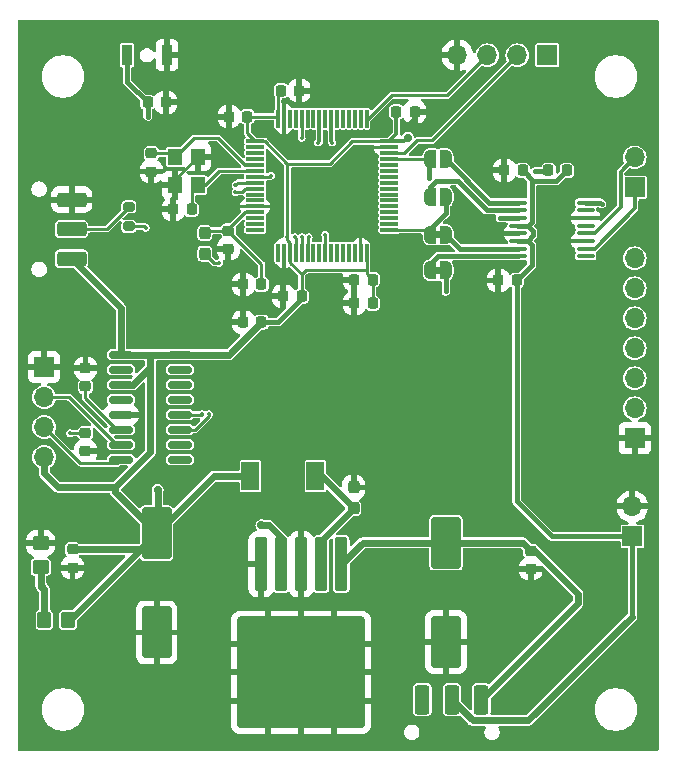
<source format=gtl>
%TF.GenerationSoftware,KiCad,Pcbnew,8.0.0*%
%TF.CreationDate,2025-05-02T12:08:01-03:00*%
%TF.ProjectId,PRJ4 (Alimentador Digital),50524a34-2028-4416-9c69-6d656e746164,rev?*%
%TF.SameCoordinates,Original*%
%TF.FileFunction,Copper,L1,Top*%
%TF.FilePolarity,Positive*%
%FSLAX46Y46*%
G04 Gerber Fmt 4.6, Leading zero omitted, Abs format (unit mm)*
G04 Created by KiCad (PCBNEW 8.0.0) date 2025-05-02 12:08:01*
%MOMM*%
%LPD*%
G01*
G04 APERTURE LIST*
G04 Aperture macros list*
%AMRoundRect*
0 Rectangle with rounded corners*
0 $1 Rounding radius*
0 $2 $3 $4 $5 $6 $7 $8 $9 X,Y pos of 4 corners*
0 Add a 4 corners polygon primitive as box body*
4,1,4,$2,$3,$4,$5,$6,$7,$8,$9,$2,$3,0*
0 Add four circle primitives for the rounded corners*
1,1,$1+$1,$2,$3*
1,1,$1+$1,$4,$5*
1,1,$1+$1,$6,$7*
1,1,$1+$1,$8,$9*
0 Add four rect primitives between the rounded corners*
20,1,$1+$1,$2,$3,$4,$5,0*
20,1,$1+$1,$4,$5,$6,$7,0*
20,1,$1+$1,$6,$7,$8,$9,0*
20,1,$1+$1,$8,$9,$2,$3,0*%
%AMFreePoly0*
4,1,19,0.500000,-0.750000,0.000000,-0.750000,0.000000,-0.744911,-0.071157,-0.744911,-0.207708,-0.704816,-0.327430,-0.627875,-0.420627,-0.520320,-0.479746,-0.390866,-0.500000,-0.250000,-0.500000,0.250000,-0.479746,0.390866,-0.420627,0.520320,-0.327430,0.627875,-0.207708,0.704816,-0.071157,0.744911,0.000000,0.744911,0.000000,0.750000,0.500000,0.750000,0.500000,-0.750000,0.500000,-0.750000,
$1*%
%AMFreePoly1*
4,1,19,0.000000,0.744911,0.071157,0.744911,0.207708,0.704816,0.327430,0.627875,0.420627,0.520320,0.479746,0.390866,0.500000,0.250000,0.500000,-0.250000,0.479746,-0.390866,0.420627,-0.520320,0.327430,-0.627875,0.207708,-0.704816,0.071157,-0.744911,0.000000,-0.744911,0.000000,-0.750000,-0.500000,-0.750000,-0.500000,0.750000,0.000000,0.750000,0.000000,0.744911,0.000000,0.744911,
$1*%
G04 Aperture macros list end*
%TA.AperFunction,EtchedComponent*%
%ADD10C,0.000000*%
%TD*%
%TA.AperFunction,SMDPad,CuDef*%
%ADD11RoundRect,0.250000X-1.000000X0.375000X-1.000000X-0.375000X1.000000X-0.375000X1.000000X0.375000X0*%
%TD*%
%TA.AperFunction,SMDPad,CuDef*%
%ADD12RoundRect,0.200000X-0.275000X0.200000X-0.275000X-0.200000X0.275000X-0.200000X0.275000X0.200000X0*%
%TD*%
%TA.AperFunction,SMDPad,CuDef*%
%ADD13RoundRect,0.225000X0.225000X0.250000X-0.225000X0.250000X-0.225000X-0.250000X0.225000X-0.250000X0*%
%TD*%
%TA.AperFunction,SMDPad,CuDef*%
%ADD14R,1.200000X1.400000*%
%TD*%
%TA.AperFunction,SMDPad,CuDef*%
%ADD15RoundRect,0.250000X0.450000X-0.350000X0.450000X0.350000X-0.450000X0.350000X-0.450000X-0.350000X0*%
%TD*%
%TA.AperFunction,SMDPad,CuDef*%
%ADD16RoundRect,0.225000X-0.225000X-0.250000X0.225000X-0.250000X0.225000X0.250000X-0.225000X0.250000X0*%
%TD*%
%TA.AperFunction,SMDPad,CuDef*%
%ADD17RoundRect,0.250000X0.350000X0.450000X-0.350000X0.450000X-0.350000X-0.450000X0.350000X-0.450000X0*%
%TD*%
%TA.AperFunction,SMDPad,CuDef*%
%ADD18RoundRect,0.225000X-0.250000X0.225000X-0.250000X-0.225000X0.250000X-0.225000X0.250000X0.225000X0*%
%TD*%
%TA.AperFunction,ComponentPad*%
%ADD19R,1.700000X1.700000*%
%TD*%
%TA.AperFunction,ComponentPad*%
%ADD20O,1.700000X1.700000*%
%TD*%
%TA.AperFunction,SMDPad,CuDef*%
%ADD21RoundRect,0.150000X-0.850000X-0.150000X0.850000X-0.150000X0.850000X0.150000X-0.850000X0.150000X0*%
%TD*%
%TA.AperFunction,SMDPad,CuDef*%
%ADD22RoundRect,0.250000X-1.000000X1.950000X-1.000000X-1.950000X1.000000X-1.950000X1.000000X1.950000X0*%
%TD*%
%TA.AperFunction,SMDPad,CuDef*%
%ADD23RoundRect,0.237500X-0.237500X0.287500X-0.237500X-0.287500X0.237500X-0.287500X0.237500X0.287500X0*%
%TD*%
%TA.AperFunction,SMDPad,CuDef*%
%ADD24FreePoly0,180.000000*%
%TD*%
%TA.AperFunction,SMDPad,CuDef*%
%ADD25FreePoly1,180.000000*%
%TD*%
%TA.AperFunction,SMDPad,CuDef*%
%ADD26RoundRect,0.237500X0.237500X-0.287500X0.237500X0.287500X-0.237500X0.287500X-0.237500X-0.287500X0*%
%TD*%
%TA.AperFunction,SMDPad,CuDef*%
%ADD27RoundRect,0.075000X-0.700000X-0.075000X0.700000X-0.075000X0.700000X0.075000X-0.700000X0.075000X0*%
%TD*%
%TA.AperFunction,SMDPad,CuDef*%
%ADD28RoundRect,0.075000X-0.075000X-0.700000X0.075000X-0.700000X0.075000X0.700000X-0.075000X0.700000X0*%
%TD*%
%TA.AperFunction,SMDPad,CuDef*%
%ADD29RoundRect,0.250000X-0.300000X2.050000X-0.300000X-2.050000X0.300000X-2.050000X0.300000X2.050000X0*%
%TD*%
%TA.AperFunction,SMDPad,CuDef*%
%ADD30RoundRect,0.250000X-2.375000X2.025000X-2.375000X-2.025000X2.375000X-2.025000X2.375000X2.025000X0*%
%TD*%
%TA.AperFunction,SMDPad,CuDef*%
%ADD31RoundRect,0.250002X-5.149998X4.449998X-5.149998X-4.449998X5.149998X-4.449998X5.149998X4.449998X0*%
%TD*%
%TA.AperFunction,SMDPad,CuDef*%
%ADD32FreePoly0,0.000000*%
%TD*%
%TA.AperFunction,SMDPad,CuDef*%
%ADD33FreePoly1,0.000000*%
%TD*%
%TA.AperFunction,SMDPad,CuDef*%
%ADD34RoundRect,0.225000X0.250000X-0.225000X0.250000X0.225000X-0.250000X0.225000X-0.250000X-0.225000X0*%
%TD*%
%TA.AperFunction,SMDPad,CuDef*%
%ADD35RoundRect,0.250000X-0.375000X-1.000000X0.375000X-1.000000X0.375000X1.000000X-0.375000X1.000000X0*%
%TD*%
%TA.AperFunction,SMDPad,CuDef*%
%ADD36R,0.900000X1.700000*%
%TD*%
%TA.AperFunction,SMDPad,CuDef*%
%ADD37RoundRect,0.100000X0.637500X0.100000X-0.637500X0.100000X-0.637500X-0.100000X0.637500X-0.100000X0*%
%TD*%
%TA.AperFunction,SMDPad,CuDef*%
%ADD38R,1.500000X2.400000*%
%TD*%
%TA.AperFunction,ViaPad*%
%ADD39C,0.700000*%
%TD*%
%TA.AperFunction,ViaPad*%
%ADD40C,0.350000*%
%TD*%
%TA.AperFunction,Conductor*%
%ADD41C,0.250000*%
%TD*%
%TA.AperFunction,Conductor*%
%ADD42C,0.400000*%
%TD*%
%TA.AperFunction,Conductor*%
%ADD43C,0.300000*%
%TD*%
%TA.AperFunction,Conductor*%
%ADD44C,0.600000*%
%TD*%
G04 APERTURE END LIST*
D10*
%TA.AperFunction,EtchedComponent*%
%TO.C,JP2*%
G36*
X151600000Y-86500000D02*
G01*
X151100000Y-86500000D01*
X151100000Y-85900000D01*
X151600000Y-85900000D01*
X151600000Y-86500000D01*
G37*
%TD.AperFunction*%
%TA.AperFunction,EtchedComponent*%
%TO.C,JP1*%
G36*
X151600000Y-89500000D02*
G01*
X151100000Y-89500000D01*
X151100000Y-88900000D01*
X151600000Y-88900000D01*
X151600000Y-89500000D01*
G37*
%TD.AperFunction*%
%TD*%
D11*
%TO.P,SW2,1,A*%
%TO.N,GND*%
X120325000Y-83225000D03*
%TO.P,SW2,2,B*%
%TO.N,Net-(SW2-B)*%
X120325000Y-85725000D03*
%TO.P,SW2,3,C*%
%TO.N,+3.3V*%
X120325000Y-88225000D03*
%TD*%
D12*
%TO.P,R1,1*%
%TO.N,Net-(SW2-B)*%
X125175000Y-83850000D03*
%TO.P,R1,2*%
%TO.N,/BOOT*%
X125175000Y-85500000D03*
%TD*%
D13*
%TO.P,C9,1*%
%TO.N,+3.3V*%
X145800000Y-90000000D03*
%TO.P,C9,2*%
%TO.N,GND*%
X144250000Y-90000000D03*
%TD*%
%TO.P,C16,1*%
%TO.N,/VDDA*%
X136400000Y-90400000D03*
%TO.P,C16,2*%
%TO.N,GND*%
X134850000Y-90400000D03*
%TD*%
D14*
%TO.P,Y1,1,1*%
%TO.N,/HSE_IN*%
X129100000Y-79600000D03*
%TO.P,Y1,2,2*%
%TO.N,GND*%
X129100000Y-82000000D03*
%TO.P,Y1,3,3*%
%TO.N,/HSE_OUT*%
X131000000Y-82000000D03*
%TO.P,Y1,4,4*%
%TO.N,GND*%
X131000000Y-79600000D03*
%TD*%
D15*
%TO.P,R3,1*%
%TO.N,Net-(U3-FB)*%
X117700000Y-114325000D03*
%TO.P,R3,2*%
%TO.N,GND*%
X117700000Y-112325000D03*
%TD*%
D16*
%TO.P,C13,1*%
%TO.N,+3.3V*%
X147825000Y-75800000D03*
%TO.P,C13,2*%
%TO.N,GND*%
X149375000Y-75800000D03*
%TD*%
D13*
%TO.P,C10,1*%
%TO.N,+3.3V*%
X145800000Y-92000000D03*
%TO.P,C10,2*%
%TO.N,GND*%
X144250000Y-92000000D03*
%TD*%
D17*
%TO.P,R2,1*%
%TO.N,+3.3V*%
X120025000Y-118825000D03*
%TO.P,R2,2*%
%TO.N,Net-(U3-FB)*%
X118025000Y-118825000D03*
%TD*%
D16*
%TO.P,C12,1*%
%TO.N,+3.3V*%
X138050000Y-74000000D03*
%TO.P,C12,2*%
%TO.N,GND*%
X139600000Y-74000000D03*
%TD*%
D18*
%TO.P,C20,1*%
%TO.N,Net-(SW3-C)*%
X159200000Y-112950000D03*
%TO.P,C20,2*%
%TO.N,GND*%
X159200000Y-114500000D03*
%TD*%
D19*
%TO.P,J6,1,Pin_1*%
%TO.N,GND*%
X168000000Y-103440000D03*
D20*
%TO.P,J6,2,Pin_2*%
%TO.N,+3.3V*%
X168000000Y-100900000D03*
%TO.P,J6,3,Pin_3*%
%TO.N,/CLK__DSP*%
X168000000Y-98360000D03*
%TO.P,J6,4,Pin_4*%
%TO.N,/MOSI_DSP*%
X168000000Y-95820000D03*
%TO.P,J6,5,Pin_5*%
%TO.N,/RES_DSP*%
X168000000Y-93280000D03*
%TO.P,J6,6,Pin_6*%
%TO.N,/DC_DSP*%
X168000000Y-90740000D03*
%TO.P,J6,7,Pin_7*%
%TO.N,/BLK_DSP*%
X168000000Y-88200000D03*
%TD*%
D18*
%TO.P,C2,1*%
%TO.N,/HSE_IN*%
X127075000Y-79300000D03*
%TO.P,C2,2*%
%TO.N,GND*%
X127075000Y-80850000D03*
%TD*%
D19*
%TO.P,J1,1,Pin_1*%
%TO.N,GND*%
X118000000Y-97405000D03*
D20*
%TO.P,J1,2,Pin_2*%
%TO.N,Net-(J1-Pin_2)*%
X118000000Y-99945000D03*
%TO.P,J1,3,Pin_3*%
%TO.N,Net-(J1-Pin_3)*%
X118000000Y-102485000D03*
%TO.P,J1,4,Pin_4*%
%TO.N,+3.3V*%
X118000000Y-105025000D03*
%TD*%
D21*
%TO.P,U2,1,VSUP*%
%TO.N,+3.3V*%
X124500000Y-96360000D03*
%TO.P,U2,2,BASE*%
%TO.N,unconnected-(U2-BASE-Pad2)*%
X124500000Y-97630000D03*
%TO.P,U2,3,AVDD*%
%TO.N,+3.3V*%
X124500000Y-98900000D03*
%TO.P,U2,4,VFB*%
%TO.N,unconnected-(U2-VFB-Pad4)*%
X124500000Y-100170000D03*
%TO.P,U2,5,AGND*%
%TO.N,GND*%
X124500000Y-101440000D03*
%TO.P,U2,6,VBG*%
%TO.N,Net-(U2-VBG)*%
X124500000Y-102710000D03*
%TO.P,U2,7,INA-*%
%TO.N,Net-(J1-Pin_2)*%
X124500000Y-103980000D03*
%TO.P,U2,8,INA+*%
%TO.N,Net-(J1-Pin_3)*%
X124500000Y-105250000D03*
%TO.P,U2,9,INB-*%
%TO.N,unconnected-(U2-INB--Pad9)*%
X129500000Y-105250000D03*
%TO.P,U2,10,INB+*%
%TO.N,unconnected-(U2-INB+-Pad10)*%
X129500000Y-103980000D03*
%TO.P,U2,11,PD_SCK*%
%TO.N,/LOAD_OUT*%
X129500000Y-102710000D03*
%TO.P,U2,12,DOUT*%
%TO.N,/LOAD_DATA*%
X129500000Y-101440000D03*
%TO.P,U2,13,XO*%
%TO.N,unconnected-(U2-XO-Pad13)*%
X129500000Y-100170000D03*
%TO.P,U2,14,XI*%
%TO.N,unconnected-(U2-XI-Pad14)*%
X129500000Y-98900000D03*
%TO.P,U2,15,RATE*%
%TO.N,unconnected-(U2-RATE-Pad15)*%
X129500000Y-97630000D03*
%TO.P,U2,16,DVDD*%
%TO.N,+3.3V*%
X129500000Y-96360000D03*
%TD*%
D19*
%TO.P,J2,1,Pin_1*%
%TO.N,Net-(J2-Pin_1)*%
X168000000Y-82200000D03*
D20*
%TO.P,J2,2,Pin_2*%
%TO.N,Net-(J2-Pin_2)*%
X168000000Y-79660000D03*
%TD*%
D22*
%TO.P,C18,1*%
%TO.N,Net-(SW3-C)*%
X152025000Y-112275000D03*
%TO.P,C18,2*%
%TO.N,GND*%
X152025000Y-120675000D03*
%TD*%
D18*
%TO.P,C15,1*%
%TO.N,/VDDA*%
X133600000Y-85850000D03*
%TO.P,C15,2*%
%TO.N,GND*%
X133600000Y-87400000D03*
%TD*%
D23*
%TO.P,FB1,1*%
%TO.N,/VDDA*%
X131600000Y-86050000D03*
%TO.P,FB1,2*%
%TO.N,+3.3V*%
X131600000Y-87800000D03*
%TD*%
D13*
%TO.P,C7,1*%
%TO.N,+9V*%
X158500000Y-80750000D03*
%TO.P,C7,2*%
%TO.N,GND*%
X156950000Y-80750000D03*
%TD*%
%TO.P,C17,1*%
%TO.N,+3.3V*%
X136400000Y-93600000D03*
%TO.P,C17,2*%
%TO.N,GND*%
X134850000Y-93600000D03*
%TD*%
D24*
%TO.P,JP4,1,A*%
%TO.N,/DC1_IN2*%
X152000000Y-83000000D03*
D25*
%TO.P,JP4,2,B*%
%TO.N,Net-(JP4-B)*%
X150700000Y-83000000D03*
%TD*%
D19*
%TO.P,J4,1,Pin_1*%
%TO.N,+3.3V*%
X160600000Y-71000000D03*
D20*
%TO.P,J4,2,Pin_2*%
%TO.N,/SWDIO*%
X158060000Y-71000000D03*
%TO.P,J4,3,Pin_3*%
%TO.N,/SWCLK*%
X155520000Y-71000000D03*
%TO.P,J4,4,Pin_4*%
%TO.N,GND*%
X152980000Y-71000000D03*
%TD*%
D26*
%TO.P,D1,1,K*%
%TO.N,Net-(D1-K)*%
X144200000Y-109350000D03*
%TO.P,D1,2,A*%
%TO.N,GND*%
X144200000Y-107600000D03*
%TD*%
D13*
%TO.P,C14,1*%
%TO.N,+3.3V*%
X135200000Y-76200000D03*
%TO.P,C14,2*%
%TO.N,GND*%
X133650000Y-76200000D03*
%TD*%
%TO.P,C8,1*%
%TO.N,+9V*%
X158000000Y-90075000D03*
%TO.P,C8,2*%
%TO.N,GND*%
X156450000Y-90075000D03*
%TD*%
D19*
%TO.P,J5,1,Pin_1*%
%TO.N,+9V*%
X167800000Y-111740000D03*
D20*
%TO.P,J5,2,Pin_2*%
%TO.N,GND*%
X167800000Y-109200000D03*
%TD*%
D13*
%TO.P,C11,1*%
%TO.N,+3.3V*%
X139800000Y-91400000D03*
%TO.P,C11,2*%
%TO.N,GND*%
X138250000Y-91400000D03*
%TD*%
D27*
%TO.P,U1,1,VBAT*%
%TO.N,+3.3V*%
X135875000Y-78300000D03*
%TO.P,U1,2,PC13*%
%TO.N,unconnected-(U1-PC13-Pad2)*%
X135875000Y-78800000D03*
%TO.P,U1,3,PC14*%
%TO.N,unconnected-(U1-PC14-Pad3)*%
X135875000Y-79300000D03*
%TO.P,U1,4,PC15*%
%TO.N,unconnected-(U1-PC15-Pad4)*%
X135875000Y-79800000D03*
%TO.P,U1,5,PH0*%
%TO.N,/HSE_IN*%
X135875000Y-80300000D03*
%TO.P,U1,6,PH1*%
%TO.N,/HSE_OUT*%
X135875000Y-80800000D03*
%TO.P,U1,7,NRST*%
%TO.N,/RESET*%
X135875000Y-81300000D03*
%TO.P,U1,8,PC0*%
%TO.N,/LOAD_DATA*%
X135875000Y-81800000D03*
%TO.P,U1,9,PC1*%
%TO.N,/LOAD_OUT*%
X135875000Y-82300000D03*
%TO.P,U1,10,PC2*%
%TO.N,unconnected-(U1-PC2-Pad10)*%
X135875000Y-82800000D03*
%TO.P,U1,11,PC3*%
%TO.N,unconnected-(U1-PC3-Pad11)*%
X135875000Y-83300000D03*
%TO.P,U1,12,VSSA*%
%TO.N,GND*%
X135875000Y-83800000D03*
%TO.P,U1,13,VDDA*%
%TO.N,/VDDA*%
X135875000Y-84300000D03*
%TO.P,U1,14,PA0*%
%TO.N,unconnected-(U1-PA0-Pad14)*%
X135875000Y-84800000D03*
%TO.P,U1,15,PA1*%
%TO.N,unconnected-(U1-PA1-Pad15)*%
X135875000Y-85300000D03*
%TO.P,U1,16,PA2*%
%TO.N,unconnected-(U1-PA2-Pad16)*%
X135875000Y-85800000D03*
D28*
%TO.P,U1,17,PA3*%
%TO.N,unconnected-(U1-PA3-Pad17)*%
X137800000Y-87725000D03*
%TO.P,U1,18,VSS*%
%TO.N,GND*%
X138300000Y-87725000D03*
%TO.P,U1,19,VDD*%
%TO.N,+3.3V*%
X138800000Y-87725000D03*
%TO.P,U1,20,PA4*%
%TO.N,/RES_DSP*%
X139300000Y-87725000D03*
%TO.P,U1,21,PA5*%
%TO.N,/DC_DSP*%
X139800000Y-87725000D03*
%TO.P,U1,22,PA6*%
%TO.N,/BLK_DSP*%
X140300000Y-87725000D03*
%TO.P,U1,23,PA7*%
%TO.N,unconnected-(U1-PA7-Pad23)*%
X140800000Y-87725000D03*
%TO.P,U1,24,PC4*%
%TO.N,unconnected-(U1-PC4-Pad24)*%
X141300000Y-87725000D03*
%TO.P,U1,25,PC5*%
%TO.N,/FAULT*%
X141800000Y-87725000D03*
%TO.P,U1,26,PB0*%
%TO.N,unconnected-(U1-PB0-Pad26)*%
X142300000Y-87725000D03*
%TO.P,U1,27,PB1*%
%TO.N,unconnected-(U1-PB1-Pad27)*%
X142800000Y-87725000D03*
%TO.P,U1,28,PB2*%
%TO.N,unconnected-(U1-PB2-Pad28)*%
X143300000Y-87725000D03*
%TO.P,U1,29,PB10*%
%TO.N,unconnected-(U1-PB10-Pad29)*%
X143800000Y-87725000D03*
%TO.P,U1,30,VCAP_1*%
%TO.N,unconnected-(U1-VCAP_1-Pad30)*%
X144300000Y-87725000D03*
%TO.P,U1,31,VSS*%
%TO.N,GND*%
X144800000Y-87725000D03*
%TO.P,U1,32,VDD*%
%TO.N,+3.3V*%
X145300000Y-87725000D03*
D27*
%TO.P,U1,33,PB12*%
%TO.N,/DC1_IN2*%
X147225000Y-85800000D03*
%TO.P,U1,34,PB13*%
%TO.N,unconnected-(U1-PB13-Pad34)*%
X147225000Y-85300000D03*
%TO.P,U1,35,PB14*%
%TO.N,unconnected-(U1-PB14-Pad35)*%
X147225000Y-84800000D03*
%TO.P,U1,36,PB15*%
%TO.N,unconnected-(U1-PB15-Pad36)*%
X147225000Y-84300000D03*
%TO.P,U1,37,PC6*%
%TO.N,unconnected-(U1-PC6-Pad37)*%
X147225000Y-83800000D03*
%TO.P,U1,38,PC7*%
%TO.N,unconnected-(U1-PC7-Pad38)*%
X147225000Y-83300000D03*
%TO.P,U1,39,PC8*%
%TO.N,unconnected-(U1-PC8-Pad39)*%
X147225000Y-82800000D03*
%TO.P,U1,40,PC9*%
%TO.N,unconnected-(U1-PC9-Pad40)*%
X147225000Y-82300000D03*
%TO.P,U1,41,PA8*%
%TO.N,unconnected-(U1-PA8-Pad41)*%
X147225000Y-81800000D03*
%TO.P,U1,42,PA9*%
%TO.N,unconnected-(U1-PA9-Pad42)*%
X147225000Y-81300000D03*
%TO.P,U1,43,PA10*%
%TO.N,unconnected-(U1-PA10-Pad43)*%
X147225000Y-80800000D03*
%TO.P,U1,44,PA11*%
%TO.N,unconnected-(U1-PA11-Pad44)*%
X147225000Y-80300000D03*
%TO.P,U1,45,PA12*%
%TO.N,/DC1_IN1*%
X147225000Y-79800000D03*
%TO.P,U1,46,PA13*%
%TO.N,/SWDIO*%
X147225000Y-79300000D03*
%TO.P,U1,47,VSS*%
%TO.N,GND*%
X147225000Y-78800000D03*
%TO.P,U1,48,VDD*%
%TO.N,+3.3V*%
X147225000Y-78300000D03*
D28*
%TO.P,U1,49,PA14*%
%TO.N,/SWCLK*%
X145300000Y-76375000D03*
%TO.P,U1,50,PA15*%
%TO.N,unconnected-(U1-PA15-Pad50)*%
X144800000Y-76375000D03*
%TO.P,U1,51,PC10*%
%TO.N,unconnected-(U1-PC10-Pad51)*%
X144300000Y-76375000D03*
%TO.P,U1,52,PC11*%
%TO.N,unconnected-(U1-PC11-Pad52)*%
X143800000Y-76375000D03*
%TO.P,U1,53,PC12*%
%TO.N,unconnected-(U1-PC12-Pad53)*%
X143300000Y-76375000D03*
%TO.P,U1,54,PD2*%
%TO.N,unconnected-(U1-PD2-Pad54)*%
X142800000Y-76375000D03*
%TO.P,U1,55,PB3*%
%TO.N,/CLK__DSP*%
X142300000Y-76375000D03*
%TO.P,U1,56,PB4*%
%TO.N,unconnected-(U1-PB4-Pad56)*%
X141800000Y-76375000D03*
%TO.P,U1,57,PB5*%
%TO.N,/MOSI_DSP*%
X141300000Y-76375000D03*
%TO.P,U1,58,PB6*%
%TO.N,unconnected-(U1-PB6-Pad58)*%
X140800000Y-76375000D03*
%TO.P,U1,59,PB7*%
%TO.N,unconnected-(U1-PB7-Pad59)*%
X140300000Y-76375000D03*
%TO.P,U1,60,BOOT0*%
%TO.N,/BOOT*%
X139800000Y-76375000D03*
%TO.P,U1,61,PB8*%
%TO.N,unconnected-(U1-PB8-Pad61)*%
X139300000Y-76375000D03*
%TO.P,U1,62,PB9*%
%TO.N,unconnected-(U1-PB9-Pad62)*%
X138800000Y-76375000D03*
%TO.P,U1,63,VSS*%
%TO.N,GND*%
X138300000Y-76375000D03*
%TO.P,U1,64,VDD*%
%TO.N,+3.3V*%
X137800000Y-76375000D03*
%TD*%
D13*
%TO.P,C6,1*%
%TO.N,+9V*%
X162250000Y-80750000D03*
%TO.P,C6,2*%
%TO.N,Net-(U5-VCP)*%
X160700000Y-80750000D03*
%TD*%
D29*
%TO.P,U3,1,VIN*%
%TO.N,Net-(SW3-C)*%
X143150000Y-114100000D03*
%TO.P,U3,2,OUT*%
%TO.N,Net-(D1-K)*%
X141450000Y-114100000D03*
%TO.P,U3,3,GND*%
%TO.N,GND*%
X139750000Y-114100000D03*
D30*
X142525000Y-120825000D03*
X136975000Y-120825000D03*
D31*
X139750000Y-123250000D03*
D30*
X142525000Y-125675000D03*
X136975000Y-125675000D03*
D29*
%TO.P,U3,4,FB*%
%TO.N,Net-(U3-FB)*%
X138050000Y-114100000D03*
%TO.P,U3,5,~{ON}/OFF*%
%TO.N,GND*%
X136350000Y-114100000D03*
%TD*%
D32*
%TO.P,JP3,1,A*%
%TO.N,/DC1_IN1*%
X150700000Y-79800000D03*
D33*
%TO.P,JP3,2,B*%
%TO.N,Net-(JP3-B)*%
X152000000Y-79800000D03*
%TD*%
D34*
%TO.P,C4,1*%
%TO.N,GND*%
X121500000Y-104525000D03*
%TO.P,C4,2*%
%TO.N,+3.3V*%
X121500000Y-102975000D03*
%TD*%
D18*
%TO.P,C21,1*%
%TO.N,+3.3V*%
X120400000Y-112850000D03*
%TO.P,C21,2*%
%TO.N,GND*%
X120400000Y-114400000D03*
%TD*%
D35*
%TO.P,SW3,1,A*%
%TO.N,unconnected-(SW3-A-Pad1)*%
X150025000Y-125575000D03*
%TO.P,SW3,2,B*%
%TO.N,+9V*%
X152525000Y-125575000D03*
%TO.P,SW3,3,C*%
%TO.N,Net-(SW3-C)*%
X155025000Y-125575000D03*
%TD*%
D36*
%TO.P,SW1,1,1*%
%TO.N,GND*%
X128400000Y-71000000D03*
%TO.P,SW1,2,2*%
%TO.N,/RESET*%
X125000000Y-71000000D03*
%TD*%
D32*
%TO.P,JP2,1,A*%
%TO.N,/DC1_IN2*%
X150700000Y-86200000D03*
D33*
%TO.P,JP2,2,B*%
%TO.N,Net-(JP2-B)*%
X152000000Y-86200000D03*
%TD*%
D13*
%TO.P,C3,1*%
%TO.N,/HSE_OUT*%
X130475000Y-84050000D03*
%TO.P,C3,2*%
%TO.N,GND*%
X128925000Y-84050000D03*
%TD*%
D16*
%TO.P,C1,1*%
%TO.N,/RESET*%
X126750000Y-75000000D03*
%TO.P,C1,2*%
%TO.N,GND*%
X128300000Y-75000000D03*
%TD*%
D37*
%TO.P,U5,1,~{SLEEP}*%
%TO.N,unconnected-(U5-~{SLEEP}-Pad1)*%
X163862500Y-88025000D03*
%TO.P,U5,2,AOUT1*%
%TO.N,Net-(J2-Pin_1)*%
X163862500Y-87375000D03*
%TO.P,U5,3,AISEN*%
%TO.N,GND*%
X163862500Y-86725000D03*
%TO.P,U5,4,AOUT2*%
%TO.N,Net-(J2-Pin_2)*%
X163862500Y-86075000D03*
%TO.P,U5,5,BOUT2*%
%TO.N,unconnected-(U5-BOUT2-Pad5)*%
X163862500Y-85425000D03*
%TO.P,U5,6,BISEN*%
%TO.N,GND*%
X163862500Y-84775000D03*
%TO.P,U5,7,BOUT1*%
%TO.N,unconnected-(U5-BOUT1-Pad7)*%
X163862500Y-84125000D03*
%TO.P,U5,8,~{FAULT}*%
%TO.N,/FAULT*%
X163862500Y-83475000D03*
%TO.P,U5,9,BIN1*%
%TO.N,Net-(JP3-B)*%
X158137500Y-83475000D03*
%TO.P,U5,10,BIN2*%
%TO.N,Net-(JP4-B)*%
X158137500Y-84125000D03*
%TO.P,U5,11,VCP*%
%TO.N,Net-(U5-VCP)*%
X158137500Y-84775000D03*
%TO.P,U5,12,VM*%
%TO.N,+9V*%
X158137500Y-85425000D03*
%TO.P,U5,13,GND*%
%TO.N,GND*%
X158137500Y-86075000D03*
%TO.P,U5,14,VINT*%
%TO.N,+9V*%
X158137500Y-86725000D03*
%TO.P,U5,15,AIN2*%
%TO.N,Net-(JP2-B)*%
X158137500Y-87375000D03*
%TO.P,U5,16,AIN1*%
%TO.N,Net-(JP1-B)*%
X158137500Y-88025000D03*
%TD*%
D24*
%TO.P,JP1,1,A*%
%TO.N,/DC1_IN1*%
X152000000Y-89200000D03*
D25*
%TO.P,JP1,2,B*%
%TO.N,Net-(JP1-B)*%
X150700000Y-89200000D03*
%TD*%
D38*
%TO.P,L1,1,1*%
%TO.N,Net-(D1-K)*%
X140950000Y-106645000D03*
%TO.P,L1,2,2*%
%TO.N,+3.3V*%
X135450000Y-106645000D03*
%TD*%
D22*
%TO.P,C19,1*%
%TO.N,+3.3V*%
X127525000Y-111475000D03*
%TO.P,C19,2*%
%TO.N,GND*%
X127525000Y-119875000D03*
%TD*%
D34*
%TO.P,C5,1*%
%TO.N,Net-(U2-VBG)*%
X121500000Y-99050000D03*
%TO.P,C5,2*%
%TO.N,GND*%
X121500000Y-97500000D03*
%TD*%
D39*
%TO.N,GND*%
X128000000Y-94000000D03*
X126000000Y-125000000D03*
X127000000Y-90500000D03*
X147500000Y-107500000D03*
X159000000Y-77000000D03*
X136500000Y-69500000D03*
X156500000Y-74500000D03*
X135000000Y-100000000D03*
D40*
X156800000Y-86000000D03*
D39*
X131000000Y-125000000D03*
X144000000Y-69500000D03*
X152500000Y-105000000D03*
X137500000Y-97500000D03*
X131500000Y-69500000D03*
X160000000Y-98500000D03*
X160000000Y-102500000D03*
X146500000Y-72000000D03*
X161500000Y-74500000D03*
X150000000Y-105000000D03*
X152500000Y-100000000D03*
X152500000Y-107500000D03*
X165000000Y-102500000D03*
X117500000Y-77500000D03*
X161500000Y-77000000D03*
X156500000Y-77000000D03*
X134000000Y-69500000D03*
X140000000Y-95000000D03*
X152500000Y-97500000D03*
X146500000Y-69500000D03*
X140000000Y-97500000D03*
X165000000Y-110000000D03*
X134000000Y-72000000D03*
X145000000Y-95000000D03*
X165000000Y-107500000D03*
X145000000Y-100000000D03*
X150000000Y-100000000D03*
X131500000Y-72000000D03*
X162500000Y-105000000D03*
X122500000Y-80000000D03*
X128500000Y-125000000D03*
X142500000Y-100000000D03*
X162500000Y-110000000D03*
X160000000Y-107500000D03*
X155000000Y-105000000D03*
X159000000Y-74500000D03*
X141500000Y-69500000D03*
X160000000Y-105000000D03*
X131000000Y-127500000D03*
X135000000Y-97500000D03*
D40*
X148800000Y-76800000D03*
D39*
X165000000Y-105000000D03*
X149000000Y-72000000D03*
X122500000Y-77500000D03*
X165000000Y-98500000D03*
X139000000Y-72000000D03*
X142500000Y-97500000D03*
X136500000Y-72000000D03*
X144000000Y-72000000D03*
X125000000Y-87500000D03*
X145000000Y-97500000D03*
X147500000Y-105000000D03*
X147500000Y-97500000D03*
X142500000Y-95000000D03*
X155000000Y-107500000D03*
D40*
X156400000Y-89000000D03*
D39*
X150000000Y-107500000D03*
X137400000Y-95000000D03*
X150000000Y-97500000D03*
X147500000Y-100000000D03*
X126000000Y-127500000D03*
X128500000Y-127500000D03*
X140000000Y-100000000D03*
X141500000Y-72000000D03*
D40*
X145600000Y-78800000D03*
D39*
X137500000Y-100000000D03*
X139000000Y-69500000D03*
X149000000Y-69500000D03*
X162500000Y-102500000D03*
X162500000Y-98500000D03*
X162500000Y-107500000D03*
D40*
%TO.N,/RESET*%
X126800000Y-76200000D03*
X137200000Y-81200000D03*
D39*
%TO.N,+3.3V*%
X127600000Y-107800000D03*
D40*
X138600000Y-86400000D03*
X120200000Y-103000000D03*
X132800000Y-88600000D03*
D39*
X148800000Y-78000000D03*
D40*
%TO.N,Net-(U5-VCP)*%
X159600000Y-80800000D03*
X156600000Y-84800000D03*
%TO.N,/DC1_IN1*%
X150600000Y-81400000D03*
X152000000Y-91000000D03*
%TO.N,/BOOT*%
X139800000Y-78000000D03*
X126600000Y-85600000D03*
D39*
%TO.N,Net-(U3-FB)*%
X136400000Y-110800000D03*
X117800000Y-116000000D03*
D40*
%TO.N,/LOAD_DATA*%
X134200000Y-82000000D03*
X131400000Y-101400000D03*
%TO.N,/FAULT*%
X141800000Y-86200000D03*
X165200000Y-83600000D03*
%TO.N,/LOAD_OUT*%
X131950003Y-101400000D03*
X134200000Y-82600000D03*
%TO.N,/MOSI_DSP*%
X141200000Y-78400000D03*
%TO.N,/RES_DSP*%
X139200000Y-86400000D03*
%TO.N,/DC_DSP*%
X139800000Y-86400000D03*
%TO.N,/BLK_DSP*%
X140400000Y-86400000D03*
%TO.N,/CLK__DSP*%
X142400000Y-78400000D03*
%TD*%
D41*
%TO.N,GND*%
X156450000Y-89050000D02*
X156400000Y-89000000D01*
X149375000Y-76225000D02*
X148800000Y-76800000D01*
X156875000Y-86075000D02*
X156800000Y-86000000D01*
X158137500Y-86075000D02*
X156875000Y-86075000D01*
X147225000Y-78800000D02*
X145600000Y-78800000D01*
X129100000Y-81500000D02*
X129100000Y-82000000D01*
X149375000Y-75800000D02*
X149375000Y-76225000D01*
X131000000Y-79600000D02*
X129100000Y-81500000D01*
X156450000Y-90075000D02*
X156450000Y-89050000D01*
%TO.N,/RESET*%
X137100000Y-81300000D02*
X137200000Y-81200000D01*
D42*
X126800000Y-75050000D02*
X126750000Y-75000000D01*
X125000000Y-71000000D02*
X125000000Y-73250000D01*
X125000000Y-73250000D02*
X126750000Y-75000000D01*
X126750000Y-75000000D02*
X126750000Y-76150000D01*
D41*
X135875000Y-81300000D02*
X137100000Y-81300000D01*
D42*
X126750000Y-76150000D02*
X126800000Y-76200000D01*
X126800000Y-76200000D02*
X126800000Y-75050000D01*
D41*
%TO.N,/HSE_IN*%
X130700000Y-78000000D02*
X129100000Y-79600000D01*
X135875000Y-80300000D02*
X135032236Y-80300000D01*
X135032236Y-80300000D02*
X132732236Y-78000000D01*
X128800000Y-79300000D02*
X129100000Y-79600000D01*
X132732236Y-78000000D02*
X130700000Y-78000000D01*
X127075000Y-79300000D02*
X128800000Y-79300000D01*
%TO.N,/HSE_OUT*%
X130475000Y-82525000D02*
X131000000Y-82000000D01*
X130475000Y-84050000D02*
X130475000Y-82525000D01*
X131000000Y-82000000D02*
X131600000Y-82000000D01*
X131600000Y-82000000D02*
X132800000Y-80800000D01*
X132800000Y-80800000D02*
X135875000Y-80800000D01*
%TO.N,+3.3V*%
X136717764Y-78300000D02*
X135875000Y-78300000D01*
X145300000Y-89500000D02*
X145800000Y-90000000D01*
X132400000Y-88600000D02*
X131600000Y-87800000D01*
D42*
X136375000Y-93600000D02*
X137800000Y-93600000D01*
D41*
X145800000Y-90000000D02*
X145800000Y-92000000D01*
D43*
X147225000Y-78300000D02*
X148500000Y-78300000D01*
D44*
X124500000Y-98900000D02*
X125499999Y-98900000D01*
D41*
X138600000Y-80182236D02*
X142217764Y-80182236D01*
D42*
X139800000Y-91600000D02*
X137800000Y-93600000D01*
D44*
X124006078Y-107600000D02*
X124006078Y-107956078D01*
D41*
X138600000Y-86400000D02*
X138600000Y-80182236D01*
X138800000Y-87725000D02*
X138800000Y-88567764D01*
D44*
X119200000Y-107600000D02*
X118000000Y-106400000D01*
X120400000Y-112850000D02*
X126150000Y-112850000D01*
D41*
X139800000Y-89567764D02*
X140167764Y-89200000D01*
X132800000Y-88600000D02*
X132400000Y-88600000D01*
D44*
X125499999Y-98900000D02*
X127000000Y-97399999D01*
D43*
X147825000Y-77700000D02*
X147225000Y-78300000D01*
D41*
X138050000Y-74000000D02*
X137800000Y-74250000D01*
D43*
X147825000Y-75800000D02*
X147825000Y-77700000D01*
D44*
X127000000Y-97399999D02*
X127000000Y-104606078D01*
X133640000Y-96360000D02*
X136400000Y-93600000D01*
D41*
X137800000Y-74250000D02*
X137800000Y-76375000D01*
D44*
X124006078Y-107600000D02*
X119200000Y-107600000D01*
D41*
X145300000Y-89200000D02*
X145300000Y-89500000D01*
X138600000Y-86400000D02*
X138600000Y-86682236D01*
X121475000Y-103000000D02*
X121500000Y-102975000D01*
X138600000Y-80182236D02*
X136717764Y-78300000D01*
X138800000Y-86882236D02*
X138800000Y-87725000D01*
X142217764Y-80182236D02*
X144100000Y-78300000D01*
X144100000Y-78300000D02*
X147225000Y-78300000D01*
D44*
X132355000Y-106645000D02*
X127525000Y-111475000D01*
D41*
X145300000Y-87725000D02*
X145300000Y-89200000D01*
D44*
X127600000Y-107800000D02*
X127600000Y-111400000D01*
D43*
X148500000Y-78300000D02*
X148800000Y-78000000D01*
D41*
X140167764Y-89200000D02*
X145300000Y-89200000D01*
X138800000Y-88567764D02*
X139800000Y-89567764D01*
D44*
X118000000Y-106400000D02*
X118000000Y-105025000D01*
X120025000Y-118825000D02*
X120175000Y-118825000D01*
X127000000Y-96360000D02*
X124500000Y-96360000D01*
D41*
X138600000Y-86682236D02*
X138800000Y-86882236D01*
X135200000Y-77625000D02*
X135875000Y-78300000D01*
D44*
X129500000Y-96360000D02*
X133640000Y-96360000D01*
X120175000Y-118825000D02*
X127525000Y-111475000D01*
X129500000Y-96360000D02*
X127000000Y-96360000D01*
X135450000Y-106645000D02*
X132355000Y-106645000D01*
X124006078Y-107956078D02*
X127525000Y-111475000D01*
X127000000Y-97399999D02*
X127000000Y-96360000D01*
D42*
X139800000Y-91400000D02*
X139800000Y-91600000D01*
D44*
X127600000Y-111400000D02*
X127525000Y-111475000D01*
X120325000Y-88225000D02*
X124500000Y-92400000D01*
D41*
X137625000Y-76200000D02*
X137800000Y-76375000D01*
D44*
X126150000Y-112850000D02*
X127525000Y-111475000D01*
D41*
X120200000Y-103000000D02*
X121475000Y-103000000D01*
X135200000Y-76200000D02*
X137625000Y-76200000D01*
D44*
X124500000Y-92400000D02*
X124500000Y-96360000D01*
X127000000Y-104606078D02*
X124006078Y-107600000D01*
D41*
X135200000Y-76200000D02*
X135200000Y-77625000D01*
X139800000Y-89567764D02*
X139800000Y-91400000D01*
%TO.N,Net-(U2-VBG)*%
X121500000Y-100048592D02*
X124161408Y-102710000D01*
X121500000Y-99050000D02*
X121500000Y-100048592D01*
X124161408Y-102710000D02*
X124500000Y-102710000D01*
D42*
%TO.N,Net-(U5-VCP)*%
X158112500Y-84800000D02*
X158137500Y-84775000D01*
X156600000Y-84800000D02*
X158112500Y-84800000D01*
X159600000Y-80800000D02*
X160650000Y-80800000D01*
X160650000Y-80800000D02*
X160700000Y-80750000D01*
%TO.N,+9V*%
X159275000Y-87065122D02*
X158934878Y-86725000D01*
X158000000Y-90075000D02*
X158000000Y-108775000D01*
X158137500Y-86725000D02*
X158934878Y-86725000D01*
X167800000Y-111740000D02*
X167800000Y-118475000D01*
X158000000Y-90075000D02*
X159275000Y-88800000D01*
X159375000Y-81625000D02*
X161375000Y-81625000D01*
X158934878Y-86725000D02*
X159400000Y-86259878D01*
X158934878Y-85425000D02*
X159275000Y-85084878D01*
X158500000Y-80750000D02*
X159375000Y-81625000D01*
X159275000Y-88800000D02*
X159275000Y-87065122D01*
X161375000Y-81625000D02*
X162250000Y-80750000D01*
X158137500Y-85425000D02*
X158934878Y-85425000D01*
X159400000Y-85890122D02*
X158934878Y-85425000D01*
D44*
X158950000Y-127325000D02*
X167750000Y-118525000D01*
D42*
X160965000Y-111740000D02*
X167800000Y-111740000D01*
X167800000Y-118475000D02*
X167750000Y-118525000D01*
X159275000Y-81525000D02*
X158500000Y-80750000D01*
D44*
X152525000Y-125575000D02*
X154275000Y-127325000D01*
D42*
X159275000Y-85084878D02*
X159275000Y-81525000D01*
X158000000Y-108775000D02*
X160965000Y-111740000D01*
X159400000Y-86259878D02*
X159400000Y-85890122D01*
D44*
X154275000Y-127325000D02*
X158950000Y-127325000D01*
D41*
%TO.N,/VDDA*%
X135032236Y-84300000D02*
X133600000Y-85732236D01*
X136400000Y-88650000D02*
X136400000Y-90400000D01*
X133600000Y-85850000D02*
X131800000Y-85850000D01*
X133600000Y-85850000D02*
X136400000Y-88650000D01*
X135875000Y-84300000D02*
X135032236Y-84300000D01*
X133600000Y-85732236D02*
X133600000Y-85850000D01*
X131800000Y-85850000D02*
X131600000Y-86050000D01*
D44*
%TO.N,Net-(SW3-C)*%
X143150000Y-114100000D02*
X144975000Y-112275000D01*
X163200000Y-116600000D02*
X159550000Y-112950000D01*
X144975000Y-112275000D02*
X152025000Y-112275000D01*
X163200000Y-117400000D02*
X163200000Y-116600000D01*
X152025000Y-112275000D02*
X158525000Y-112275000D01*
X155025000Y-125575000D02*
X163200000Y-117400000D01*
X159550000Y-112950000D02*
X159200000Y-112950000D01*
X158525000Y-112275000D02*
X159200000Y-112950000D01*
%TO.N,Net-(D1-K)*%
X141450000Y-114100000D02*
X141450000Y-112100000D01*
X141495000Y-106645000D02*
X144200000Y-109350000D01*
X141450000Y-112100000D02*
X144200000Y-109350000D01*
X140950000Y-106645000D02*
X141495000Y-106645000D01*
D41*
%TO.N,Net-(J1-Pin_3)*%
X118000000Y-102485000D02*
X121065000Y-105550000D01*
X124200000Y-105550000D02*
X124500000Y-105250000D01*
X121065000Y-105550000D02*
X124200000Y-105550000D01*
%TO.N,Net-(J1-Pin_2)*%
X120126408Y-99945000D02*
X124161408Y-103980000D01*
X118000000Y-99945000D02*
X120126408Y-99945000D01*
X124161408Y-103980000D02*
X124500000Y-103980000D01*
D43*
%TO.N,Net-(J2-Pin_1)*%
X163862500Y-87375000D02*
X164599999Y-87375000D01*
X164599999Y-87375000D02*
X168000000Y-83974999D01*
X168000000Y-83974999D02*
X168000000Y-82200000D01*
%TO.N,Net-(J2-Pin_2)*%
X163862500Y-86075000D02*
X164599999Y-86075000D01*
X164599999Y-86075000D02*
X166800000Y-83874999D01*
X166800000Y-83874999D02*
X166800000Y-80860000D01*
X166800000Y-80860000D02*
X168000000Y-79660000D01*
D41*
%TO.N,/SWCLK*%
X145441396Y-76375000D02*
X145300000Y-76375000D01*
X152111802Y-74408198D02*
X147408198Y-74408198D01*
X147408198Y-74408198D02*
X145441396Y-76375000D01*
X155520000Y-71000000D02*
X152111802Y-74408198D01*
%TO.N,/SWDIO*%
X157400000Y-71000000D02*
X158060000Y-71000000D01*
X150860000Y-78200000D02*
X149600000Y-78200000D01*
X148500000Y-79300000D02*
X147225000Y-79300000D01*
X158060000Y-71000000D02*
X150860000Y-78200000D01*
X149600000Y-78200000D02*
X148500000Y-79300000D01*
D42*
%TO.N,Net-(JP1-B)*%
X150700000Y-88677241D02*
X150700000Y-89200000D01*
X151352241Y-88025000D02*
X150700000Y-88677241D01*
X158137500Y-88025000D02*
X151352241Y-88025000D01*
%TO.N,/DC1_IN1*%
X150600000Y-79900000D02*
X150700000Y-79800000D01*
X150600000Y-81400000D02*
X150600000Y-79900000D01*
X152000000Y-91000000D02*
X152000000Y-89200000D01*
D41*
X147225000Y-79800000D02*
X150700000Y-79800000D01*
D42*
%TO.N,Net-(JP2-B)*%
X153175000Y-87375000D02*
X152000000Y-86200000D01*
X158137500Y-87375000D02*
X153175000Y-87375000D01*
%TO.N,/DC1_IN2*%
X152000000Y-84377241D02*
X150700000Y-85677241D01*
X150700000Y-85677241D02*
X150700000Y-86200000D01*
X152000000Y-83000000D02*
X152000000Y-84377241D01*
D41*
X150300000Y-85800000D02*
X150700000Y-86200000D01*
X147225000Y-85800000D02*
X150300000Y-85800000D01*
D42*
%TO.N,Net-(JP3-B)*%
X155675000Y-83475000D02*
X158137500Y-83475000D01*
X152000000Y-79800000D02*
X155675000Y-83475000D01*
%TO.N,Net-(JP4-B)*%
X158137500Y-84125000D02*
X155476472Y-84125000D01*
X150700000Y-82148528D02*
X150700000Y-83000000D01*
X151200000Y-81648528D02*
X150700000Y-82148528D01*
X155476472Y-84125000D02*
X153000000Y-81648528D01*
X153000000Y-81648528D02*
X151200000Y-81648528D01*
D41*
%TO.N,Net-(SW2-B)*%
X120325000Y-85725000D02*
X123300000Y-85725000D01*
X123300000Y-85725000D02*
X125175000Y-83850000D01*
%TO.N,/BOOT*%
X125175000Y-85500000D02*
X126500000Y-85500000D01*
X126500000Y-85500000D02*
X126600000Y-85600000D01*
X139800000Y-76375000D02*
X139800000Y-78000000D01*
D44*
%TO.N,Net-(U3-FB)*%
X118025000Y-118825000D02*
X118025000Y-116225000D01*
X138050000Y-111800000D02*
X137050000Y-110800000D01*
X117700000Y-114325000D02*
X117700000Y-115900000D01*
X118025000Y-116225000D02*
X117800000Y-116000000D01*
X117700000Y-115900000D02*
X117800000Y-116000000D01*
X138050000Y-114100000D02*
X138050000Y-111800000D01*
X137050000Y-110800000D02*
X136400000Y-110800000D01*
D41*
%TO.N,/LOAD_DATA*%
X134400000Y-81800000D02*
X134200000Y-82000000D01*
X135875000Y-81800000D02*
X134400000Y-81800000D01*
X131360000Y-101440000D02*
X131400000Y-101400000D01*
X129500000Y-101440000D02*
X131360000Y-101440000D01*
D42*
%TO.N,/FAULT*%
X165075000Y-83475000D02*
X165200000Y-83600000D01*
X163862500Y-83475000D02*
X165075000Y-83475000D01*
D41*
X141800000Y-87725000D02*
X141800000Y-86200000D01*
%TO.N,/LOAD_OUT*%
X135875000Y-82300000D02*
X135032236Y-82300000D01*
X131950003Y-101557104D02*
X131950003Y-101400000D01*
X130797107Y-102710000D02*
X131950003Y-101557104D01*
X129500000Y-102710000D02*
X130797107Y-102710000D01*
X135032236Y-82300000D02*
X134732236Y-82600000D01*
X134732236Y-82600000D02*
X134200000Y-82600000D01*
D43*
%TO.N,/MOSI_DSP*%
X141200000Y-78400000D02*
X141300000Y-78300000D01*
X141300000Y-78300000D02*
X141300000Y-76375000D01*
D41*
%TO.N,/RES_DSP*%
X139200000Y-86400000D02*
X139300000Y-86500000D01*
X139300000Y-86500000D02*
X139300000Y-87725000D01*
%TO.N,/DC_DSP*%
X139800000Y-86400000D02*
X139800000Y-87725000D01*
%TO.N,/BLK_DSP*%
X140300000Y-86500000D02*
X140300000Y-87725000D01*
X140400000Y-86400000D02*
X140300000Y-86500000D01*
D43*
%TO.N,/CLK__DSP*%
X142300000Y-78300000D02*
X142300000Y-76375000D01*
X142400000Y-78400000D02*
X142300000Y-78300000D01*
%TD*%
%TA.AperFunction,Conductor*%
%TO.N,GND*%
G36*
X152869501Y-82021113D02*
G01*
X152890143Y-82037747D01*
X155259786Y-84407390D01*
X155340258Y-84453850D01*
X155430012Y-84477900D01*
X155522932Y-84477900D01*
X156163697Y-84477900D01*
X156230736Y-84497585D01*
X156276491Y-84550389D01*
X156286435Y-84619547D01*
X156273790Y-84656081D01*
X156274261Y-84656276D01*
X156271150Y-84663784D01*
X156267368Y-84677899D01*
X156247100Y-84753540D01*
X156247100Y-84846460D01*
X156271150Y-84936214D01*
X156317610Y-85016686D01*
X156383314Y-85082390D01*
X156463786Y-85128850D01*
X156553540Y-85152900D01*
X157125283Y-85152900D01*
X157192322Y-85172585D01*
X157238077Y-85225389D01*
X157248021Y-85294547D01*
X157247137Y-85299703D01*
X157247100Y-85300086D01*
X157247100Y-85351623D01*
X157227415Y-85418662D01*
X157198587Y-85449998D01*
X157072077Y-85547073D01*
X156975899Y-85672413D01*
X156915444Y-85818368D01*
X156907987Y-85875000D01*
X158213500Y-85875000D01*
X158280539Y-85894685D01*
X158326294Y-85947489D01*
X158337500Y-85999000D01*
X158337500Y-86151000D01*
X158317815Y-86218039D01*
X158265011Y-86263794D01*
X158213500Y-86275000D01*
X156907990Y-86275000D01*
X156907988Y-86275001D01*
X156915442Y-86331627D01*
X156915444Y-86331633D01*
X156975899Y-86477585D01*
X157072077Y-86602926D01*
X157198587Y-86700002D01*
X157239789Y-86756430D01*
X157247100Y-86798375D01*
X157247100Y-86849907D01*
X157251875Y-86873910D01*
X157245646Y-86943502D01*
X157202782Y-86998679D01*
X157136892Y-87021922D01*
X157130257Y-87022100D01*
X153372538Y-87022100D01*
X153305499Y-87002415D01*
X153284857Y-86985781D01*
X152694219Y-86395143D01*
X152660734Y-86333820D01*
X152657900Y-86307462D01*
X152657900Y-86005926D01*
X152659162Y-85988279D01*
X152659493Y-85985977D01*
X152661435Y-85972471D01*
X152661435Y-85927528D01*
X152645115Y-85814021D01*
X152640974Y-85785217D01*
X152640973Y-85785215D01*
X152640973Y-85785213D01*
X152628311Y-85742091D01*
X152624385Y-85733494D01*
X152568590Y-85611319D01*
X152568586Y-85611313D01*
X152568583Y-85611306D01*
X152544286Y-85573498D01*
X152544284Y-85573495D01*
X152544281Y-85573491D01*
X152450135Y-85464840D01*
X152440430Y-85456430D01*
X152416165Y-85435405D01*
X152416163Y-85435403D01*
X152416161Y-85435402D01*
X152295216Y-85357675D01*
X152295206Y-85357670D01*
X152254326Y-85339001D01*
X152254320Y-85338999D01*
X152116376Y-85298496D01*
X152116370Y-85298495D01*
X152071890Y-85292100D01*
X152071889Y-85292100D01*
X151883579Y-85292100D01*
X151816540Y-85272415D01*
X151770785Y-85219611D01*
X151760841Y-85150453D01*
X151789866Y-85086897D01*
X151795898Y-85080419D01*
X152029859Y-84846458D01*
X152282390Y-84593927D01*
X152328850Y-84513455D01*
X152334420Y-84492669D01*
X152352900Y-84423701D01*
X152352900Y-83872962D01*
X152372585Y-83805923D01*
X152409860Y-83768646D01*
X152416165Y-83764595D01*
X152450132Y-83735163D01*
X152526994Y-83646458D01*
X152544281Y-83626508D01*
X152544281Y-83626507D01*
X152544286Y-83626502D01*
X152568583Y-83588694D01*
X152568588Y-83588681D01*
X152568592Y-83588676D01*
X152628306Y-83457920D01*
X152628306Y-83457919D01*
X152628311Y-83457909D01*
X152640973Y-83414787D01*
X152661435Y-83272472D01*
X152661435Y-83227529D01*
X152659162Y-83211718D01*
X152657900Y-83194073D01*
X152657900Y-82805926D01*
X152659162Y-82788279D01*
X152661435Y-82772471D01*
X152661435Y-82727528D01*
X152640973Y-82585213D01*
X152628311Y-82542091D01*
X152627040Y-82539307D01*
X152568592Y-82411323D01*
X152568586Y-82411314D01*
X152568583Y-82411306D01*
X152544286Y-82373498D01*
X152544284Y-82373495D01*
X152544281Y-82373491D01*
X152450135Y-82264840D01*
X152445621Y-82260928D01*
X152416165Y-82235405D01*
X152407353Y-82229741D01*
X152361600Y-82176938D01*
X152351657Y-82107779D01*
X152380683Y-82044224D01*
X152439462Y-82006450D01*
X152474395Y-82001428D01*
X152802462Y-82001428D01*
X152869501Y-82021113D01*
G37*
%TD.AperFunction*%
%TA.AperFunction,Conductor*%
G36*
X132632803Y-78297585D02*
G01*
X132653445Y-78314219D01*
X134649645Y-80310419D01*
X134683130Y-80371742D01*
X134678146Y-80441434D01*
X134636274Y-80497367D01*
X134570810Y-80521784D01*
X134561964Y-80522100D01*
X132763414Y-80522100D01*
X132692733Y-80541038D01*
X132629365Y-80577625D01*
X132629362Y-80577627D01*
X131940036Y-81266952D01*
X131878713Y-81300437D01*
X131809021Y-81295453D01*
X131753088Y-81253581D01*
X131749253Y-81248161D01*
X131710235Y-81189767D01*
X131707275Y-81187789D01*
X131659658Y-81155972D01*
X131659657Y-81155971D01*
X131659656Y-81155971D01*
X131659654Y-81155970D01*
X131615059Y-81147100D01*
X130384945Y-81147100D01*
X130340341Y-81155972D01*
X130329055Y-81160647D01*
X130328390Y-81159042D01*
X130275550Y-81175583D01*
X130208171Y-81157094D01*
X130161484Y-81105112D01*
X130157163Y-81094936D01*
X130143354Y-81057913D01*
X130143352Y-81057910D01*
X130064100Y-80952044D01*
X130039682Y-80886580D01*
X130054533Y-80818306D01*
X130103938Y-80768901D01*
X130172211Y-80754048D01*
X130206699Y-80761550D01*
X130292620Y-80793596D01*
X130292627Y-80793598D01*
X130352155Y-80799999D01*
X130352172Y-80800000D01*
X130750000Y-80800000D01*
X130750000Y-79850000D01*
X131250000Y-79850000D01*
X131250000Y-80800000D01*
X131647828Y-80800000D01*
X131647844Y-80799999D01*
X131707372Y-80793598D01*
X131707379Y-80793596D01*
X131842086Y-80743354D01*
X131842093Y-80743350D01*
X131957187Y-80657190D01*
X131957190Y-80657187D01*
X132043350Y-80542093D01*
X132043354Y-80542086D01*
X132093596Y-80407379D01*
X132093598Y-80407372D01*
X132099999Y-80347844D01*
X132100000Y-80347827D01*
X132100000Y-79850000D01*
X131250000Y-79850000D01*
X130750000Y-79850000D01*
X130750000Y-79474000D01*
X130769685Y-79406961D01*
X130822489Y-79361206D01*
X130874000Y-79350000D01*
X132100000Y-79350000D01*
X132100000Y-78852172D01*
X132099999Y-78852155D01*
X132093598Y-78792627D01*
X132093596Y-78792620D01*
X132043354Y-78657913D01*
X132043350Y-78657906D01*
X131957190Y-78542813D01*
X131901559Y-78501167D01*
X131859688Y-78445233D01*
X131854704Y-78375541D01*
X131888189Y-78314218D01*
X131949513Y-78280734D01*
X131975870Y-78277900D01*
X132565764Y-78277900D01*
X132632803Y-78297585D01*
G37*
%TD.AperFunction*%
%TA.AperFunction,Conductor*%
G36*
X169967539Y-68020185D02*
G01*
X170013294Y-68072989D01*
X170024500Y-68124500D01*
X170024500Y-129775500D01*
X170004815Y-129842539D01*
X169952011Y-129888294D01*
X169900500Y-129899500D01*
X115899500Y-129899500D01*
X115832461Y-129879815D01*
X115786706Y-129827011D01*
X115775500Y-129775500D01*
X115775500Y-126518004D01*
X117799500Y-126518004D01*
X117799501Y-126518020D01*
X117830306Y-126752010D01*
X117891394Y-126979993D01*
X117981714Y-127198045D01*
X117981719Y-127198056D01*
X118052677Y-127320957D01*
X118099727Y-127402450D01*
X118099729Y-127402453D01*
X118099730Y-127402454D01*
X118243406Y-127589697D01*
X118243412Y-127589704D01*
X118410295Y-127756587D01*
X118410301Y-127756592D01*
X118597550Y-127900273D01*
X118719689Y-127970790D01*
X118801943Y-128018280D01*
X118801948Y-128018282D01*
X118801951Y-128018284D01*
X119020007Y-128108606D01*
X119247986Y-128169693D01*
X119481989Y-128200500D01*
X119481996Y-128200500D01*
X119718004Y-128200500D01*
X119718011Y-128200500D01*
X119952014Y-128169693D01*
X120179993Y-128108606D01*
X120398049Y-128018284D01*
X120602450Y-127900273D01*
X120789699Y-127756592D01*
X120956592Y-127589699D01*
X121100273Y-127402450D01*
X121218284Y-127198049D01*
X121308606Y-126979993D01*
X121369693Y-126752014D01*
X121400500Y-126518011D01*
X121400500Y-126281989D01*
X121369693Y-126047986D01*
X121336739Y-125925000D01*
X133850001Y-125925000D01*
X133850001Y-127749986D01*
X133860494Y-127852697D01*
X133915641Y-128019119D01*
X133915643Y-128019124D01*
X134007684Y-128168345D01*
X134131654Y-128292315D01*
X134280875Y-128384356D01*
X134280880Y-128384358D01*
X134447302Y-128439505D01*
X134447310Y-128439506D01*
X134531954Y-128448154D01*
X134539263Y-128449999D01*
X134543695Y-128449999D01*
X134556310Y-128450642D01*
X134563462Y-128451373D01*
X134571420Y-128449999D01*
X136724999Y-128449999D01*
X136725000Y-128449998D01*
X136725000Y-125925000D01*
X137225000Y-125925000D01*
X137225000Y-128449999D01*
X139500000Y-128449999D01*
X139500000Y-125925000D01*
X140000000Y-125925000D01*
X140000000Y-128449999D01*
X142274999Y-128449999D01*
X142275000Y-128449998D01*
X142275000Y-125925000D01*
X142775000Y-125925000D01*
X142775000Y-128449999D01*
X144949972Y-128449999D01*
X144949986Y-128449998D01*
X145052697Y-128439505D01*
X145204896Y-128389071D01*
X148474499Y-128389071D01*
X148499497Y-128514738D01*
X148499499Y-128514744D01*
X148548533Y-128633124D01*
X148548538Y-128633133D01*
X148619723Y-128739668D01*
X148619726Y-128739672D01*
X148710327Y-128830273D01*
X148710331Y-128830276D01*
X148816866Y-128901461D01*
X148816872Y-128901464D01*
X148816873Y-128901465D01*
X148935256Y-128950501D01*
X148935260Y-128950501D01*
X148935261Y-128950502D01*
X149060928Y-128975500D01*
X149060931Y-128975500D01*
X149189071Y-128975500D01*
X149273615Y-128958682D01*
X149314744Y-128950501D01*
X149433127Y-128901465D01*
X149539669Y-128830276D01*
X149630276Y-128739669D01*
X149701465Y-128633127D01*
X149750501Y-128514744D01*
X149765467Y-128439506D01*
X149775500Y-128389071D01*
X149775500Y-128260928D01*
X149750502Y-128135261D01*
X149750501Y-128135260D01*
X149750501Y-128135256D01*
X149712574Y-128043692D01*
X149701466Y-128016875D01*
X149701461Y-128016866D01*
X149630276Y-127910331D01*
X149630273Y-127910327D01*
X149539672Y-127819726D01*
X149539668Y-127819723D01*
X149433133Y-127748538D01*
X149433124Y-127748533D01*
X149314744Y-127699499D01*
X149314738Y-127699497D01*
X149189071Y-127674500D01*
X149189069Y-127674500D01*
X149060931Y-127674500D01*
X149060929Y-127674500D01*
X148935261Y-127699497D01*
X148935255Y-127699499D01*
X148816875Y-127748533D01*
X148816866Y-127748538D01*
X148710331Y-127819723D01*
X148710327Y-127819726D01*
X148619726Y-127910327D01*
X148619723Y-127910331D01*
X148548538Y-128016866D01*
X148548533Y-128016875D01*
X148499499Y-128135255D01*
X148499497Y-128135261D01*
X148474500Y-128260928D01*
X148474500Y-128260931D01*
X148474500Y-128389069D01*
X148474500Y-128389071D01*
X148474499Y-128389071D01*
X145204896Y-128389071D01*
X145219119Y-128384358D01*
X145219124Y-128384356D01*
X145368345Y-128292315D01*
X145492315Y-128168345D01*
X145584356Y-128019124D01*
X145584358Y-128019119D01*
X145639505Y-127852697D01*
X145639506Y-127852690D01*
X145649999Y-127749986D01*
X145650000Y-127749973D01*
X145650000Y-126606713D01*
X149247100Y-126606713D01*
X149262041Y-126701050D01*
X149262042Y-126701053D01*
X149262043Y-126701055D01*
X149288006Y-126752010D01*
X149319985Y-126814772D01*
X149319988Y-126814776D01*
X149410223Y-126905011D01*
X149410227Y-126905014D01*
X149410229Y-126905016D01*
X149523945Y-126962957D01*
X149523947Y-126962957D01*
X149523949Y-126962958D01*
X149618287Y-126977900D01*
X149618292Y-126977900D01*
X150431713Y-126977900D01*
X150526050Y-126962958D01*
X150526050Y-126962957D01*
X150526055Y-126962957D01*
X150639771Y-126905016D01*
X150730016Y-126814771D01*
X150787957Y-126701055D01*
X150787958Y-126701050D01*
X150802900Y-126606713D01*
X150802900Y-124543286D01*
X150787958Y-124448949D01*
X150787957Y-124448947D01*
X150787957Y-124448945D01*
X150730016Y-124335229D01*
X150730014Y-124335227D01*
X150730011Y-124335223D01*
X150639776Y-124244988D01*
X150639772Y-124244985D01*
X150639771Y-124244984D01*
X150526055Y-124187043D01*
X150526053Y-124187042D01*
X150526050Y-124187041D01*
X150431713Y-124172100D01*
X150431708Y-124172100D01*
X149618292Y-124172100D01*
X149618287Y-124172100D01*
X149523949Y-124187041D01*
X149410227Y-124244985D01*
X149410223Y-124244988D01*
X149319988Y-124335223D01*
X149319985Y-124335227D01*
X149262041Y-124448949D01*
X149247100Y-124543286D01*
X149247100Y-126606713D01*
X145650000Y-126606713D01*
X145650000Y-125925000D01*
X142775000Y-125925000D01*
X142275000Y-125925000D01*
X140000000Y-125925000D01*
X139500000Y-125925000D01*
X137225000Y-125925000D01*
X136725000Y-125925000D01*
X133850001Y-125925000D01*
X121336739Y-125925000D01*
X121308606Y-125820007D01*
X121218284Y-125601951D01*
X121218282Y-125601948D01*
X121218280Y-125601943D01*
X121153048Y-125488959D01*
X121100273Y-125397550D01*
X120956592Y-125210301D01*
X120956587Y-125210295D01*
X120789704Y-125043412D01*
X120789697Y-125043406D01*
X120602454Y-124899730D01*
X120602453Y-124899729D01*
X120602450Y-124899727D01*
X120520957Y-124852677D01*
X120398056Y-124781719D01*
X120398045Y-124781714D01*
X120179993Y-124691394D01*
X119952010Y-124630306D01*
X119718020Y-124599501D01*
X119718017Y-124599500D01*
X119718011Y-124599500D01*
X119481989Y-124599500D01*
X119481983Y-124599500D01*
X119481979Y-124599501D01*
X119247989Y-124630306D01*
X119020006Y-124691394D01*
X118801954Y-124781714D01*
X118801943Y-124781719D01*
X118597545Y-124899730D01*
X118410302Y-125043406D01*
X118410295Y-125043412D01*
X118243412Y-125210295D01*
X118243406Y-125210302D01*
X118099730Y-125397545D01*
X117981719Y-125601943D01*
X117981714Y-125601954D01*
X117891394Y-125820006D01*
X117830306Y-126047989D01*
X117799501Y-126281979D01*
X117799500Y-126281995D01*
X117799500Y-126518004D01*
X115775500Y-126518004D01*
X115775500Y-123500000D01*
X133850000Y-123500000D01*
X133850000Y-125425000D01*
X136725000Y-125425000D01*
X136725000Y-123500000D01*
X137225000Y-123500000D01*
X137225000Y-125425000D01*
X139500000Y-125425000D01*
X139500000Y-123500000D01*
X140000000Y-123500000D01*
X140000000Y-125425000D01*
X142275000Y-125425000D01*
X142275000Y-123500000D01*
X142775000Y-123500000D01*
X142775000Y-125425000D01*
X145649999Y-125425000D01*
X145649999Y-123500000D01*
X142775000Y-123500000D01*
X142275000Y-123500000D01*
X140000000Y-123500000D01*
X139500000Y-123500000D01*
X137225000Y-123500000D01*
X136725000Y-123500000D01*
X133850000Y-123500000D01*
X115775500Y-123500000D01*
X115775500Y-120125000D01*
X125775001Y-120125000D01*
X125775001Y-121874986D01*
X125785494Y-121977697D01*
X125840641Y-122144119D01*
X125840643Y-122144124D01*
X125932684Y-122293345D01*
X126056654Y-122417315D01*
X126205875Y-122509356D01*
X126205880Y-122509358D01*
X126372302Y-122564505D01*
X126372309Y-122564506D01*
X126475019Y-122574999D01*
X127274999Y-122574999D01*
X127275000Y-122574998D01*
X127275000Y-120125000D01*
X127775000Y-120125000D01*
X127775000Y-122574999D01*
X128574972Y-122574999D01*
X128574986Y-122574998D01*
X128677697Y-122564505D01*
X128844119Y-122509358D01*
X128844124Y-122509356D01*
X128993345Y-122417315D01*
X129117315Y-122293345D01*
X129209356Y-122144124D01*
X129209358Y-122144119D01*
X129264505Y-121977697D01*
X129264506Y-121977690D01*
X129274999Y-121874986D01*
X129275000Y-121874973D01*
X129275000Y-121075000D01*
X133850000Y-121075000D01*
X133850000Y-123000000D01*
X136725000Y-123000000D01*
X136725000Y-121075000D01*
X137225000Y-121075000D01*
X137225000Y-123000000D01*
X139500000Y-123000000D01*
X139500000Y-121075000D01*
X140000000Y-121075000D01*
X140000000Y-123000000D01*
X142275000Y-123000000D01*
X142275000Y-121075000D01*
X142775000Y-121075000D01*
X142775000Y-123000000D01*
X145649999Y-123000000D01*
X145649999Y-122906113D01*
X145650000Y-122906092D01*
X145650000Y-121075000D01*
X142775000Y-121075000D01*
X142275000Y-121075000D01*
X140000000Y-121075000D01*
X139500000Y-121075000D01*
X137225000Y-121075000D01*
X136725000Y-121075000D01*
X133850000Y-121075000D01*
X129275000Y-121075000D01*
X129275000Y-120925000D01*
X150275001Y-120925000D01*
X150275001Y-122674986D01*
X150285494Y-122777697D01*
X150340641Y-122944119D01*
X150340643Y-122944124D01*
X150432684Y-123093345D01*
X150556654Y-123217315D01*
X150705875Y-123309356D01*
X150705880Y-123309358D01*
X150872302Y-123364505D01*
X150872309Y-123364506D01*
X150975019Y-123374999D01*
X151774999Y-123374999D01*
X151775000Y-123374998D01*
X151775000Y-120925000D01*
X152275000Y-120925000D01*
X152275000Y-123374999D01*
X153074972Y-123374999D01*
X153074986Y-123374998D01*
X153177697Y-123364505D01*
X153344119Y-123309358D01*
X153344124Y-123309356D01*
X153493345Y-123217315D01*
X153617315Y-123093345D01*
X153709356Y-122944124D01*
X153709358Y-122944119D01*
X153764505Y-122777697D01*
X153764506Y-122777690D01*
X153774999Y-122674986D01*
X153775000Y-122674973D01*
X153775000Y-120925000D01*
X152275000Y-120925000D01*
X151775000Y-120925000D01*
X150275001Y-120925000D01*
X129275000Y-120925000D01*
X129275000Y-120575000D01*
X133850000Y-120575000D01*
X136725000Y-120575000D01*
X136725000Y-118050000D01*
X137225000Y-118050000D01*
X137225000Y-120575000D01*
X139500000Y-120575000D01*
X139500000Y-118050000D01*
X140000000Y-118050000D01*
X140000000Y-120575000D01*
X142275000Y-120575000D01*
X142275000Y-118050000D01*
X142775000Y-118050000D01*
X142775000Y-120575000D01*
X145649999Y-120575000D01*
X145649999Y-120425000D01*
X150275000Y-120425000D01*
X151775000Y-120425000D01*
X151775000Y-117975000D01*
X152275000Y-117975000D01*
X152275000Y-120425000D01*
X153774999Y-120425000D01*
X153774999Y-118675019D01*
X153774998Y-118675013D01*
X153764505Y-118572302D01*
X153709358Y-118405880D01*
X153709356Y-118405875D01*
X153617315Y-118256654D01*
X153493345Y-118132684D01*
X153344124Y-118040643D01*
X153344119Y-118040641D01*
X153177697Y-117985494D01*
X153177690Y-117985493D01*
X153074986Y-117975000D01*
X152275000Y-117975000D01*
X151775000Y-117975000D01*
X150975028Y-117975000D01*
X150975012Y-117975001D01*
X150872302Y-117985494D01*
X150705880Y-118040641D01*
X150705875Y-118040643D01*
X150556654Y-118132684D01*
X150432684Y-118256654D01*
X150340643Y-118405875D01*
X150340641Y-118405880D01*
X150285494Y-118572302D01*
X150285493Y-118572309D01*
X150275000Y-118675013D01*
X150275000Y-120425000D01*
X145649999Y-120425000D01*
X145649999Y-118750028D01*
X145649998Y-118750013D01*
X145639505Y-118647302D01*
X145584358Y-118480880D01*
X145584356Y-118480875D01*
X145492315Y-118331654D01*
X145368345Y-118207684D01*
X145219124Y-118115643D01*
X145219119Y-118115641D01*
X145052697Y-118060494D01*
X145052690Y-118060493D01*
X144949986Y-118050000D01*
X142775000Y-118050000D01*
X142275000Y-118050000D01*
X140000000Y-118050000D01*
X139500000Y-118050000D01*
X137225000Y-118050000D01*
X136725000Y-118050000D01*
X134550028Y-118050000D01*
X134550012Y-118050001D01*
X134447302Y-118060494D01*
X134280880Y-118115641D01*
X134280875Y-118115643D01*
X134131654Y-118207684D01*
X134007684Y-118331654D01*
X133915643Y-118480875D01*
X133915641Y-118480880D01*
X133860494Y-118647301D01*
X133857663Y-118675019D01*
X133857663Y-118675021D01*
X133850000Y-118750017D01*
X133850000Y-120575000D01*
X129275000Y-120575000D01*
X129275000Y-120125000D01*
X127775000Y-120125000D01*
X127275000Y-120125000D01*
X125775001Y-120125000D01*
X115775500Y-120125000D01*
X115775500Y-112575000D01*
X116500001Y-112575000D01*
X116500001Y-112724986D01*
X116510494Y-112827697D01*
X116565641Y-112994119D01*
X116565643Y-112994124D01*
X116657684Y-113143345D01*
X116781654Y-113267315D01*
X116930875Y-113359356D01*
X116930880Y-113359358D01*
X117036786Y-113394452D01*
X117094231Y-113434225D01*
X117121054Y-113498740D01*
X117108739Y-113567516D01*
X117061196Y-113618716D01*
X117054091Y-113622635D01*
X117019612Y-113640203D01*
X117010227Y-113644985D01*
X117010223Y-113644988D01*
X116919988Y-113735223D01*
X116919985Y-113735227D01*
X116862041Y-113848949D01*
X116847100Y-113943286D01*
X116847100Y-114706713D01*
X116862041Y-114801050D01*
X116862042Y-114801053D01*
X116862043Y-114801055D01*
X116919984Y-114914771D01*
X116919985Y-114914772D01*
X116919988Y-114914776D01*
X117010223Y-115005011D01*
X117010227Y-115005014D01*
X117010229Y-115005016D01*
X117123945Y-115062957D01*
X117123947Y-115062957D01*
X117123949Y-115062958D01*
X117142497Y-115065896D01*
X117205632Y-115095825D01*
X117242564Y-115155136D01*
X117247100Y-115188369D01*
X117247100Y-115959624D01*
X117277964Y-116074812D01*
X117277965Y-116074815D01*
X117300021Y-116113017D01*
X117311611Y-116140082D01*
X117312509Y-116143141D01*
X117372582Y-116274682D01*
X117372582Y-116274683D01*
X117372583Y-116274684D01*
X117467284Y-116383974D01*
X117515139Y-116414729D01*
X117560894Y-116467532D01*
X117572100Y-116519044D01*
X117572100Y-117899257D01*
X117552415Y-117966296D01*
X117504396Y-118009741D01*
X117435230Y-118044983D01*
X117435223Y-118044988D01*
X117344988Y-118135223D01*
X117344985Y-118135227D01*
X117287041Y-118248949D01*
X117272100Y-118343286D01*
X117272100Y-119306713D01*
X117287041Y-119401050D01*
X117287042Y-119401053D01*
X117287043Y-119401055D01*
X117344984Y-119514771D01*
X117344985Y-119514772D01*
X117344988Y-119514776D01*
X117435223Y-119605011D01*
X117435227Y-119605014D01*
X117435229Y-119605016D01*
X117548945Y-119662957D01*
X117548947Y-119662957D01*
X117548949Y-119662958D01*
X117643287Y-119677900D01*
X117643292Y-119677900D01*
X118406713Y-119677900D01*
X118501050Y-119662958D01*
X118501050Y-119662957D01*
X118501055Y-119662957D01*
X118614771Y-119605016D01*
X118705016Y-119514771D01*
X118762957Y-119401055D01*
X118762958Y-119401050D01*
X118777900Y-119306713D01*
X118777900Y-118343286D01*
X118762958Y-118248949D01*
X118762957Y-118248947D01*
X118762957Y-118248945D01*
X118705016Y-118135229D01*
X118705014Y-118135227D01*
X118705011Y-118135223D01*
X118614776Y-118044988D01*
X118614772Y-118044985D01*
X118614771Y-118044984D01*
X118606251Y-118040643D01*
X118545604Y-118009741D01*
X118494809Y-117961767D01*
X118477900Y-117899257D01*
X118477900Y-116165377D01*
X118477900Y-116165375D01*
X118447036Y-116050187D01*
X118387410Y-115946913D01*
X118303087Y-115862590D01*
X118295017Y-115854520D01*
X118269906Y-115818354D01*
X118227417Y-115725316D01*
X118183186Y-115674271D01*
X118154162Y-115610716D01*
X118152900Y-115593069D01*
X118152900Y-115188369D01*
X118172585Y-115121330D01*
X118225389Y-115075575D01*
X118257503Y-115065896D01*
X118276050Y-115062958D01*
X118276050Y-115062957D01*
X118276055Y-115062957D01*
X118389771Y-115005016D01*
X118480016Y-114914771D01*
X118537957Y-114801055D01*
X118537958Y-114801050D01*
X118552900Y-114706713D01*
X118552900Y-114650000D01*
X119425001Y-114650000D01*
X119425001Y-114673322D01*
X119435144Y-114772607D01*
X119488452Y-114933481D01*
X119488457Y-114933492D01*
X119577424Y-115077728D01*
X119577427Y-115077732D01*
X119697267Y-115197572D01*
X119697271Y-115197575D01*
X119841507Y-115286542D01*
X119841518Y-115286547D01*
X120002393Y-115339855D01*
X120101683Y-115349999D01*
X120149999Y-115349998D01*
X120150000Y-115349998D01*
X120150000Y-114650000D01*
X120650000Y-114650000D01*
X120650000Y-115349999D01*
X120698308Y-115349999D01*
X120698322Y-115349998D01*
X120797607Y-115339855D01*
X120958481Y-115286547D01*
X120958492Y-115286542D01*
X121102728Y-115197575D01*
X121102732Y-115197572D01*
X121222572Y-115077732D01*
X121222575Y-115077728D01*
X121311542Y-114933492D01*
X121311547Y-114933481D01*
X121364855Y-114772606D01*
X121374999Y-114673322D01*
X121375000Y-114673309D01*
X121375000Y-114650000D01*
X120650000Y-114650000D01*
X120150000Y-114650000D01*
X119425001Y-114650000D01*
X118552900Y-114650000D01*
X118552900Y-113943286D01*
X118537958Y-113848949D01*
X118537957Y-113848947D01*
X118537957Y-113848945D01*
X118480016Y-113735229D01*
X118480014Y-113735227D01*
X118480011Y-113735223D01*
X118389776Y-113644988D01*
X118389772Y-113644985D01*
X118389771Y-113644984D01*
X118345921Y-113622641D01*
X118295127Y-113574668D01*
X118278332Y-113506847D01*
X118300869Y-113440713D01*
X118355584Y-113397261D01*
X118363214Y-113394452D01*
X118469119Y-113359358D01*
X118469124Y-113359356D01*
X118618345Y-113267315D01*
X118742315Y-113143345D01*
X118834356Y-112994124D01*
X118834358Y-112994119D01*
X118889505Y-112827697D01*
X118889506Y-112827690D01*
X118899999Y-112724986D01*
X118900000Y-112724973D01*
X118900000Y-112575000D01*
X116500001Y-112575000D01*
X115775500Y-112575000D01*
X115775500Y-112075000D01*
X116500000Y-112075000D01*
X117450000Y-112075000D01*
X117450000Y-111225000D01*
X117950000Y-111225000D01*
X117950000Y-112075000D01*
X118899999Y-112075000D01*
X118899999Y-111925028D01*
X118899998Y-111925013D01*
X118889505Y-111822302D01*
X118834358Y-111655880D01*
X118834356Y-111655875D01*
X118742315Y-111506654D01*
X118618345Y-111382684D01*
X118469124Y-111290643D01*
X118469119Y-111290641D01*
X118302697Y-111235494D01*
X118302690Y-111235493D01*
X118199986Y-111225000D01*
X117950000Y-111225000D01*
X117450000Y-111225000D01*
X117200029Y-111225000D01*
X117200012Y-111225001D01*
X117097302Y-111235494D01*
X116930880Y-111290641D01*
X116930875Y-111290643D01*
X116781654Y-111382684D01*
X116657684Y-111506654D01*
X116565643Y-111655875D01*
X116565641Y-111655880D01*
X116510494Y-111822302D01*
X116510493Y-111822309D01*
X116500000Y-111925013D01*
X116500000Y-112075000D01*
X115775500Y-112075000D01*
X115775500Y-98302844D01*
X116650000Y-98302844D01*
X116656401Y-98362372D01*
X116656403Y-98362379D01*
X116706645Y-98497086D01*
X116706649Y-98497093D01*
X116792809Y-98612187D01*
X116792812Y-98612190D01*
X116907906Y-98698350D01*
X116907913Y-98698354D01*
X117042620Y-98748596D01*
X117042627Y-98748598D01*
X117102155Y-98754999D01*
X117102172Y-98755000D01*
X117632080Y-98755000D01*
X117699119Y-98774685D01*
X117744874Y-98827489D01*
X117754818Y-98896647D01*
X117725793Y-98960203D01*
X117668076Y-98997660D01*
X117614354Y-99013956D01*
X117440118Y-99107086D01*
X117287410Y-99232410D01*
X117162086Y-99385118D01*
X117068958Y-99559350D01*
X117011610Y-99748400D01*
X116992247Y-99945000D01*
X117011610Y-100141599D01*
X117011610Y-100141601D01*
X117011611Y-100141603D01*
X117068958Y-100330650D01*
X117160092Y-100501151D01*
X117162086Y-100504881D01*
X117287410Y-100657589D01*
X117427212Y-100772321D01*
X117440122Y-100782916D01*
X117614350Y-100876042D01*
X117803397Y-100933389D01*
X118000000Y-100952753D01*
X118196603Y-100933389D01*
X118385650Y-100876042D01*
X118559878Y-100782916D01*
X118712589Y-100657589D01*
X118837916Y-100504878D01*
X118912561Y-100365226D01*
X118931040Y-100330654D01*
X118931040Y-100330653D01*
X118931042Y-100330650D01*
X118937032Y-100310903D01*
X118975329Y-100252466D01*
X119039141Y-100224010D01*
X119055692Y-100222900D01*
X119959936Y-100222900D01*
X120026975Y-100242585D01*
X120047617Y-100259219D01*
X121960121Y-102171723D01*
X121993606Y-102233046D01*
X121988622Y-102302738D01*
X121946750Y-102358671D01*
X121881286Y-102383088D01*
X121854564Y-102382109D01*
X121838000Y-102379696D01*
X121785863Y-102372100D01*
X121785858Y-102372100D01*
X121214135Y-102372100D01*
X121140683Y-102382801D01*
X121027372Y-102438195D01*
X120938192Y-102527375D01*
X120878572Y-102649332D01*
X120875838Y-102647995D01*
X120846061Y-102692938D01*
X120782106Y-102721072D01*
X120766175Y-102722100D01*
X120417054Y-102722100D01*
X120374643Y-102714622D01*
X120366480Y-102711650D01*
X120366479Y-102711650D01*
X120257818Y-102672100D01*
X120142182Y-102672100D01*
X120033521Y-102711650D01*
X120033520Y-102711650D01*
X120033519Y-102711651D01*
X119944941Y-102785977D01*
X119944936Y-102785982D01*
X119887124Y-102886116D01*
X119887122Y-102886122D01*
X119867042Y-102999999D01*
X119867042Y-103000000D01*
X119887122Y-103113877D01*
X119887124Y-103113883D01*
X119944936Y-103214017D01*
X119944937Y-103214018D01*
X119944939Y-103214021D01*
X120033521Y-103288350D01*
X120142182Y-103327900D01*
X120142183Y-103327900D01*
X120257816Y-103327900D01*
X120257818Y-103327900D01*
X120366479Y-103288350D01*
X120366480Y-103288349D01*
X120374643Y-103285378D01*
X120417054Y-103277900D01*
X120790038Y-103277900D01*
X120857077Y-103297585D01*
X120901437Y-103347438D01*
X120914508Y-103374174D01*
X120938195Y-103422627D01*
X120962059Y-103446491D01*
X120995544Y-103507814D01*
X120990560Y-103577506D01*
X120948688Y-103633439D01*
X120939476Y-103639710D01*
X120797268Y-103727426D01*
X120677427Y-103847267D01*
X120677424Y-103847271D01*
X120588457Y-103991507D01*
X120588452Y-103991518D01*
X120535144Y-104152393D01*
X120525000Y-104251677D01*
X120525000Y-104317628D01*
X120505315Y-104384667D01*
X120452511Y-104430422D01*
X120383353Y-104440366D01*
X120319797Y-104411341D01*
X120313319Y-104405309D01*
X118942992Y-103034982D01*
X118909507Y-102973659D01*
X118914491Y-102903967D01*
X118921316Y-102888846D01*
X118931039Y-102870655D01*
X118931042Y-102870650D01*
X118988389Y-102681603D01*
X119007753Y-102485000D01*
X118988389Y-102288397D01*
X118931042Y-102099350D01*
X118837916Y-101925122D01*
X118811472Y-101892900D01*
X118712589Y-101772410D01*
X118559881Y-101647086D01*
X118559879Y-101647085D01*
X118559878Y-101647084D01*
X118385650Y-101553958D01*
X118196603Y-101496611D01*
X118196601Y-101496610D01*
X118196599Y-101496610D01*
X118000000Y-101477247D01*
X117803400Y-101496610D01*
X117614350Y-101553958D01*
X117440118Y-101647086D01*
X117287410Y-101772410D01*
X117162086Y-101925118D01*
X117068958Y-102099350D01*
X117011610Y-102288400D01*
X116992247Y-102485000D01*
X117011610Y-102681599D01*
X117011610Y-102681601D01*
X117011611Y-102681603D01*
X117068958Y-102870650D01*
X117156795Y-103034982D01*
X117162086Y-103044881D01*
X117287410Y-103197589D01*
X117440118Y-103322913D01*
X117440122Y-103322916D01*
X117614350Y-103416042D01*
X117803397Y-103473389D01*
X118000000Y-103492753D01*
X118196603Y-103473389D01*
X118385650Y-103416042D01*
X118403846Y-103406316D01*
X118472248Y-103392073D01*
X118537493Y-103417072D01*
X118549982Y-103427992D01*
X120838284Y-105716293D01*
X120838294Y-105716304D01*
X120894366Y-105772376D01*
X120926050Y-105790668D01*
X120926049Y-105790668D01*
X120926052Y-105790669D01*
X120945060Y-105801644D01*
X120957730Y-105808960D01*
X120957731Y-105808960D01*
X120957734Y-105808962D01*
X120993074Y-105818431D01*
X121028414Y-105827900D01*
X121028415Y-105827900D01*
X121028417Y-105827900D01*
X124236583Y-105827900D01*
X124236586Y-105827900D01*
X124307266Y-105808962D01*
X124370635Y-105772375D01*
X124403790Y-105739220D01*
X124465112Y-105705734D01*
X124491472Y-105702900D01*
X124963319Y-105702900D01*
X125030358Y-105722585D01*
X125076113Y-105775389D01*
X125086057Y-105844547D01*
X125057032Y-105908103D01*
X125051000Y-105914581D01*
X123854800Y-107110781D01*
X123793477Y-107144266D01*
X123767119Y-107147100D01*
X119438960Y-107147100D01*
X119371921Y-107127415D01*
X119351279Y-107110781D01*
X118489219Y-106248721D01*
X118455734Y-106187398D01*
X118452900Y-106161040D01*
X118452900Y-105994419D01*
X118472585Y-105927380D01*
X118518446Y-105885061D01*
X118559878Y-105862916D01*
X118712589Y-105737589D01*
X118837916Y-105584878D01*
X118931042Y-105410650D01*
X118988389Y-105221603D01*
X119007753Y-105025000D01*
X118988389Y-104828397D01*
X118931042Y-104639350D01*
X118837916Y-104465122D01*
X118829445Y-104454800D01*
X118712589Y-104312410D01*
X118559881Y-104187086D01*
X118559879Y-104187085D01*
X118559878Y-104187084D01*
X118385650Y-104093958D01*
X118196603Y-104036611D01*
X118196601Y-104036610D01*
X118196599Y-104036610D01*
X118000000Y-104017247D01*
X117803400Y-104036610D01*
X117614350Y-104093958D01*
X117440118Y-104187086D01*
X117287410Y-104312410D01*
X117162086Y-104465118D01*
X117068958Y-104639350D01*
X117011610Y-104828400D01*
X116992247Y-105025000D01*
X117011610Y-105221599D01*
X117011610Y-105221601D01*
X117011611Y-105221603D01*
X117068958Y-105410650D01*
X117162084Y-105584878D01*
X117162086Y-105584881D01*
X117287410Y-105737589D01*
X117440119Y-105862914D01*
X117440120Y-105862914D01*
X117440122Y-105862916D01*
X117481552Y-105885060D01*
X117531397Y-105934022D01*
X117547100Y-105994419D01*
X117547100Y-106459624D01*
X117577964Y-106574814D01*
X117607777Y-106626450D01*
X117637590Y-106678087D01*
X118921912Y-107962410D01*
X119025187Y-108022036D01*
X119140374Y-108052900D01*
X119140375Y-108052900D01*
X123468883Y-108052900D01*
X123535922Y-108072585D01*
X123581677Y-108125389D01*
X123583446Y-108129452D01*
X123584041Y-108130890D01*
X123584042Y-108130891D01*
X123643668Y-108234165D01*
X123643670Y-108234167D01*
X126085781Y-110676278D01*
X126119266Y-110737601D01*
X126122100Y-110763959D01*
X126122100Y-112186041D01*
X126102415Y-112253080D01*
X126085781Y-112273722D01*
X125998722Y-112360781D01*
X125937399Y-112394266D01*
X125911041Y-112397100D01*
X121007893Y-112397100D01*
X120940854Y-112377415D01*
X120920211Y-112360780D01*
X120872626Y-112313194D01*
X120872624Y-112313192D01*
X120759322Y-112257803D01*
X120759320Y-112257802D01*
X120759319Y-112257802D01*
X120685863Y-112247100D01*
X120685857Y-112247100D01*
X120114135Y-112247100D01*
X120040683Y-112257801D01*
X119927372Y-112313195D01*
X119838192Y-112402375D01*
X119782803Y-112515677D01*
X119782802Y-112515679D01*
X119782802Y-112515681D01*
X119772100Y-112589137D01*
X119772100Y-112589141D01*
X119772100Y-112589142D01*
X119772100Y-113110864D01*
X119782801Y-113184316D01*
X119838195Y-113297627D01*
X119862059Y-113321491D01*
X119895544Y-113382814D01*
X119890560Y-113452506D01*
X119848688Y-113508439D01*
X119839476Y-113514710D01*
X119697268Y-113602426D01*
X119577427Y-113722267D01*
X119577424Y-113722271D01*
X119488457Y-113866507D01*
X119488452Y-113866518D01*
X119435144Y-114027393D01*
X119425000Y-114126677D01*
X119425000Y-114150000D01*
X121374999Y-114150000D01*
X121374999Y-114126692D01*
X121374998Y-114126677D01*
X121364855Y-114027392D01*
X121311547Y-113866518D01*
X121311542Y-113866507D01*
X121222575Y-113722271D01*
X121222572Y-113722267D01*
X121102732Y-113602427D01*
X121102728Y-113602424D01*
X120989264Y-113532438D01*
X120942539Y-113480490D01*
X120931318Y-113411528D01*
X120959161Y-113347446D01*
X121017230Y-113308590D01*
X121054361Y-113302900D01*
X124757241Y-113302900D01*
X124824280Y-113322585D01*
X124870035Y-113375389D01*
X124879979Y-113444547D01*
X124850954Y-113508103D01*
X124844922Y-113514581D01*
X120423722Y-117935781D01*
X120362399Y-117969266D01*
X120336041Y-117972100D01*
X119643287Y-117972100D01*
X119548949Y-117987041D01*
X119435227Y-118044985D01*
X119435223Y-118044988D01*
X119344988Y-118135223D01*
X119344985Y-118135227D01*
X119287041Y-118248949D01*
X119272100Y-118343286D01*
X119272100Y-119306713D01*
X119287041Y-119401050D01*
X119287042Y-119401053D01*
X119287043Y-119401055D01*
X119344984Y-119514771D01*
X119344985Y-119514772D01*
X119344988Y-119514776D01*
X119435223Y-119605011D01*
X119435227Y-119605014D01*
X119435229Y-119605016D01*
X119548945Y-119662957D01*
X119548947Y-119662957D01*
X119548949Y-119662958D01*
X119643287Y-119677900D01*
X119643292Y-119677900D01*
X120406713Y-119677900D01*
X120501050Y-119662958D01*
X120501050Y-119662957D01*
X120501055Y-119662957D01*
X120575550Y-119625000D01*
X125775000Y-119625000D01*
X127275000Y-119625000D01*
X127275000Y-117175000D01*
X127775000Y-117175000D01*
X127775000Y-119625000D01*
X129274999Y-119625000D01*
X129274999Y-117875028D01*
X129274998Y-117875013D01*
X129264505Y-117772302D01*
X129209358Y-117605880D01*
X129209356Y-117605875D01*
X129117315Y-117456654D01*
X128993345Y-117332684D01*
X128844124Y-117240643D01*
X128844119Y-117240641D01*
X128677697Y-117185494D01*
X128677690Y-117185493D01*
X128574986Y-117175000D01*
X127775000Y-117175000D01*
X127275000Y-117175000D01*
X126475028Y-117175000D01*
X126475012Y-117175001D01*
X126372302Y-117185494D01*
X126205880Y-117240641D01*
X126205875Y-117240643D01*
X126056654Y-117332684D01*
X125932684Y-117456654D01*
X125840643Y-117605875D01*
X125840641Y-117605880D01*
X125785494Y-117772302D01*
X125785493Y-117772309D01*
X125775000Y-117875013D01*
X125775000Y-119625000D01*
X120575550Y-119625000D01*
X120614771Y-119605016D01*
X120705016Y-119514771D01*
X120762957Y-119401055D01*
X120762958Y-119401050D01*
X120777900Y-119306713D01*
X120777900Y-118913958D01*
X120797585Y-118846919D01*
X120814214Y-118826282D01*
X125290495Y-114350000D01*
X135300001Y-114350000D01*
X135300001Y-116199986D01*
X135310494Y-116302697D01*
X135365641Y-116469119D01*
X135365643Y-116469124D01*
X135457684Y-116618345D01*
X135581654Y-116742315D01*
X135730875Y-116834356D01*
X135730880Y-116834358D01*
X135897302Y-116889505D01*
X135897309Y-116889506D01*
X136000019Y-116899999D01*
X136100000Y-116899998D01*
X136100000Y-114350000D01*
X135300001Y-114350000D01*
X125290495Y-114350000D01*
X125790495Y-113850000D01*
X135300000Y-113850000D01*
X136476000Y-113850000D01*
X136543039Y-113869685D01*
X136588794Y-113922489D01*
X136600000Y-113974000D01*
X136600000Y-116899999D01*
X136699972Y-116899999D01*
X136699986Y-116899998D01*
X136802697Y-116889505D01*
X136969119Y-116834358D01*
X136969124Y-116834356D01*
X137118345Y-116742315D01*
X137242317Y-116618343D01*
X137314966Y-116500559D01*
X137366913Y-116453834D01*
X137435876Y-116442611D01*
X137499958Y-116470454D01*
X137508186Y-116477974D01*
X137510223Y-116480011D01*
X137510227Y-116480014D01*
X137510229Y-116480016D01*
X137623945Y-116537957D01*
X137623947Y-116537957D01*
X137623949Y-116537958D01*
X137718287Y-116552900D01*
X137718292Y-116552900D01*
X138381713Y-116552900D01*
X138476050Y-116537958D01*
X138476050Y-116537957D01*
X138476055Y-116537957D01*
X138589771Y-116480016D01*
X138591804Y-116477982D01*
X138594886Y-116476299D01*
X138597670Y-116474277D01*
X138597931Y-116474636D01*
X138653121Y-116444492D01*
X138722814Y-116449468D01*
X138778752Y-116491333D01*
X138785031Y-116500558D01*
X138857680Y-116618340D01*
X138857683Y-116618344D01*
X138981654Y-116742315D01*
X139130875Y-116834356D01*
X139130880Y-116834358D01*
X139297302Y-116889505D01*
X139297309Y-116889506D01*
X139400019Y-116899999D01*
X139500000Y-116899998D01*
X139500000Y-111299999D01*
X139400028Y-111300000D01*
X139400012Y-111300001D01*
X139297302Y-111310494D01*
X139130880Y-111365641D01*
X139130875Y-111365643D01*
X138981654Y-111457684D01*
X138857684Y-111581654D01*
X138785033Y-111699441D01*
X138733085Y-111746165D01*
X138664122Y-111757388D01*
X138600040Y-111729544D01*
X138591813Y-111722025D01*
X138589776Y-111719988D01*
X138589772Y-111719985D01*
X138589771Y-111719984D01*
X138567525Y-111708649D01*
X138531069Y-111690073D01*
X138480273Y-111642098D01*
X138472801Y-111627034D01*
X138472036Y-111625187D01*
X138412410Y-111521913D01*
X138328087Y-111437590D01*
X137328087Y-110437590D01*
X137276450Y-110407777D01*
X137224814Y-110377964D01*
X137167219Y-110362532D01*
X137109625Y-110347100D01*
X137109624Y-110347100D01*
X136658308Y-110347100D01*
X136620028Y-110338773D01*
X136619569Y-110340340D01*
X136472308Y-110297100D01*
X136472306Y-110297100D01*
X136327694Y-110297100D01*
X136327693Y-110297100D01*
X136188937Y-110337843D01*
X136067285Y-110416024D01*
X135972582Y-110525316D01*
X135972582Y-110525317D01*
X135912509Y-110656856D01*
X135912508Y-110656861D01*
X135891929Y-110800000D01*
X135912508Y-110943138D01*
X135912509Y-110943143D01*
X135972582Y-111074682D01*
X135972583Y-111074684D01*
X135997933Y-111103939D01*
X136026958Y-111167495D01*
X136017015Y-111236653D01*
X135971260Y-111289457D01*
X135916822Y-111308500D01*
X135897302Y-111310494D01*
X135730880Y-111365641D01*
X135730875Y-111365643D01*
X135581654Y-111457684D01*
X135457684Y-111581654D01*
X135365643Y-111730875D01*
X135365641Y-111730880D01*
X135310494Y-111897302D01*
X135310493Y-111897309D01*
X135300000Y-112000013D01*
X135300000Y-113850000D01*
X125790495Y-113850000D01*
X126000294Y-113640201D01*
X126061615Y-113606718D01*
X126131307Y-113611702D01*
X126187240Y-113653574D01*
X126189584Y-113657338D01*
X126194988Y-113664776D01*
X126285223Y-113755011D01*
X126285227Y-113755014D01*
X126285229Y-113755016D01*
X126398945Y-113812957D01*
X126398947Y-113812957D01*
X126398949Y-113812958D01*
X126493287Y-113827900D01*
X126493292Y-113827900D01*
X128556713Y-113827900D01*
X128651050Y-113812958D01*
X128651050Y-113812957D01*
X128651055Y-113812957D01*
X128764771Y-113755016D01*
X128855016Y-113664771D01*
X128912957Y-113551055D01*
X128912958Y-113551050D01*
X128927900Y-113456713D01*
X128927900Y-110763959D01*
X128947585Y-110696920D01*
X128964219Y-110676278D01*
X132506278Y-107134219D01*
X132567601Y-107100734D01*
X132593959Y-107097900D01*
X134423101Y-107097900D01*
X134490140Y-107117585D01*
X134535895Y-107170389D01*
X134547101Y-107221900D01*
X134547101Y-107860056D01*
X134553727Y-107893372D01*
X134555972Y-107904658D01*
X134555973Y-107904661D01*
X134581685Y-107943140D01*
X134589766Y-107955234D01*
X134640342Y-107989028D01*
X134640343Y-107989028D01*
X134640345Y-107989029D01*
X134662642Y-107993464D01*
X134684943Y-107997900D01*
X136215056Y-107997899D01*
X136259658Y-107989028D01*
X136310234Y-107955234D01*
X136344028Y-107904658D01*
X136352900Y-107860057D01*
X136352899Y-105429944D01*
X136344028Y-105385342D01*
X136344026Y-105385340D01*
X136344026Y-105385338D01*
X136310234Y-105334766D01*
X136310233Y-105334765D01*
X136259658Y-105300972D01*
X136259657Y-105300971D01*
X136259656Y-105300971D01*
X136259654Y-105300970D01*
X136215059Y-105292100D01*
X134684945Y-105292100D01*
X134640341Y-105300972D01*
X134640338Y-105300973D01*
X134589766Y-105334765D01*
X134555971Y-105385343D01*
X134555970Y-105385345D01*
X134547100Y-105429940D01*
X134547100Y-106068100D01*
X134527415Y-106135139D01*
X134474611Y-106180894D01*
X134423100Y-106192100D01*
X132295375Y-106192100D01*
X132180185Y-106222964D01*
X132076913Y-106282590D01*
X132076910Y-106282592D01*
X129049706Y-109309795D01*
X128988383Y-109343280D01*
X128918691Y-109338296D01*
X128862758Y-109296424D01*
X128860418Y-109292665D01*
X128855017Y-109285231D01*
X128855016Y-109285229D01*
X128855013Y-109285226D01*
X128855011Y-109285223D01*
X128764776Y-109194988D01*
X128764772Y-109194985D01*
X128764771Y-109194984D01*
X128651055Y-109137043D01*
X128651053Y-109137042D01*
X128651050Y-109137041D01*
X128556713Y-109122100D01*
X128556708Y-109122100D01*
X128176900Y-109122100D01*
X128109861Y-109102415D01*
X128064106Y-109049611D01*
X128052900Y-108998100D01*
X128052900Y-108045857D01*
X128064106Y-107994346D01*
X128070165Y-107981076D01*
X128087491Y-107943140D01*
X128108071Y-107800000D01*
X128087491Y-107656860D01*
X128087490Y-107656859D01*
X128087490Y-107656856D01*
X128042288Y-107557879D01*
X128027417Y-107525316D01*
X127932716Y-107416026D01*
X127932715Y-107416025D01*
X127932714Y-107416024D01*
X127811062Y-107337843D01*
X127811061Y-107337842D01*
X127811060Y-107337842D01*
X127729985Y-107314036D01*
X127672307Y-107297100D01*
X127672306Y-107297100D01*
X127527694Y-107297100D01*
X127527693Y-107297100D01*
X127388937Y-107337843D01*
X127267285Y-107416024D01*
X127172582Y-107525316D01*
X127172582Y-107525317D01*
X127112509Y-107656856D01*
X127112508Y-107656861D01*
X127091929Y-107800000D01*
X127112508Y-107943134D01*
X127112510Y-107943143D01*
X127135894Y-107994346D01*
X127147100Y-108045857D01*
X127147100Y-108998100D01*
X127127415Y-109065139D01*
X127074611Y-109110894D01*
X127023100Y-109122100D01*
X126493287Y-109122100D01*
X126398949Y-109137041D01*
X126285227Y-109194985D01*
X126285223Y-109194988D01*
X126194988Y-109285223D01*
X126189251Y-109293121D01*
X126186472Y-109291102D01*
X126150479Y-109329209D01*
X126082657Y-109346001D01*
X126016523Y-109323460D01*
X126000293Y-109309796D01*
X125319321Y-108628824D01*
X124556214Y-107865716D01*
X124522731Y-107804396D01*
X124527715Y-107734704D01*
X124556214Y-107690359D01*
X126801348Y-105445227D01*
X128347100Y-105445227D01*
X128350038Y-105470550D01*
X128350038Y-105470552D01*
X128387067Y-105554413D01*
X128395780Y-105574145D01*
X128475855Y-105654220D01*
X128579450Y-105699962D01*
X128604774Y-105702900D01*
X128604775Y-105702900D01*
X130395225Y-105702900D01*
X130395226Y-105702900D01*
X130420550Y-105699962D01*
X130524145Y-105654220D01*
X130604220Y-105574145D01*
X130649962Y-105470550D01*
X130652900Y-105445226D01*
X130652900Y-105054774D01*
X130649962Y-105029450D01*
X130649960Y-105029446D01*
X130636348Y-104998618D01*
X130604220Y-104925855D01*
X130524145Y-104845780D01*
X130484777Y-104828397D01*
X130420551Y-104800038D01*
X130395227Y-104797100D01*
X130395226Y-104797100D01*
X128604774Y-104797100D01*
X128604772Y-104797100D01*
X128579449Y-104800038D01*
X128579447Y-104800038D01*
X128475859Y-104845778D01*
X128475857Y-104845779D01*
X128475855Y-104845780D01*
X128475854Y-104845780D01*
X128475852Y-104845782D01*
X128395782Y-104925852D01*
X128395778Y-104925859D01*
X128350038Y-105029447D01*
X128350038Y-105029449D01*
X128347100Y-105054772D01*
X128347100Y-105445227D01*
X126801348Y-105445227D01*
X127362410Y-104884165D01*
X127422036Y-104780891D01*
X127452900Y-104665703D01*
X127452900Y-104546453D01*
X127452900Y-104175227D01*
X128347100Y-104175227D01*
X128350038Y-104200550D01*
X128350038Y-104200552D01*
X128382911Y-104275000D01*
X128395780Y-104304145D01*
X128475855Y-104384220D01*
X128579450Y-104429962D01*
X128604774Y-104432900D01*
X128604775Y-104432900D01*
X130395225Y-104432900D01*
X130395226Y-104432900D01*
X130420550Y-104429962D01*
X130524145Y-104384220D01*
X130604220Y-104304145D01*
X130649962Y-104200550D01*
X130652900Y-104175226D01*
X130652900Y-103784774D01*
X130649962Y-103759450D01*
X130604220Y-103655855D01*
X130524145Y-103575780D01*
X130490997Y-103561143D01*
X130420551Y-103530038D01*
X130395227Y-103527100D01*
X130395226Y-103527100D01*
X128604774Y-103527100D01*
X128604772Y-103527100D01*
X128579449Y-103530038D01*
X128579447Y-103530038D01*
X128475859Y-103575778D01*
X128475857Y-103575779D01*
X128475855Y-103575780D01*
X128475854Y-103575780D01*
X128475852Y-103575782D01*
X128395782Y-103655852D01*
X128395778Y-103655859D01*
X128350038Y-103759447D01*
X128350038Y-103759449D01*
X128347100Y-103784772D01*
X128347100Y-104175227D01*
X127452900Y-104175227D01*
X127452900Y-102905227D01*
X128347100Y-102905227D01*
X128350038Y-102930550D01*
X128350038Y-102930552D01*
X128379659Y-102997635D01*
X128395780Y-103034145D01*
X128475855Y-103114220D01*
X128579450Y-103159962D01*
X128604774Y-103162900D01*
X128604775Y-103162900D01*
X130395225Y-103162900D01*
X130395226Y-103162900D01*
X130420550Y-103159962D01*
X130524145Y-103114220D01*
X130604220Y-103034145D01*
X130604220Y-103034144D01*
X130612345Y-103026020D01*
X130615029Y-103028704D01*
X130653099Y-102997635D01*
X130701260Y-102987900D01*
X130833690Y-102987900D01*
X130833693Y-102987900D01*
X130904373Y-102968962D01*
X130967742Y-102932375D01*
X132172378Y-101727739D01*
X132178059Y-101717900D01*
X132208965Y-101664369D01*
X132227903Y-101593690D01*
X132227903Y-101593677D01*
X132227961Y-101593244D01*
X132228251Y-101592388D01*
X132230006Y-101585840D01*
X132230435Y-101585954D01*
X132243514Y-101547422D01*
X132262881Y-101513878D01*
X132282961Y-101400000D01*
X132262881Y-101286122D01*
X132262608Y-101285650D01*
X132205066Y-101185982D01*
X132205065Y-101185981D01*
X132205064Y-101185979D01*
X132116482Y-101111650D01*
X132007821Y-101072100D01*
X131892185Y-101072100D01*
X131783524Y-101111650D01*
X131783523Y-101111650D01*
X131783522Y-101111651D01*
X131754705Y-101135831D01*
X131690696Y-101163843D01*
X131621705Y-101152802D01*
X131595296Y-101135830D01*
X131566480Y-101111651D01*
X131566479Y-101111650D01*
X131457818Y-101072100D01*
X131342182Y-101072100D01*
X131233521Y-101111650D01*
X131233520Y-101111650D01*
X131233519Y-101111651D01*
X131207969Y-101133090D01*
X131143960Y-101161103D01*
X131128264Y-101162100D01*
X130701260Y-101162100D01*
X130634221Y-101142415D01*
X130613767Y-101122557D01*
X130612345Y-101123980D01*
X130524147Y-101035782D01*
X130524145Y-101035780D01*
X130447313Y-101001855D01*
X130420551Y-100990038D01*
X130395227Y-100987100D01*
X130395226Y-100987100D01*
X128604774Y-100987100D01*
X128604772Y-100987100D01*
X128579449Y-100990038D01*
X128579447Y-100990038D01*
X128475859Y-101035778D01*
X128475857Y-101035779D01*
X128475855Y-101035780D01*
X128475854Y-101035780D01*
X128475852Y-101035782D01*
X128395782Y-101115852D01*
X128395778Y-101115859D01*
X128350038Y-101219447D01*
X128350038Y-101219449D01*
X128347100Y-101244772D01*
X128347100Y-101635227D01*
X128350038Y-101660550D01*
X128350038Y-101660552D01*
X128384197Y-101737913D01*
X128395780Y-101764145D01*
X128475855Y-101844220D01*
X128579450Y-101889962D01*
X128604774Y-101892900D01*
X128604775Y-101892900D01*
X130395225Y-101892900D01*
X130395226Y-101892900D01*
X130420550Y-101889962D01*
X130524145Y-101844220D01*
X130604220Y-101764145D01*
X130604220Y-101764144D01*
X130612345Y-101756020D01*
X130615029Y-101758704D01*
X130653099Y-101727635D01*
X130701260Y-101717900D01*
X131096835Y-101717900D01*
X131163874Y-101737585D01*
X131209629Y-101790389D01*
X131219573Y-101859547D01*
X131190548Y-101923103D01*
X131184516Y-101929581D01*
X130753912Y-102360185D01*
X130692589Y-102393670D01*
X130622897Y-102388686D01*
X130578550Y-102360185D01*
X130524147Y-102305782D01*
X130524145Y-102305780D01*
X130484777Y-102288397D01*
X130420551Y-102260038D01*
X130395227Y-102257100D01*
X130395226Y-102257100D01*
X128604774Y-102257100D01*
X128604772Y-102257100D01*
X128579449Y-102260038D01*
X128579447Y-102260038D01*
X128475859Y-102305778D01*
X128475857Y-102305779D01*
X128475855Y-102305780D01*
X128475854Y-102305780D01*
X128475852Y-102305782D01*
X128395782Y-102385852D01*
X128395778Y-102385859D01*
X128350038Y-102489447D01*
X128350038Y-102489449D01*
X128347100Y-102514772D01*
X128347100Y-102905227D01*
X127452900Y-102905227D01*
X127452900Y-100365227D01*
X128347100Y-100365227D01*
X128350038Y-100390550D01*
X128350038Y-100390552D01*
X128387067Y-100474413D01*
X128395780Y-100494145D01*
X128475855Y-100574220D01*
X128579450Y-100619962D01*
X128604774Y-100622900D01*
X128604775Y-100622900D01*
X130395225Y-100622900D01*
X130395226Y-100622900D01*
X130420550Y-100619962D01*
X130524145Y-100574220D01*
X130604220Y-100494145D01*
X130649962Y-100390550D01*
X130652900Y-100365226D01*
X130652900Y-99974774D01*
X130649962Y-99949450D01*
X130642911Y-99933482D01*
X130624704Y-99892247D01*
X130604220Y-99845855D01*
X130524145Y-99765780D01*
X130472314Y-99742894D01*
X130420551Y-99720038D01*
X130395227Y-99717100D01*
X130395226Y-99717100D01*
X128604774Y-99717100D01*
X128604772Y-99717100D01*
X128579449Y-99720038D01*
X128579447Y-99720038D01*
X128475859Y-99765778D01*
X128475857Y-99765779D01*
X128475855Y-99765780D01*
X128475854Y-99765780D01*
X128475852Y-99765782D01*
X128395782Y-99845852D01*
X128395778Y-99845859D01*
X128350038Y-99949447D01*
X128350038Y-99949449D01*
X128347100Y-99974772D01*
X128347100Y-100365227D01*
X127452900Y-100365227D01*
X127452900Y-99095227D01*
X128347100Y-99095227D01*
X128350038Y-99120550D01*
X128350038Y-99120552D01*
X128384197Y-99197913D01*
X128395780Y-99224145D01*
X128475855Y-99304220D01*
X128579450Y-99349962D01*
X128604774Y-99352900D01*
X128604775Y-99352900D01*
X130395225Y-99352900D01*
X130395226Y-99352900D01*
X130420550Y-99349962D01*
X130524145Y-99304220D01*
X130604220Y-99224145D01*
X130649962Y-99120550D01*
X130652900Y-99095226D01*
X130652900Y-98704774D01*
X130649962Y-98679450D01*
X130646492Y-98671592D01*
X130636348Y-98648618D01*
X130604220Y-98575855D01*
X130524145Y-98495780D01*
X130438134Y-98457802D01*
X130420551Y-98450038D01*
X130395227Y-98447100D01*
X130395226Y-98447100D01*
X128604774Y-98447100D01*
X128604772Y-98447100D01*
X128579449Y-98450038D01*
X128579447Y-98450038D01*
X128475859Y-98495778D01*
X128475857Y-98495779D01*
X128475855Y-98495780D01*
X128475854Y-98495780D01*
X128475852Y-98495782D01*
X128395782Y-98575852D01*
X128395778Y-98575859D01*
X128350038Y-98679447D01*
X128350038Y-98679449D01*
X128347100Y-98704772D01*
X128347100Y-99095227D01*
X127452900Y-99095227D01*
X127452900Y-97825227D01*
X128347100Y-97825227D01*
X128350038Y-97850550D01*
X128350038Y-97850552D01*
X128374080Y-97905000D01*
X128395780Y-97954145D01*
X128475855Y-98034220D01*
X128579450Y-98079962D01*
X128604774Y-98082900D01*
X128604775Y-98082900D01*
X130395225Y-98082900D01*
X130395226Y-98082900D01*
X130420550Y-98079962D01*
X130524145Y-98034220D01*
X130604220Y-97954145D01*
X130649962Y-97850550D01*
X130652900Y-97825226D01*
X130652900Y-97434774D01*
X130649962Y-97409450D01*
X130604220Y-97305855D01*
X130524145Y-97225780D01*
X130490997Y-97211143D01*
X130420551Y-97180038D01*
X130395227Y-97177100D01*
X130395226Y-97177100D01*
X128604774Y-97177100D01*
X128604772Y-97177100D01*
X128579449Y-97180038D01*
X128579447Y-97180038D01*
X128475859Y-97225778D01*
X128475857Y-97225779D01*
X128475855Y-97225780D01*
X128475854Y-97225780D01*
X128475852Y-97225782D01*
X128395782Y-97305852D01*
X128395778Y-97305859D01*
X128350038Y-97409447D01*
X128350038Y-97409449D01*
X128347100Y-97434772D01*
X128347100Y-97825227D01*
X127452900Y-97825227D01*
X127452900Y-97340374D01*
X127452900Y-97340373D01*
X127452900Y-96936900D01*
X127472585Y-96869861D01*
X127525389Y-96824106D01*
X127576900Y-96812900D01*
X133699623Y-96812900D01*
X133699625Y-96812900D01*
X133814813Y-96782036D01*
X133918087Y-96722410D01*
X136376279Y-94264218D01*
X136437602Y-94230733D01*
X136463960Y-94227899D01*
X136660864Y-94227899D01*
X136690244Y-94223618D01*
X136734319Y-94217198D01*
X136847625Y-94161806D01*
X136936806Y-94072625D01*
X136948876Y-94047934D01*
X136961341Y-94022439D01*
X137008469Y-93970857D01*
X137072741Y-93952900D01*
X137846458Y-93952900D01*
X137846460Y-93952900D01*
X137936214Y-93928850D01*
X138016686Y-93882390D01*
X139649074Y-92250000D01*
X143300001Y-92250000D01*
X143300001Y-92298322D01*
X143310144Y-92397607D01*
X143363452Y-92558481D01*
X143363457Y-92558492D01*
X143452424Y-92702728D01*
X143452427Y-92702732D01*
X143572267Y-92822572D01*
X143572271Y-92822575D01*
X143716507Y-92911542D01*
X143716518Y-92911547D01*
X143877393Y-92964855D01*
X143976683Y-92974999D01*
X144000000Y-92974998D01*
X144000000Y-92250000D01*
X143300001Y-92250000D01*
X139649074Y-92250000D01*
X139834857Y-92064217D01*
X139896180Y-92030733D01*
X139922538Y-92027899D01*
X140060864Y-92027899D01*
X140090244Y-92023618D01*
X140134319Y-92017198D01*
X140247625Y-91961806D01*
X140336806Y-91872625D01*
X140336807Y-91872624D01*
X140373480Y-91797607D01*
X140392198Y-91759319D01*
X140393556Y-91750000D01*
X143300000Y-91750000D01*
X144000000Y-91750000D01*
X144000000Y-90250000D01*
X143300001Y-90250000D01*
X143300001Y-90298322D01*
X143310144Y-90397607D01*
X143363452Y-90558481D01*
X143363457Y-90558492D01*
X143452424Y-90702728D01*
X143452427Y-90702732D01*
X143572267Y-90822572D01*
X143572271Y-90822575D01*
X143688816Y-90894462D01*
X143735541Y-90946410D01*
X143746762Y-91015373D01*
X143718919Y-91079455D01*
X143688816Y-91105538D01*
X143572271Y-91177424D01*
X143572267Y-91177427D01*
X143452427Y-91297267D01*
X143452424Y-91297271D01*
X143363457Y-91441507D01*
X143363452Y-91441518D01*
X143310144Y-91602393D01*
X143300000Y-91701677D01*
X143300000Y-91750000D01*
X140393556Y-91750000D01*
X140402900Y-91685863D01*
X140402899Y-91114138D01*
X140401646Y-91105538D01*
X140396478Y-91070063D01*
X140392198Y-91040681D01*
X140336806Y-90927375D01*
X140336804Y-90927373D01*
X140336804Y-90927372D01*
X140247626Y-90838194D01*
X140147439Y-90789215D01*
X140095857Y-90742087D01*
X140077900Y-90677815D01*
X140077900Y-89734236D01*
X140097585Y-89667197D01*
X140114219Y-89646555D01*
X140246555Y-89514219D01*
X140307878Y-89480734D01*
X140334236Y-89477900D01*
X143185549Y-89477900D01*
X143252588Y-89497585D01*
X143298343Y-89550389D01*
X143308907Y-89614503D01*
X143300000Y-89701677D01*
X143300000Y-89750000D01*
X144376000Y-89750000D01*
X144443039Y-89769685D01*
X144488794Y-89822489D01*
X144500000Y-89874000D01*
X144500000Y-92974999D01*
X144523308Y-92974999D01*
X144523322Y-92974998D01*
X144622607Y-92964855D01*
X144783481Y-92911547D01*
X144783492Y-92911542D01*
X144927728Y-92822575D01*
X144927732Y-92822572D01*
X145047572Y-92702732D01*
X145047575Y-92702728D01*
X145135289Y-92560524D01*
X145187237Y-92513799D01*
X145256199Y-92502578D01*
X145320281Y-92530421D01*
X145328508Y-92537940D01*
X145352375Y-92561807D01*
X145456278Y-92612601D01*
X145465681Y-92617198D01*
X145539137Y-92627900D01*
X146060862Y-92627899D01*
X146060864Y-92627899D01*
X146090244Y-92623618D01*
X146134319Y-92617198D01*
X146247625Y-92561806D01*
X146336806Y-92472625D01*
X146336807Y-92472624D01*
X146373480Y-92397607D01*
X146392198Y-92359319D01*
X146402900Y-92285863D01*
X146402899Y-91714138D01*
X146392198Y-91640681D01*
X146336806Y-91527375D01*
X146336804Y-91527373D01*
X146336804Y-91527372D01*
X146247626Y-91438194D01*
X146147439Y-91389215D01*
X146095857Y-91342087D01*
X146077900Y-91277815D01*
X146077900Y-90722183D01*
X146097585Y-90655144D01*
X146147438Y-90610784D01*
X146247625Y-90561806D01*
X146336806Y-90472625D01*
X146336807Y-90472624D01*
X146391443Y-90360863D01*
X146392198Y-90359319D01*
X146402900Y-90285863D01*
X146402899Y-89714138D01*
X146401052Y-89701461D01*
X146394707Y-89657906D01*
X146392198Y-89640681D01*
X146336806Y-89527375D01*
X146336804Y-89527373D01*
X146336804Y-89527372D01*
X146247624Y-89438192D01*
X146134322Y-89382803D01*
X146134320Y-89382802D01*
X146134319Y-89382802D01*
X146060863Y-89372100D01*
X146060857Y-89372100D01*
X145701900Y-89372100D01*
X145634861Y-89352415D01*
X145589106Y-89299611D01*
X145577900Y-89248100D01*
X145577900Y-88567019D01*
X145587340Y-88519563D01*
X145589675Y-88513924D01*
X145589677Y-88513922D01*
X145602900Y-88447447D01*
X145602899Y-87002554D01*
X145589677Y-86936078D01*
X145581391Y-86923677D01*
X145539308Y-86860694D01*
X145522098Y-86849195D01*
X145463922Y-86810323D01*
X145452639Y-86805650D01*
X145453559Y-86803426D01*
X145406562Y-86778839D01*
X145381458Y-86741981D01*
X145381326Y-86742058D01*
X145380299Y-86740280D01*
X145378107Y-86737061D01*
X145377261Y-86735019D01*
X145285094Y-86614905D01*
X145164978Y-86522736D01*
X145025108Y-86464801D01*
X145025103Y-86464800D01*
X144950000Y-86454911D01*
X144950000Y-87751000D01*
X144930315Y-87818039D01*
X144877511Y-87863794D01*
X144826000Y-87875000D01*
X144774000Y-87875000D01*
X144706961Y-87855315D01*
X144661206Y-87802511D01*
X144650000Y-87751000D01*
X144650000Y-86454911D01*
X144649999Y-86454911D01*
X144574896Y-86464800D01*
X144574891Y-86464801D01*
X144435021Y-86522736D01*
X144314905Y-86614905D01*
X144222738Y-86735019D01*
X144221889Y-86737070D01*
X144220707Y-86738535D01*
X144218676Y-86742055D01*
X144218126Y-86741737D01*
X144178045Y-86791471D01*
X144146955Y-86804676D01*
X144147359Y-86805650D01*
X144136078Y-86810322D01*
X144118890Y-86821807D01*
X144052212Y-86842684D01*
X143984832Y-86824199D01*
X143981110Y-86821807D01*
X143963921Y-86810322D01*
X143897449Y-86797100D01*
X143702556Y-86797100D01*
X143636076Y-86810323D01*
X143618888Y-86821808D01*
X143552210Y-86842684D01*
X143484830Y-86824198D01*
X143481110Y-86821807D01*
X143463921Y-86810322D01*
X143397449Y-86797100D01*
X143202556Y-86797100D01*
X143136076Y-86810323D01*
X143118888Y-86821808D01*
X143052210Y-86842684D01*
X142984830Y-86824198D01*
X142981110Y-86821807D01*
X142963921Y-86810322D01*
X142897449Y-86797100D01*
X142702556Y-86797100D01*
X142636076Y-86810323D01*
X142618888Y-86821808D01*
X142552210Y-86842684D01*
X142484830Y-86824198D01*
X142481110Y-86821807D01*
X142463921Y-86810322D01*
X142397449Y-86797100D01*
X142201900Y-86797100D01*
X142134861Y-86777415D01*
X142089106Y-86724611D01*
X142077900Y-86673100D01*
X142077900Y-86407687D01*
X142094514Y-86345685D01*
X142097929Y-86339771D01*
X142112878Y-86313878D01*
X142132958Y-86200000D01*
X142112878Y-86086122D01*
X142112166Y-86084889D01*
X142055063Y-85985982D01*
X142055062Y-85985981D01*
X142055061Y-85985979D01*
X141966479Y-85911650D01*
X141857818Y-85872100D01*
X141742182Y-85872100D01*
X141633521Y-85911650D01*
X141633520Y-85911650D01*
X141633519Y-85911651D01*
X141544941Y-85985977D01*
X141544936Y-85985982D01*
X141487124Y-86086116D01*
X141487122Y-86086122D01*
X141486496Y-86089675D01*
X141467042Y-86200000D01*
X141485792Y-86306338D01*
X141487122Y-86313877D01*
X141487123Y-86313881D01*
X141505486Y-86345685D01*
X141522100Y-86407687D01*
X141522100Y-86673100D01*
X141502415Y-86740139D01*
X141449611Y-86785894D01*
X141398101Y-86797100D01*
X141202556Y-86797100D01*
X141136076Y-86810323D01*
X141118888Y-86821808D01*
X141052210Y-86842684D01*
X140984830Y-86824198D01*
X140981110Y-86821807D01*
X140963921Y-86810322D01*
X140897449Y-86797100D01*
X140764134Y-86797100D01*
X140697095Y-86777415D01*
X140651340Y-86724611D01*
X140641396Y-86655453D01*
X140656747Y-86611100D01*
X140661467Y-86602926D01*
X140712878Y-86513878D01*
X140732958Y-86400000D01*
X140712878Y-86286122D01*
X140706457Y-86275001D01*
X140655063Y-86185982D01*
X140655062Y-86185981D01*
X140655061Y-86185979D01*
X140566479Y-86111650D01*
X140457818Y-86072100D01*
X140342182Y-86072100D01*
X140233521Y-86111650D01*
X140233520Y-86111650D01*
X140233519Y-86111651D01*
X140179706Y-86156806D01*
X140115698Y-86184819D01*
X140046706Y-86173780D01*
X140020294Y-86156806D01*
X139984653Y-86126900D01*
X139966479Y-86111650D01*
X139857818Y-86072100D01*
X139742182Y-86072100D01*
X139633521Y-86111650D01*
X139633520Y-86111650D01*
X139633519Y-86111651D01*
X139579706Y-86156806D01*
X139515698Y-86184819D01*
X139446706Y-86173780D01*
X139420294Y-86156806D01*
X139384653Y-86126900D01*
X139366479Y-86111650D01*
X139257818Y-86072100D01*
X139142182Y-86072100D01*
X139044309Y-86107723D01*
X138974582Y-86112154D01*
X138913526Y-86078184D01*
X138880529Y-86016598D01*
X138877900Y-85991201D01*
X138877900Y-80584136D01*
X138897585Y-80517097D01*
X138950389Y-80471342D01*
X139001900Y-80460136D01*
X142254347Y-80460136D01*
X142254350Y-80460136D01*
X142325030Y-80441198D01*
X142388399Y-80404611D01*
X144178791Y-78614219D01*
X144240114Y-78580734D01*
X144266472Y-78577900D01*
X145835498Y-78577900D01*
X145902537Y-78597585D01*
X145928726Y-78620141D01*
X145954912Y-78650000D01*
X147251000Y-78650000D01*
X147318039Y-78669685D01*
X147363794Y-78722489D01*
X147375000Y-78774000D01*
X147375000Y-78826000D01*
X147355315Y-78893039D01*
X147302511Y-78938794D01*
X147251000Y-78950000D01*
X145954912Y-78950000D01*
X145964800Y-79025103D01*
X145964801Y-79025108D01*
X146022736Y-79164978D01*
X146114906Y-79285096D01*
X146235019Y-79377261D01*
X146235022Y-79377263D01*
X146237064Y-79378109D01*
X146238522Y-79379284D01*
X146242062Y-79381328D01*
X146241743Y-79381879D01*
X146291467Y-79421950D01*
X146304675Y-79453044D01*
X146305650Y-79452641D01*
X146310322Y-79463921D01*
X146321807Y-79481110D01*
X146342684Y-79547788D01*
X146324199Y-79615168D01*
X146321807Y-79618890D01*
X146310322Y-79636078D01*
X146297100Y-79702550D01*
X146297100Y-79897443D01*
X146310323Y-79963922D01*
X146321807Y-79981109D01*
X146342684Y-80047787D01*
X146324199Y-80115167D01*
X146321808Y-80118887D01*
X146310322Y-80136077D01*
X146297100Y-80202550D01*
X146297100Y-80397443D01*
X146310323Y-80463922D01*
X146321807Y-80481109D01*
X146342684Y-80547787D01*
X146324199Y-80615167D01*
X146321808Y-80618887D01*
X146310322Y-80636077D01*
X146297100Y-80702550D01*
X146297100Y-80897443D01*
X146310323Y-80963922D01*
X146321807Y-80981109D01*
X146342684Y-81047787D01*
X146324199Y-81115167D01*
X146321808Y-81118887D01*
X146310322Y-81136077D01*
X146297100Y-81202550D01*
X146297100Y-81397443D01*
X146310323Y-81463922D01*
X146321807Y-81481109D01*
X146342684Y-81547787D01*
X146324199Y-81615167D01*
X146321808Y-81618887D01*
X146310322Y-81636077D01*
X146297100Y-81702550D01*
X146297100Y-81897443D01*
X146310323Y-81963922D01*
X146321807Y-81981109D01*
X146342684Y-82047787D01*
X146324199Y-82115167D01*
X146321808Y-82118887D01*
X146310322Y-82136077D01*
X146297100Y-82202550D01*
X146297100Y-82397443D01*
X146310323Y-82463922D01*
X146321807Y-82481109D01*
X146342684Y-82547787D01*
X146324199Y-82615167D01*
X146321808Y-82618887D01*
X146310322Y-82636077D01*
X146297100Y-82702550D01*
X146297100Y-82897443D01*
X146310323Y-82963922D01*
X146321807Y-82981109D01*
X146342684Y-83047787D01*
X146324199Y-83115167D01*
X146321808Y-83118887D01*
X146310322Y-83136077D01*
X146297100Y-83202550D01*
X146297100Y-83397443D01*
X146310323Y-83463922D01*
X146321807Y-83481109D01*
X146342684Y-83547787D01*
X146324199Y-83615167D01*
X146321808Y-83618887D01*
X146310322Y-83636077D01*
X146297100Y-83702550D01*
X146297100Y-83897443D01*
X146310323Y-83963922D01*
X146321807Y-83981109D01*
X146342684Y-84047787D01*
X146324199Y-84115167D01*
X146321808Y-84118887D01*
X146310322Y-84136077D01*
X146297100Y-84202550D01*
X146297100Y-84397443D01*
X146307078Y-84447607D01*
X146310323Y-84463922D01*
X146313801Y-84469128D01*
X146321807Y-84481109D01*
X146342684Y-84547787D01*
X146324199Y-84615167D01*
X146321808Y-84618887D01*
X146310322Y-84636077D01*
X146297100Y-84702550D01*
X146297100Y-84897443D01*
X146310323Y-84963922D01*
X146321807Y-84981109D01*
X146342684Y-85047787D01*
X146324199Y-85115167D01*
X146321808Y-85118887D01*
X146310322Y-85136077D01*
X146297100Y-85202550D01*
X146297100Y-85397443D01*
X146307824Y-85451358D01*
X146310323Y-85463922D01*
X146320599Y-85479302D01*
X146321807Y-85481109D01*
X146342684Y-85547787D01*
X146324199Y-85615167D01*
X146321808Y-85618887D01*
X146310322Y-85636077D01*
X146297100Y-85702550D01*
X146297100Y-85897443D01*
X146299180Y-85907898D01*
X146310323Y-85963922D01*
X146310323Y-85963923D01*
X146310324Y-85963924D01*
X146356830Y-86033526D01*
X146360693Y-86039307D01*
X146381037Y-86052900D01*
X146436077Y-86089677D01*
X146458035Y-86094044D01*
X146502553Y-86102900D01*
X147947446Y-86102899D01*
X148013922Y-86089677D01*
X148013925Y-86089674D01*
X148019568Y-86087338D01*
X148067019Y-86077900D01*
X149918100Y-86077900D01*
X149985139Y-86097585D01*
X150030894Y-86150389D01*
X150042100Y-86201900D01*
X150042100Y-86394073D01*
X150040838Y-86411718D01*
X150038565Y-86427525D01*
X150038565Y-86427529D01*
X150038565Y-86472472D01*
X150039300Y-86477585D01*
X150059025Y-86614782D01*
X150059027Y-86614787D01*
X150071688Y-86657906D01*
X150071693Y-86657920D01*
X150131407Y-86788676D01*
X150131414Y-86788688D01*
X150131417Y-86788694D01*
X150154234Y-86824199D01*
X150155718Y-86826508D01*
X150249864Y-86935159D01*
X150249866Y-86935160D01*
X150249868Y-86935163D01*
X150283835Y-86964595D01*
X150283837Y-86964596D01*
X150283838Y-86964597D01*
X150404783Y-87042324D01*
X150404793Y-87042329D01*
X150445673Y-87060998D01*
X150445679Y-87061000D01*
X150562285Y-87095237D01*
X150583626Y-87101504D01*
X150628111Y-87107900D01*
X150628114Y-87107900D01*
X151199998Y-87107900D01*
X151200000Y-87107900D01*
X151278950Y-87086745D01*
X151278953Y-87086741D01*
X151288000Y-87081520D01*
X151355900Y-87065047D01*
X151412000Y-87081520D01*
X151421048Y-87086743D01*
X151421050Y-87086745D01*
X151500000Y-87107900D01*
X151500002Y-87107900D01*
X152071886Y-87107900D01*
X152071889Y-87107900D01*
X152116374Y-87101504D01*
X152254329Y-87060997D01*
X152254344Y-87060989D01*
X152258016Y-87059621D01*
X152327708Y-87054630D01*
X152389031Y-87088107D01*
X152389042Y-87088118D01*
X152761343Y-87460419D01*
X152794828Y-87521742D01*
X152789844Y-87591434D01*
X152747972Y-87647367D01*
X152682508Y-87671784D01*
X152673662Y-87672100D01*
X151398701Y-87672100D01*
X151305781Y-87672100D01*
X151245945Y-87688133D01*
X151216026Y-87696150D01*
X151135556Y-87742609D01*
X151135553Y-87742611D01*
X150600403Y-88277760D01*
X150547658Y-88309056D01*
X150445667Y-88339004D01*
X150404793Y-88357670D01*
X150404783Y-88357675D01*
X150283838Y-88435402D01*
X150283831Y-88435408D01*
X150249864Y-88464840D01*
X150155718Y-88573491D01*
X150131416Y-88611308D01*
X150131407Y-88611323D01*
X150071693Y-88742079D01*
X150071688Y-88742093D01*
X150059027Y-88785212D01*
X150059025Y-88785217D01*
X150038565Y-88927528D01*
X150038565Y-88972470D01*
X150040838Y-88988279D01*
X150042100Y-89005926D01*
X150042100Y-89394073D01*
X150040838Y-89411718D01*
X150038565Y-89427525D01*
X150038565Y-89427529D01*
X150038565Y-89472472D01*
X150039753Y-89480734D01*
X150059025Y-89614782D01*
X150059027Y-89614787D01*
X150071688Y-89657906D01*
X150071693Y-89657920D01*
X150131407Y-89788676D01*
X150131414Y-89788688D01*
X150131417Y-89788694D01*
X150153135Y-89822489D01*
X150155718Y-89826508D01*
X150249864Y-89935159D01*
X150249866Y-89935160D01*
X150249868Y-89935163D01*
X150283835Y-89964595D01*
X150283837Y-89964596D01*
X150283838Y-89964597D01*
X150404783Y-90042324D01*
X150404793Y-90042329D01*
X150445673Y-90060998D01*
X150445679Y-90061000D01*
X150533354Y-90086743D01*
X150583626Y-90101504D01*
X150628111Y-90107900D01*
X150628114Y-90107900D01*
X151199998Y-90107900D01*
X151200000Y-90107900D01*
X151278950Y-90086745D01*
X151278953Y-90086741D01*
X151288000Y-90081520D01*
X151355900Y-90065047D01*
X151412000Y-90081520D01*
X151421048Y-90086743D01*
X151421050Y-90086745D01*
X151500000Y-90107900D01*
X151523100Y-90107900D01*
X151590139Y-90127585D01*
X151635894Y-90180389D01*
X151647100Y-90231900D01*
X151647100Y-91046460D01*
X151671150Y-91136214D01*
X151717610Y-91216686D01*
X151783314Y-91282390D01*
X151863786Y-91328850D01*
X151953540Y-91352900D01*
X151953542Y-91352900D01*
X152046458Y-91352900D01*
X152046460Y-91352900D01*
X152136214Y-91328850D01*
X152216686Y-91282390D01*
X152282390Y-91216686D01*
X152328850Y-91136214D01*
X152352900Y-91046460D01*
X152352900Y-90325000D01*
X155500001Y-90325000D01*
X155500001Y-90373322D01*
X155510144Y-90472607D01*
X155563452Y-90633481D01*
X155563457Y-90633492D01*
X155652424Y-90777728D01*
X155652427Y-90777732D01*
X155772267Y-90897572D01*
X155772271Y-90897575D01*
X155916507Y-90986542D01*
X155916518Y-90986547D01*
X156077393Y-91039855D01*
X156176683Y-91049999D01*
X156200000Y-91049998D01*
X156200000Y-90325000D01*
X155500001Y-90325000D01*
X152352900Y-90325000D01*
X152352900Y-90072962D01*
X152372585Y-90005923D01*
X152409860Y-89968646D01*
X152416165Y-89964595D01*
X152450132Y-89935163D01*
X152544286Y-89826502D01*
X152545251Y-89825000D01*
X155500000Y-89825000D01*
X156200000Y-89825000D01*
X156200000Y-89099999D01*
X156176693Y-89100000D01*
X156176674Y-89100001D01*
X156077392Y-89110144D01*
X155916518Y-89163452D01*
X155916507Y-89163457D01*
X155772271Y-89252424D01*
X155772267Y-89252427D01*
X155652427Y-89372267D01*
X155652424Y-89372271D01*
X155563457Y-89516507D01*
X155563452Y-89516518D01*
X155510144Y-89677393D01*
X155500000Y-89776677D01*
X155500000Y-89825000D01*
X152545251Y-89825000D01*
X152568583Y-89788694D01*
X152568588Y-89788681D01*
X152568592Y-89788676D01*
X152628306Y-89657920D01*
X152628306Y-89657919D01*
X152628311Y-89657909D01*
X152640973Y-89614787D01*
X152642055Y-89607266D01*
X152651773Y-89539669D01*
X152661435Y-89472472D01*
X152661435Y-89427529D01*
X152659162Y-89411718D01*
X152657900Y-89394073D01*
X152657900Y-89005926D01*
X152659162Y-88988279D01*
X152659208Y-88987957D01*
X152661435Y-88972471D01*
X152661435Y-88927528D01*
X152645524Y-88816866D01*
X152640974Y-88785217D01*
X152640973Y-88785215D01*
X152640973Y-88785213D01*
X152628311Y-88742091D01*
X152626625Y-88738399D01*
X152568592Y-88611323D01*
X152568586Y-88611314D01*
X152568583Y-88611306D01*
X152544286Y-88573498D01*
X152544283Y-88573495D01*
X152541891Y-88569772D01*
X152543517Y-88568726D01*
X152521898Y-88510715D01*
X152536767Y-88442446D01*
X152586184Y-88393053D01*
X152645584Y-88377900D01*
X158208623Y-88377900D01*
X158208627Y-88377899D01*
X158798100Y-88377899D01*
X158865139Y-88397584D01*
X158910894Y-88450388D01*
X158922100Y-88501899D01*
X158922100Y-88602461D01*
X158902415Y-88669500D01*
X158885781Y-88690142D01*
X158165141Y-89410781D01*
X158103818Y-89444266D01*
X158077460Y-89447100D01*
X157739135Y-89447100D01*
X157665683Y-89457801D01*
X157552374Y-89513194D01*
X157528507Y-89537061D01*
X157467183Y-89570545D01*
X157397492Y-89565559D01*
X157341559Y-89523687D01*
X157335289Y-89514476D01*
X157247573Y-89372268D01*
X157127732Y-89252427D01*
X157127728Y-89252424D01*
X156983492Y-89163457D01*
X156983481Y-89163452D01*
X156822606Y-89110144D01*
X156723322Y-89100000D01*
X156700000Y-89100000D01*
X156700000Y-91049999D01*
X156723308Y-91049999D01*
X156723322Y-91049998D01*
X156822607Y-91039855D01*
X156983481Y-90986547D01*
X156983492Y-90986542D01*
X157127728Y-90897575D01*
X157127732Y-90897572D01*
X157247572Y-90777732D01*
X157247575Y-90777728D01*
X157335289Y-90635524D01*
X157387237Y-90588799D01*
X157456199Y-90577578D01*
X157520281Y-90605421D01*
X157528508Y-90612940D01*
X157552372Y-90636804D01*
X157552373Y-90636804D01*
X157552375Y-90636806D01*
X157577560Y-90649118D01*
X157629141Y-90696243D01*
X157647100Y-90760518D01*
X157647100Y-108728540D01*
X157647100Y-108821460D01*
X157671150Y-108911214D01*
X157717610Y-108991686D01*
X160748314Y-112022390D01*
X160828786Y-112068850D01*
X160918540Y-112092900D01*
X161011460Y-112092900D01*
X166673101Y-112092900D01*
X166740140Y-112112585D01*
X166785895Y-112165389D01*
X166797101Y-112216900D01*
X166797101Y-112605056D01*
X166797102Y-112605059D01*
X166805972Y-112649658D01*
X166805973Y-112649661D01*
X166839765Y-112700233D01*
X166839766Y-112700234D01*
X166890342Y-112734028D01*
X166890343Y-112734028D01*
X166890345Y-112734029D01*
X166912642Y-112738464D01*
X166934943Y-112742900D01*
X167323100Y-112742899D01*
X167390139Y-112762583D01*
X167435894Y-112815387D01*
X167447100Y-112866899D01*
X167447100Y-118136040D01*
X167427415Y-118203079D01*
X167410781Y-118223721D01*
X158798722Y-126835781D01*
X158737399Y-126869266D01*
X158711041Y-126872100D01*
X155903052Y-126872100D01*
X155836013Y-126852415D01*
X155790258Y-126799611D01*
X155780314Y-126730453D01*
X155785123Y-126709777D01*
X155787955Y-126701058D01*
X155787957Y-126701055D01*
X155793510Y-126665992D01*
X155802900Y-126606713D01*
X155802900Y-125488959D01*
X155822585Y-125421920D01*
X155839219Y-125401278D01*
X159365524Y-121874973D01*
X163562410Y-117678087D01*
X163622036Y-117574813D01*
X163652900Y-117459625D01*
X163652900Y-117340375D01*
X163652900Y-116540375D01*
X163622036Y-116425187D01*
X163562410Y-116321913D01*
X163478087Y-116237590D01*
X159828087Y-112587590D01*
X159826556Y-112586706D01*
X159825525Y-112585624D01*
X159821638Y-112582642D01*
X159822103Y-112582035D01*
X159778342Y-112536137D01*
X159777159Y-112533781D01*
X159776069Y-112531551D01*
X159761806Y-112502375D01*
X159761804Y-112502373D01*
X159761804Y-112502372D01*
X159672624Y-112413192D01*
X159559322Y-112357803D01*
X159559320Y-112357802D01*
X159559319Y-112357802D01*
X159485863Y-112347100D01*
X159485857Y-112347100D01*
X159288960Y-112347100D01*
X159221921Y-112327415D01*
X159201279Y-112310781D01*
X158803089Y-111912592D01*
X158803087Y-111912590D01*
X158751450Y-111882777D01*
X158699814Y-111852964D01*
X158642219Y-111837532D01*
X158584625Y-111822100D01*
X158584624Y-111822100D01*
X153551900Y-111822100D01*
X153484861Y-111802415D01*
X153439106Y-111749611D01*
X153427900Y-111698100D01*
X153427900Y-110293286D01*
X153412958Y-110198949D01*
X153412957Y-110198947D01*
X153412957Y-110198945D01*
X153355016Y-110085229D01*
X153355014Y-110085227D01*
X153355011Y-110085223D01*
X153264776Y-109994988D01*
X153264772Y-109994985D01*
X153264771Y-109994984D01*
X153151055Y-109937043D01*
X153151053Y-109937042D01*
X153151050Y-109937041D01*
X153056713Y-109922100D01*
X153056708Y-109922100D01*
X150993292Y-109922100D01*
X150993287Y-109922100D01*
X150898949Y-109937041D01*
X150785227Y-109994985D01*
X150785223Y-109994988D01*
X150694988Y-110085223D01*
X150694985Y-110085227D01*
X150637041Y-110198949D01*
X150622100Y-110293286D01*
X150622100Y-111698100D01*
X150602415Y-111765139D01*
X150549611Y-111810894D01*
X150498100Y-111822100D01*
X144915375Y-111822100D01*
X144800185Y-111852964D01*
X144696913Y-111912590D01*
X144696910Y-111912592D01*
X144064581Y-112544922D01*
X144003258Y-112578407D01*
X143933566Y-112573423D01*
X143877633Y-112531551D01*
X143853216Y-112466087D01*
X143852900Y-112457241D01*
X143852900Y-112018286D01*
X143837958Y-111923949D01*
X143837957Y-111923947D01*
X143837957Y-111923945D01*
X143780016Y-111810229D01*
X143780014Y-111810227D01*
X143780011Y-111810223D01*
X143689776Y-111719988D01*
X143689772Y-111719985D01*
X143689771Y-111719984D01*
X143576055Y-111662043D01*
X143576053Y-111662042D01*
X143576050Y-111662041D01*
X143481713Y-111647100D01*
X143481708Y-111647100D01*
X142842759Y-111647100D01*
X142775720Y-111627415D01*
X142729965Y-111574611D01*
X142720021Y-111505453D01*
X142749046Y-111441897D01*
X142755078Y-111435419D01*
X143247355Y-110943143D01*
X144126279Y-110064219D01*
X144187602Y-110030734D01*
X144213960Y-110027900D01*
X144468222Y-110027900D01*
X144559641Y-110013421D01*
X144559642Y-110013420D01*
X144559644Y-110013420D01*
X144669832Y-109957277D01*
X144757277Y-109869832D01*
X144813420Y-109759644D01*
X144813420Y-109759642D01*
X144813421Y-109759641D01*
X144827900Y-109668222D01*
X144827900Y-109031777D01*
X144813421Y-108940358D01*
X144757278Y-108830169D01*
X144695357Y-108768248D01*
X144661872Y-108706925D01*
X144666856Y-108637233D01*
X144708728Y-108581300D01*
X144744036Y-108562860D01*
X144751303Y-108560451D01*
X144751311Y-108560448D01*
X144898034Y-108469947D01*
X144898038Y-108469944D01*
X145019944Y-108348038D01*
X145019947Y-108348034D01*
X145110448Y-108201311D01*
X145110453Y-108201300D01*
X145164680Y-108037652D01*
X145174999Y-107936654D01*
X145175000Y-107936641D01*
X145175000Y-107850000D01*
X144074000Y-107850000D01*
X144006961Y-107830315D01*
X143961206Y-107777511D01*
X143950000Y-107726000D01*
X143950000Y-106575000D01*
X144450000Y-106575000D01*
X144450000Y-107350000D01*
X145174999Y-107350000D01*
X145174999Y-107263360D01*
X145174998Y-107263345D01*
X145164680Y-107162347D01*
X145110453Y-106998699D01*
X145110448Y-106998688D01*
X145019947Y-106851965D01*
X145019944Y-106851961D01*
X144898038Y-106730055D01*
X144898034Y-106730052D01*
X144751311Y-106639551D01*
X144751300Y-106639546D01*
X144587652Y-106585319D01*
X144486654Y-106575000D01*
X144450000Y-106575000D01*
X143950000Y-106575000D01*
X143913361Y-106575000D01*
X143913343Y-106575001D01*
X143812347Y-106585319D01*
X143648699Y-106639546D01*
X143648688Y-106639551D01*
X143501965Y-106730052D01*
X143501961Y-106730055D01*
X143380055Y-106851961D01*
X143380052Y-106851965D01*
X143289551Y-106998688D01*
X143289546Y-106998699D01*
X143235319Y-107162347D01*
X143225000Y-107263345D01*
X143225000Y-107435141D01*
X143205315Y-107502180D01*
X143152511Y-107547935D01*
X143083353Y-107557879D01*
X143019797Y-107528854D01*
X143013319Y-107522822D01*
X141889218Y-106398721D01*
X141855733Y-106337398D01*
X141852899Y-106311040D01*
X141852899Y-105429945D01*
X141852898Y-105429940D01*
X141844028Y-105385342D01*
X141844026Y-105385340D01*
X141844026Y-105385338D01*
X141810234Y-105334766D01*
X141810233Y-105334765D01*
X141759658Y-105300972D01*
X141759657Y-105300971D01*
X141759656Y-105300971D01*
X141759654Y-105300970D01*
X141715059Y-105292100D01*
X140184945Y-105292100D01*
X140140341Y-105300972D01*
X140140338Y-105300973D01*
X140089766Y-105334765D01*
X140055971Y-105385343D01*
X140055970Y-105385345D01*
X140047100Y-105429940D01*
X140047100Y-107860054D01*
X140055972Y-107904658D01*
X140055973Y-107904661D01*
X140081685Y-107943140D01*
X140089766Y-107955234D01*
X140140342Y-107989028D01*
X140140343Y-107989028D01*
X140140345Y-107989029D01*
X140162642Y-107993464D01*
X140184943Y-107997900D01*
X141715056Y-107997899D01*
X141759658Y-107989028D01*
X141810234Y-107955234D01*
X141844028Y-107904658D01*
X141844028Y-107904654D01*
X141848703Y-107893372D01*
X141850303Y-107894034D01*
X141875971Y-107844963D01*
X141936686Y-107810388D01*
X142006456Y-107814127D01*
X142052886Y-107843383D01*
X143471821Y-109262318D01*
X143505306Y-109323641D01*
X143500322Y-109393333D01*
X143471821Y-109437680D01*
X141298722Y-111610781D01*
X141237399Y-111644266D01*
X141211041Y-111647100D01*
X141118287Y-111647100D01*
X141023949Y-111662041D01*
X140910227Y-111719985D01*
X140910220Y-111719990D01*
X140908181Y-111722030D01*
X140905091Y-111723716D01*
X140902330Y-111725723D01*
X140902070Y-111725366D01*
X140846856Y-111755512D01*
X140777165Y-111750523D01*
X140721234Y-111708649D01*
X140714966Y-111699440D01*
X140642317Y-111581656D01*
X140518345Y-111457684D01*
X140369124Y-111365643D01*
X140369119Y-111365641D01*
X140202697Y-111310494D01*
X140202690Y-111310493D01*
X140099986Y-111300000D01*
X140000000Y-111300000D01*
X140000000Y-116899999D01*
X140099972Y-116899999D01*
X140099986Y-116899998D01*
X140202697Y-116889505D01*
X140369119Y-116834358D01*
X140369124Y-116834356D01*
X140518345Y-116742315D01*
X140642317Y-116618343D01*
X140714966Y-116500559D01*
X140766913Y-116453834D01*
X140835876Y-116442611D01*
X140899958Y-116470454D01*
X140908186Y-116477974D01*
X140910223Y-116480011D01*
X140910227Y-116480014D01*
X140910229Y-116480016D01*
X141023945Y-116537957D01*
X141023947Y-116537957D01*
X141023949Y-116537958D01*
X141118287Y-116552900D01*
X141118292Y-116552900D01*
X141781713Y-116552900D01*
X141876050Y-116537958D01*
X141876050Y-116537957D01*
X141876055Y-116537957D01*
X141989771Y-116480016D01*
X142080016Y-116389771D01*
X142137957Y-116276055D01*
X142138174Y-116274684D01*
X142152900Y-116181713D01*
X142152900Y-112088959D01*
X142172585Y-112021920D01*
X142189219Y-112001278D01*
X142235419Y-111955078D01*
X142296742Y-111921593D01*
X142366434Y-111926577D01*
X142422367Y-111968449D01*
X142446784Y-112033913D01*
X142447100Y-112042759D01*
X142447100Y-116181713D01*
X142462041Y-116276050D01*
X142462042Y-116276053D01*
X142462043Y-116276055D01*
X142519984Y-116389771D01*
X142519985Y-116389772D01*
X142519988Y-116389776D01*
X142610223Y-116480011D01*
X142610227Y-116480014D01*
X142610229Y-116480016D01*
X142723945Y-116537957D01*
X142723947Y-116537957D01*
X142723949Y-116537958D01*
X142818287Y-116552900D01*
X142818292Y-116552900D01*
X143481713Y-116552900D01*
X143576050Y-116537958D01*
X143576050Y-116537957D01*
X143576055Y-116537957D01*
X143689771Y-116480016D01*
X143780016Y-116389771D01*
X143837957Y-116276055D01*
X143838174Y-116274684D01*
X143852900Y-116181713D01*
X143852900Y-114750000D01*
X158225001Y-114750000D01*
X158225001Y-114773322D01*
X158235144Y-114872607D01*
X158288452Y-115033481D01*
X158288457Y-115033492D01*
X158377424Y-115177728D01*
X158377427Y-115177732D01*
X158497267Y-115297572D01*
X158497271Y-115297575D01*
X158641507Y-115386542D01*
X158641518Y-115386547D01*
X158802393Y-115439855D01*
X158901683Y-115449999D01*
X158949999Y-115449998D01*
X158950000Y-115449998D01*
X158950000Y-114750000D01*
X159450000Y-114750000D01*
X159450000Y-115449999D01*
X159498308Y-115449999D01*
X159498322Y-115449998D01*
X159597607Y-115439855D01*
X159758481Y-115386547D01*
X159758492Y-115386542D01*
X159902728Y-115297575D01*
X159902732Y-115297572D01*
X160022572Y-115177732D01*
X160022575Y-115177728D01*
X160111542Y-115033492D01*
X160111547Y-115033481D01*
X160164855Y-114872606D01*
X160174999Y-114773322D01*
X160175000Y-114773309D01*
X160175000Y-114750000D01*
X159450000Y-114750000D01*
X158950000Y-114750000D01*
X158225001Y-114750000D01*
X143852900Y-114750000D01*
X143852900Y-114088959D01*
X143872585Y-114021920D01*
X143889219Y-114001278D01*
X145126278Y-112764219D01*
X145187601Y-112730734D01*
X145213959Y-112727900D01*
X150498100Y-112727900D01*
X150565139Y-112747585D01*
X150610894Y-112800389D01*
X150622100Y-112851900D01*
X150622100Y-114256713D01*
X150637041Y-114351050D01*
X150637042Y-114351053D01*
X150637043Y-114351055D01*
X150694984Y-114464771D01*
X150694985Y-114464772D01*
X150694988Y-114464776D01*
X150785223Y-114555011D01*
X150785227Y-114555014D01*
X150785229Y-114555016D01*
X150898945Y-114612957D01*
X150898947Y-114612957D01*
X150898949Y-114612958D01*
X150993287Y-114627900D01*
X150993292Y-114627900D01*
X153056713Y-114627900D01*
X153151050Y-114612958D01*
X153151050Y-114612957D01*
X153151055Y-114612957D01*
X153264771Y-114555016D01*
X153355016Y-114464771D01*
X153412957Y-114351055D01*
X153413124Y-114350000D01*
X153427900Y-114256713D01*
X153427900Y-112851900D01*
X153447585Y-112784861D01*
X153500389Y-112739106D01*
X153551900Y-112727900D01*
X158286041Y-112727900D01*
X158353080Y-112747585D01*
X158373717Y-112764214D01*
X158535783Y-112926280D01*
X158569266Y-112987602D01*
X158572100Y-113013959D01*
X158572100Y-113210864D01*
X158582801Y-113284316D01*
X158582801Y-113284317D01*
X158582802Y-113284319D01*
X158630953Y-113382814D01*
X158638195Y-113397627D01*
X158662059Y-113421491D01*
X158695544Y-113482814D01*
X158690560Y-113552506D01*
X158648688Y-113608439D01*
X158639476Y-113614710D01*
X158497268Y-113702426D01*
X158377427Y-113822267D01*
X158377424Y-113822271D01*
X158288457Y-113966507D01*
X158288452Y-113966518D01*
X158235144Y-114127393D01*
X158225000Y-114226677D01*
X158225000Y-114250000D01*
X160158141Y-114250000D01*
X160225180Y-114269685D01*
X160245822Y-114286319D01*
X162710781Y-116751278D01*
X162744266Y-116812601D01*
X162747100Y-116838959D01*
X162747100Y-117161041D01*
X162727415Y-117228080D01*
X162710781Y-117248722D01*
X155752992Y-124206510D01*
X155691669Y-124239995D01*
X155621977Y-124235011D01*
X155609017Y-124229314D01*
X155526052Y-124187041D01*
X155431713Y-124172100D01*
X155431708Y-124172100D01*
X154618292Y-124172100D01*
X154618287Y-124172100D01*
X154523949Y-124187041D01*
X154410227Y-124244985D01*
X154410223Y-124244988D01*
X154319988Y-124335223D01*
X154319985Y-124335227D01*
X154262041Y-124448949D01*
X154247100Y-124543286D01*
X154247100Y-126357241D01*
X154227415Y-126424280D01*
X154174611Y-126470035D01*
X154105453Y-126479979D01*
X154041897Y-126450954D01*
X154035419Y-126444922D01*
X153339219Y-125748722D01*
X153305734Y-125687399D01*
X153302900Y-125661041D01*
X153302900Y-124543286D01*
X153287958Y-124448949D01*
X153287957Y-124448947D01*
X153287957Y-124448945D01*
X153230016Y-124335229D01*
X153230014Y-124335227D01*
X153230011Y-124335223D01*
X153139776Y-124244988D01*
X153139772Y-124244985D01*
X153139771Y-124244984D01*
X153026055Y-124187043D01*
X153026053Y-124187042D01*
X153026050Y-124187041D01*
X152931713Y-124172100D01*
X152931708Y-124172100D01*
X152118292Y-124172100D01*
X152118287Y-124172100D01*
X152023949Y-124187041D01*
X151910227Y-124244985D01*
X151910223Y-124244988D01*
X151819988Y-124335223D01*
X151819985Y-124335227D01*
X151762041Y-124448949D01*
X151747100Y-124543286D01*
X151747100Y-126606713D01*
X151762041Y-126701050D01*
X151762042Y-126701053D01*
X151762043Y-126701055D01*
X151788006Y-126752010D01*
X151819985Y-126814772D01*
X151819988Y-126814776D01*
X151910223Y-126905011D01*
X151910227Y-126905014D01*
X151910229Y-126905016D01*
X152023945Y-126962957D01*
X152023947Y-126962957D01*
X152023949Y-126962958D01*
X152118287Y-126977900D01*
X152118292Y-126977900D01*
X152931713Y-126977900D01*
X153026050Y-126962958D01*
X153026050Y-126962957D01*
X153026055Y-126962957D01*
X153109020Y-126920684D01*
X153177685Y-126907789D01*
X153242425Y-126934065D01*
X153252992Y-126943489D01*
X153912590Y-127603087D01*
X153996913Y-127687410D01*
X154100187Y-127747036D01*
X154215375Y-127777900D01*
X155276223Y-127777900D01*
X155343262Y-127797585D01*
X155389017Y-127850389D01*
X155398961Y-127919547D01*
X155379326Y-127970790D01*
X155348537Y-128016868D01*
X155348533Y-128016875D01*
X155299499Y-128135255D01*
X155299497Y-128135261D01*
X155274500Y-128260928D01*
X155274500Y-128260931D01*
X155274500Y-128389069D01*
X155274500Y-128389071D01*
X155274499Y-128389071D01*
X155299497Y-128514738D01*
X155299499Y-128514744D01*
X155348533Y-128633124D01*
X155348538Y-128633133D01*
X155419723Y-128739668D01*
X155419726Y-128739672D01*
X155510327Y-128830273D01*
X155510331Y-128830276D01*
X155616866Y-128901461D01*
X155616872Y-128901464D01*
X155616873Y-128901465D01*
X155735256Y-128950501D01*
X155735260Y-128950501D01*
X155735261Y-128950502D01*
X155860928Y-128975500D01*
X155860931Y-128975500D01*
X155989071Y-128975500D01*
X156073615Y-128958682D01*
X156114744Y-128950501D01*
X156233127Y-128901465D01*
X156339669Y-128830276D01*
X156430276Y-128739669D01*
X156501465Y-128633127D01*
X156550501Y-128514744D01*
X156565467Y-128439506D01*
X156575500Y-128389071D01*
X156575500Y-128260928D01*
X156550502Y-128135261D01*
X156550501Y-128135260D01*
X156550501Y-128135256D01*
X156512574Y-128043692D01*
X156501466Y-128016875D01*
X156501462Y-128016868D01*
X156470674Y-127970790D01*
X156449797Y-127904113D01*
X156468282Y-127836733D01*
X156520261Y-127790043D01*
X156573777Y-127777900D01*
X159009623Y-127777900D01*
X159009625Y-127777900D01*
X159124813Y-127747036D01*
X159228087Y-127687410D01*
X160397493Y-126518004D01*
X164599500Y-126518004D01*
X164599501Y-126518020D01*
X164630306Y-126752010D01*
X164691394Y-126979993D01*
X164781714Y-127198045D01*
X164781719Y-127198056D01*
X164852677Y-127320957D01*
X164899727Y-127402450D01*
X164899729Y-127402453D01*
X164899730Y-127402454D01*
X165043406Y-127589697D01*
X165043412Y-127589704D01*
X165210295Y-127756587D01*
X165210301Y-127756592D01*
X165397550Y-127900273D01*
X165519689Y-127970790D01*
X165601943Y-128018280D01*
X165601948Y-128018282D01*
X165601951Y-128018284D01*
X165820007Y-128108606D01*
X166047986Y-128169693D01*
X166281989Y-128200500D01*
X166281996Y-128200500D01*
X166518004Y-128200500D01*
X166518011Y-128200500D01*
X166752014Y-128169693D01*
X166979993Y-128108606D01*
X167198049Y-128018284D01*
X167402450Y-127900273D01*
X167589699Y-127756592D01*
X167756592Y-127589699D01*
X167900273Y-127402450D01*
X168018284Y-127198049D01*
X168108606Y-126979993D01*
X168169693Y-126752014D01*
X168200500Y-126518011D01*
X168200500Y-126281989D01*
X168169693Y-126047986D01*
X168108606Y-125820007D01*
X168018284Y-125601951D01*
X168018282Y-125601948D01*
X168018280Y-125601943D01*
X167953048Y-125488959D01*
X167900273Y-125397550D01*
X167756592Y-125210301D01*
X167756587Y-125210295D01*
X167589704Y-125043412D01*
X167589697Y-125043406D01*
X167402454Y-124899730D01*
X167402453Y-124899729D01*
X167402450Y-124899727D01*
X167320957Y-124852677D01*
X167198056Y-124781719D01*
X167198045Y-124781714D01*
X166979993Y-124691394D01*
X166752010Y-124630306D01*
X166518020Y-124599501D01*
X166518017Y-124599500D01*
X166518011Y-124599500D01*
X166281989Y-124599500D01*
X166281983Y-124599500D01*
X166281979Y-124599501D01*
X166047989Y-124630306D01*
X165820006Y-124691394D01*
X165601954Y-124781714D01*
X165601943Y-124781719D01*
X165397545Y-124899730D01*
X165210302Y-125043406D01*
X165210295Y-125043412D01*
X165043412Y-125210295D01*
X165043406Y-125210302D01*
X164899730Y-125397545D01*
X164781719Y-125601943D01*
X164781714Y-125601954D01*
X164691394Y-125820006D01*
X164630306Y-126047989D01*
X164599501Y-126281979D01*
X164599500Y-126281995D01*
X164599500Y-126518004D01*
X160397493Y-126518004D01*
X168112410Y-118803088D01*
X168172036Y-118699813D01*
X168202900Y-118584626D01*
X168202900Y-118465375D01*
X168172036Y-118350187D01*
X168172033Y-118350182D01*
X168172033Y-118350180D01*
X168169511Y-118345812D01*
X168152900Y-118283816D01*
X168152900Y-112866899D01*
X168172585Y-112799860D01*
X168225389Y-112754105D01*
X168276900Y-112742899D01*
X168665055Y-112742899D01*
X168665056Y-112742899D01*
X168709658Y-112734028D01*
X168760234Y-112700234D01*
X168794028Y-112649658D01*
X168802900Y-112605057D01*
X168802899Y-110874944D01*
X168794028Y-110830342D01*
X168794026Y-110830340D01*
X168794026Y-110830338D01*
X168760234Y-110779766D01*
X168709659Y-110745973D01*
X168709658Y-110745972D01*
X168709657Y-110745971D01*
X168709656Y-110745971D01*
X168709654Y-110745970D01*
X168665059Y-110737100D01*
X168221338Y-110737100D01*
X168154299Y-110717415D01*
X168108544Y-110664611D01*
X168098600Y-110595453D01*
X168127625Y-110531897D01*
X168186403Y-110494123D01*
X168189245Y-110493325D01*
X168263483Y-110473433D01*
X168263492Y-110473429D01*
X168477578Y-110373600D01*
X168671082Y-110238105D01*
X168838105Y-110071082D01*
X168973600Y-109877578D01*
X169073429Y-109663492D01*
X169073432Y-109663486D01*
X169130636Y-109450000D01*
X168233012Y-109450000D01*
X168265925Y-109392993D01*
X168300000Y-109265826D01*
X168300000Y-109134174D01*
X168265925Y-109007007D01*
X168233012Y-108950000D01*
X169130636Y-108950000D01*
X169130635Y-108949999D01*
X169073432Y-108736513D01*
X169073429Y-108736507D01*
X168973600Y-108522422D01*
X168973599Y-108522420D01*
X168838113Y-108328926D01*
X168838108Y-108328920D01*
X168671082Y-108161894D01*
X168477578Y-108026399D01*
X168263492Y-107926570D01*
X168263486Y-107926567D01*
X168050000Y-107869364D01*
X168050000Y-108766988D01*
X167992993Y-108734075D01*
X167865826Y-108700000D01*
X167734174Y-108700000D01*
X167607007Y-108734075D01*
X167550000Y-108766988D01*
X167550000Y-107869364D01*
X167549999Y-107869364D01*
X167336513Y-107926567D01*
X167336507Y-107926570D01*
X167122422Y-108026399D01*
X167122420Y-108026400D01*
X166928926Y-108161886D01*
X166928920Y-108161891D01*
X166761891Y-108328920D01*
X166761886Y-108328926D01*
X166626400Y-108522420D01*
X166626399Y-108522422D01*
X166526570Y-108736507D01*
X166526567Y-108736513D01*
X166469364Y-108949999D01*
X166469364Y-108950000D01*
X167366988Y-108950000D01*
X167334075Y-109007007D01*
X167300000Y-109134174D01*
X167300000Y-109265826D01*
X167334075Y-109392993D01*
X167366988Y-109450000D01*
X166469364Y-109450000D01*
X166526567Y-109663486D01*
X166526570Y-109663492D01*
X166626399Y-109877578D01*
X166761894Y-110071082D01*
X166928917Y-110238105D01*
X167122421Y-110373600D01*
X167336507Y-110473429D01*
X167336518Y-110473434D01*
X167410755Y-110493325D01*
X167470416Y-110529689D01*
X167500946Y-110592536D01*
X167492652Y-110661912D01*
X167448167Y-110715790D01*
X167381615Y-110737065D01*
X167378663Y-110737100D01*
X166934945Y-110737100D01*
X166890341Y-110745972D01*
X166890338Y-110745973D01*
X166839766Y-110779765D01*
X166805971Y-110830343D01*
X166805970Y-110830345D01*
X166797100Y-110874940D01*
X166797100Y-111263100D01*
X166777415Y-111330139D01*
X166724611Y-111375894D01*
X166673100Y-111387100D01*
X161162538Y-111387100D01*
X161095499Y-111367415D01*
X161074857Y-111350781D01*
X158389219Y-108665143D01*
X158355734Y-108603820D01*
X158352900Y-108577462D01*
X158352900Y-104337844D01*
X166650000Y-104337844D01*
X166656401Y-104397372D01*
X166656403Y-104397379D01*
X166706645Y-104532086D01*
X166706649Y-104532093D01*
X166792809Y-104647187D01*
X166792812Y-104647190D01*
X166907906Y-104733350D01*
X166907913Y-104733354D01*
X167042620Y-104783596D01*
X167042627Y-104783598D01*
X167102155Y-104789999D01*
X167102172Y-104790000D01*
X167750000Y-104790000D01*
X167750000Y-103873012D01*
X167807007Y-103905925D01*
X167934174Y-103940000D01*
X168065826Y-103940000D01*
X168192993Y-103905925D01*
X168250000Y-103873012D01*
X168250000Y-104790000D01*
X168897828Y-104790000D01*
X168897844Y-104789999D01*
X168957372Y-104783598D01*
X168957379Y-104783596D01*
X169092086Y-104733354D01*
X169092093Y-104733350D01*
X169207187Y-104647190D01*
X169207190Y-104647187D01*
X169293350Y-104532093D01*
X169293354Y-104532086D01*
X169343596Y-104397379D01*
X169343598Y-104397372D01*
X169349999Y-104337844D01*
X169350000Y-104337827D01*
X169350000Y-103690000D01*
X168433012Y-103690000D01*
X168465925Y-103632993D01*
X168500000Y-103505826D01*
X168500000Y-103374174D01*
X168465925Y-103247007D01*
X168433012Y-103190000D01*
X169350000Y-103190000D01*
X169350000Y-102542172D01*
X169349999Y-102542155D01*
X169343598Y-102482627D01*
X169343596Y-102482620D01*
X169293354Y-102347913D01*
X169293350Y-102347906D01*
X169207190Y-102232812D01*
X169207187Y-102232809D01*
X169092093Y-102146649D01*
X169092086Y-102146645D01*
X168957379Y-102096403D01*
X168957372Y-102096401D01*
X168897844Y-102090000D01*
X168367920Y-102090000D01*
X168300881Y-102070315D01*
X168255126Y-102017511D01*
X168245182Y-101948353D01*
X168274207Y-101884797D01*
X168331924Y-101847340D01*
X168353003Y-101840945D01*
X168385650Y-101831042D01*
X168559878Y-101737916D01*
X168712589Y-101612589D01*
X168837916Y-101459878D01*
X168931042Y-101285650D01*
X168988389Y-101096603D01*
X169007753Y-100900000D01*
X168988389Y-100703397D01*
X168931042Y-100514350D01*
X168837916Y-100340122D01*
X168830142Y-100330649D01*
X168712589Y-100187410D01*
X168559881Y-100062086D01*
X168559879Y-100062085D01*
X168559878Y-100062084D01*
X168385650Y-99968958D01*
X168196603Y-99911611D01*
X168196601Y-99911610D01*
X168196599Y-99911610D01*
X168000000Y-99892247D01*
X167803400Y-99911610D01*
X167614350Y-99968958D01*
X167440118Y-100062086D01*
X167287410Y-100187410D01*
X167162086Y-100340118D01*
X167068958Y-100514350D01*
X167011610Y-100703400D01*
X166992247Y-100900000D01*
X167011610Y-101096599D01*
X167011610Y-101096601D01*
X167011611Y-101096603D01*
X167068958Y-101285650D01*
X167130079Y-101400000D01*
X167162086Y-101459881D01*
X167287410Y-101612589D01*
X167440118Y-101737913D01*
X167440122Y-101737916D01*
X167614350Y-101831042D01*
X167635308Y-101837399D01*
X167668076Y-101847340D01*
X167726514Y-101885637D01*
X167754971Y-101949449D01*
X167744410Y-102018516D01*
X167698185Y-102070910D01*
X167632080Y-102090000D01*
X167102155Y-102090000D01*
X167042627Y-102096401D01*
X167042620Y-102096403D01*
X166907913Y-102146645D01*
X166907906Y-102146649D01*
X166792812Y-102232809D01*
X166792809Y-102232812D01*
X166706649Y-102347906D01*
X166706645Y-102347913D01*
X166656403Y-102482620D01*
X166656401Y-102482627D01*
X166650000Y-102542155D01*
X166650000Y-103190000D01*
X167566988Y-103190000D01*
X167534075Y-103247007D01*
X167500000Y-103374174D01*
X167500000Y-103505826D01*
X167534075Y-103632993D01*
X167566988Y-103690000D01*
X166650000Y-103690000D01*
X166650000Y-104337844D01*
X158352900Y-104337844D01*
X158352900Y-98360000D01*
X166992247Y-98360000D01*
X167011610Y-98556599D01*
X167011610Y-98556601D01*
X167011611Y-98556603D01*
X167068958Y-98745650D01*
X167149081Y-98895551D01*
X167162086Y-98919881D01*
X167287410Y-99072589D01*
X167440118Y-99197913D01*
X167440122Y-99197916D01*
X167614350Y-99291042D01*
X167803397Y-99348389D01*
X168000000Y-99367753D01*
X168196603Y-99348389D01*
X168385650Y-99291042D01*
X168559878Y-99197916D01*
X168712589Y-99072589D01*
X168837916Y-98919878D01*
X168931042Y-98745650D01*
X168988389Y-98556603D01*
X169007753Y-98360000D01*
X168988389Y-98163397D01*
X168931042Y-97974350D01*
X168837916Y-97800122D01*
X168765602Y-97712007D01*
X168712589Y-97647410D01*
X168559881Y-97522086D01*
X168559879Y-97522085D01*
X168559878Y-97522084D01*
X168385650Y-97428958D01*
X168196603Y-97371611D01*
X168196601Y-97371610D01*
X168196599Y-97371610D01*
X168000000Y-97352247D01*
X167803400Y-97371610D01*
X167614350Y-97428958D01*
X167440118Y-97522086D01*
X167287410Y-97647410D01*
X167162086Y-97800118D01*
X167068958Y-97974350D01*
X167011610Y-98163400D01*
X166992247Y-98360000D01*
X158352900Y-98360000D01*
X158352900Y-95820000D01*
X166992247Y-95820000D01*
X167011610Y-96016599D01*
X167011610Y-96016601D01*
X167011611Y-96016603D01*
X167068958Y-96205650D01*
X167126287Y-96312906D01*
X167162086Y-96379881D01*
X167287410Y-96532589D01*
X167440118Y-96657913D01*
X167440122Y-96657916D01*
X167614350Y-96751042D01*
X167803397Y-96808389D01*
X168000000Y-96827753D01*
X168196603Y-96808389D01*
X168385650Y-96751042D01*
X168559878Y-96657916D01*
X168712589Y-96532589D01*
X168837916Y-96379878D01*
X168931042Y-96205650D01*
X168988389Y-96016603D01*
X169007753Y-95820000D01*
X168988389Y-95623397D01*
X168931042Y-95434350D01*
X168837916Y-95260122D01*
X168837913Y-95260118D01*
X168712589Y-95107410D01*
X168559881Y-94982086D01*
X168559879Y-94982085D01*
X168559878Y-94982084D01*
X168385650Y-94888958D01*
X168196603Y-94831611D01*
X168196601Y-94831610D01*
X168196599Y-94831610D01*
X168000000Y-94812247D01*
X167803400Y-94831610D01*
X167614350Y-94888958D01*
X167440118Y-94982086D01*
X167287410Y-95107410D01*
X167162086Y-95260118D01*
X167068958Y-95434350D01*
X167011610Y-95623400D01*
X166992247Y-95820000D01*
X158352900Y-95820000D01*
X158352900Y-93280000D01*
X166992247Y-93280000D01*
X167011610Y-93476599D01*
X167011610Y-93476601D01*
X167011611Y-93476603D01*
X167068958Y-93665650D01*
X167161505Y-93838794D01*
X167162086Y-93839881D01*
X167287410Y-93992589D01*
X167384936Y-94072626D01*
X167440122Y-94117916D01*
X167614350Y-94211042D01*
X167803397Y-94268389D01*
X168000000Y-94287753D01*
X168196603Y-94268389D01*
X168385650Y-94211042D01*
X168559878Y-94117916D01*
X168712589Y-93992589D01*
X168837916Y-93839878D01*
X168931042Y-93665650D01*
X168988389Y-93476603D01*
X169007753Y-93280000D01*
X168988389Y-93083397D01*
X168931042Y-92894350D01*
X168837916Y-92720122D01*
X168837913Y-92720118D01*
X168712589Y-92567410D01*
X168559881Y-92442086D01*
X168559879Y-92442085D01*
X168559878Y-92442084D01*
X168385650Y-92348958D01*
X168196603Y-92291611D01*
X168196601Y-92291610D01*
X168196599Y-92291610D01*
X168000000Y-92272247D01*
X167803400Y-92291610D01*
X167614350Y-92348958D01*
X167440118Y-92442086D01*
X167287410Y-92567410D01*
X167162086Y-92720118D01*
X167068958Y-92894350D01*
X167011610Y-93083400D01*
X166992247Y-93280000D01*
X158352900Y-93280000D01*
X158352900Y-90760518D01*
X158358925Y-90740000D01*
X166992247Y-90740000D01*
X167011610Y-90936599D01*
X167011610Y-90936601D01*
X167011611Y-90936603D01*
X167068958Y-91125650D01*
X167160689Y-91297268D01*
X167162086Y-91299881D01*
X167287410Y-91452589D01*
X167440118Y-91577913D01*
X167440122Y-91577916D01*
X167614350Y-91671042D01*
X167803397Y-91728389D01*
X168000000Y-91747753D01*
X168196603Y-91728389D01*
X168385650Y-91671042D01*
X168559878Y-91577916D01*
X168712589Y-91452589D01*
X168837916Y-91299878D01*
X168931042Y-91125650D01*
X168988389Y-90936603D01*
X169007753Y-90740000D01*
X168988389Y-90543397D01*
X168931042Y-90354350D01*
X168837916Y-90180122D01*
X168837913Y-90180118D01*
X168712589Y-90027410D01*
X168559881Y-89902086D01*
X168559879Y-89902085D01*
X168559878Y-89902084D01*
X168385650Y-89808958D01*
X168196603Y-89751611D01*
X168196601Y-89751610D01*
X168196599Y-89751610D01*
X168000000Y-89732247D01*
X167803400Y-89751610D01*
X167614350Y-89808958D01*
X167440118Y-89902086D01*
X167287410Y-90027410D01*
X167162086Y-90180118D01*
X167068958Y-90354350D01*
X167011610Y-90543400D01*
X166992247Y-90740000D01*
X158358925Y-90740000D01*
X158372585Y-90693479D01*
X158422439Y-90649118D01*
X158447625Y-90636806D01*
X158536806Y-90547625D01*
X158536807Y-90547624D01*
X158563911Y-90492180D01*
X158592198Y-90434319D01*
X158602900Y-90360863D01*
X158602899Y-90022536D01*
X158622583Y-89955498D01*
X158639213Y-89934861D01*
X159557390Y-89016686D01*
X159603850Y-88936214D01*
X159627900Y-88846460D01*
X159627900Y-88753540D01*
X159627900Y-87018662D01*
X159603850Y-86928908D01*
X159557390Y-86848436D01*
X159521635Y-86812681D01*
X159488150Y-86751358D01*
X159493134Y-86681666D01*
X159521635Y-86637319D01*
X159589143Y-86569811D01*
X159633954Y-86525000D01*
X162632987Y-86525000D01*
X163938500Y-86525000D01*
X164005539Y-86544685D01*
X164051294Y-86597489D01*
X164062500Y-86649000D01*
X164062500Y-86801000D01*
X164042815Y-86868039D01*
X163990011Y-86913794D01*
X163938500Y-86925000D01*
X162632990Y-86925000D01*
X162632988Y-86925001D01*
X162640442Y-86981627D01*
X162640444Y-86981633D01*
X162700899Y-87127585D01*
X162797077Y-87252926D01*
X162923587Y-87350002D01*
X162964789Y-87406430D01*
X162972100Y-87448375D01*
X162972100Y-87499907D01*
X162976094Y-87519985D01*
X162986773Y-87573677D01*
X163025148Y-87631109D01*
X163046026Y-87697786D01*
X163027542Y-87765166D01*
X163025148Y-87768889D01*
X162994773Y-87814350D01*
X162986773Y-87826323D01*
X162986771Y-87826327D01*
X162972100Y-87900085D01*
X162972100Y-88149907D01*
X162986773Y-88223678D01*
X162986774Y-88223680D01*
X163019128Y-88272100D01*
X163042669Y-88307331D01*
X163126323Y-88363227D01*
X163126326Y-88363227D01*
X163126327Y-88363228D01*
X163163206Y-88370563D01*
X163200089Y-88377900D01*
X164524910Y-88377899D01*
X164598677Y-88363227D01*
X164682331Y-88307331D01*
X164738227Y-88223677D01*
X164742937Y-88200000D01*
X166992247Y-88200000D01*
X167011610Y-88396599D01*
X167011610Y-88396601D01*
X167011611Y-88396603D01*
X167068958Y-88585650D01*
X167162084Y-88759878D01*
X167162086Y-88759881D01*
X167287410Y-88912589D01*
X167414253Y-89016686D01*
X167440122Y-89037916D01*
X167614350Y-89131042D01*
X167803397Y-89188389D01*
X168000000Y-89207753D01*
X168196603Y-89188389D01*
X168385650Y-89131042D01*
X168559878Y-89037916D01*
X168712589Y-88912589D01*
X168837916Y-88759878D01*
X168931042Y-88585650D01*
X168988389Y-88396603D01*
X169007753Y-88200000D01*
X168988389Y-88003397D01*
X168931042Y-87814350D01*
X168837916Y-87640122D01*
X168837913Y-87640118D01*
X168712589Y-87487410D01*
X168559881Y-87362086D01*
X168559879Y-87362085D01*
X168559878Y-87362084D01*
X168385650Y-87268958D01*
X168196603Y-87211611D01*
X168196601Y-87211610D01*
X168196599Y-87211610D01*
X168000000Y-87192247D01*
X167803400Y-87211610D01*
X167614350Y-87268958D01*
X167440118Y-87362086D01*
X167287410Y-87487410D01*
X167162086Y-87640118D01*
X167068958Y-87814350D01*
X167011610Y-88003400D01*
X166992247Y-88200000D01*
X164742937Y-88200000D01*
X164752900Y-88149911D01*
X164752899Y-87900090D01*
X164738227Y-87826323D01*
X164738226Y-87826321D01*
X164738225Y-87826319D01*
X164724330Y-87805524D01*
X164703452Y-87738847D01*
X164721936Y-87671467D01*
X164765432Y-87629245D01*
X164785984Y-87617381D01*
X168175775Y-84227587D01*
X168175780Y-84227584D01*
X168185983Y-84217380D01*
X168185985Y-84217380D01*
X168242381Y-84160984D01*
X168282258Y-84091914D01*
X168290624Y-84060693D01*
X168302901Y-84014877D01*
X168302901Y-83935121D01*
X168302901Y-83927526D01*
X168302900Y-83927508D01*
X168302900Y-83326899D01*
X168322585Y-83259860D01*
X168375389Y-83214105D01*
X168426900Y-83202899D01*
X168865055Y-83202899D01*
X168865056Y-83202899D01*
X168909658Y-83194028D01*
X168960234Y-83160234D01*
X168994028Y-83109658D01*
X169002900Y-83065057D01*
X169002899Y-81334944D01*
X168994028Y-81290342D01*
X168994026Y-81290340D01*
X168994026Y-81290338D01*
X168960234Y-81239766D01*
X168923112Y-81214962D01*
X168909658Y-81205972D01*
X168909657Y-81205971D01*
X168909656Y-81205971D01*
X168909654Y-81205970D01*
X168865059Y-81197100D01*
X167226900Y-81197100D01*
X167159861Y-81177415D01*
X167114106Y-81124611D01*
X167102900Y-81073100D01*
X167102900Y-81036826D01*
X167122585Y-80969787D01*
X167139215Y-80949149D01*
X167473058Y-80615305D01*
X167534379Y-80581822D01*
X167604070Y-80586806D01*
X167608650Y-80588871D01*
X167608718Y-80588710D01*
X167614337Y-80591037D01*
X167614345Y-80591039D01*
X167614350Y-80591042D01*
X167803397Y-80648389D01*
X168000000Y-80667753D01*
X168196603Y-80648389D01*
X168385650Y-80591042D01*
X168559878Y-80497916D01*
X168712589Y-80372589D01*
X168837916Y-80219878D01*
X168931042Y-80045650D01*
X168988389Y-79856603D01*
X169007753Y-79660000D01*
X168988389Y-79463397D01*
X168931042Y-79274350D01*
X168837916Y-79100122D01*
X168808961Y-79064840D01*
X168712589Y-78947410D01*
X168559881Y-78822086D01*
X168559879Y-78822085D01*
X168559878Y-78822084D01*
X168385650Y-78728958D01*
X168196603Y-78671611D01*
X168196601Y-78671610D01*
X168196599Y-78671610D01*
X168000000Y-78652247D01*
X167803400Y-78671610D01*
X167614350Y-78728958D01*
X167440118Y-78822086D01*
X167287410Y-78947410D01*
X167162086Y-79100118D01*
X167068958Y-79274350D01*
X167011610Y-79463400D01*
X166992247Y-79660000D01*
X167011610Y-79856599D01*
X167011610Y-79856601D01*
X167011611Y-79856603D01*
X167050509Y-79984833D01*
X167068960Y-80045655D01*
X167071289Y-80051277D01*
X167068775Y-80052317D01*
X167080607Y-80109262D01*
X167055579Y-80174496D01*
X167044692Y-80186941D01*
X166557620Y-80674013D01*
X166557618Y-80674016D01*
X166517742Y-80743084D01*
X166517742Y-80743085D01*
X166497099Y-80820122D01*
X166497099Y-80820124D01*
X166497099Y-80909867D01*
X166497100Y-80909880D01*
X166497100Y-83698170D01*
X166477415Y-83765209D01*
X166460781Y-83785851D01*
X165269552Y-84977080D01*
X165208229Y-85010565D01*
X165138537Y-85005581D01*
X165094212Y-84975000D01*
X162632990Y-84975000D01*
X162632988Y-84975001D01*
X162640442Y-85031627D01*
X162640444Y-85031633D01*
X162700899Y-85177585D01*
X162797077Y-85302926D01*
X162923587Y-85400002D01*
X162964789Y-85456430D01*
X162972100Y-85498375D01*
X162972100Y-85549907D01*
X162982064Y-85600000D01*
X162986773Y-85623677D01*
X163025148Y-85681109D01*
X163046026Y-85747786D01*
X163027542Y-85815166D01*
X163025148Y-85818891D01*
X162986773Y-85876323D01*
X162986771Y-85876327D01*
X162972100Y-85950084D01*
X162972100Y-86001623D01*
X162952415Y-86068662D01*
X162923587Y-86099998D01*
X162797077Y-86197073D01*
X162700899Y-86322413D01*
X162640444Y-86468368D01*
X162632987Y-86525000D01*
X159633954Y-86525000D01*
X159682390Y-86476564D01*
X159728850Y-86396092D01*
X159752900Y-86306338D01*
X159752900Y-86213418D01*
X159752900Y-85843662D01*
X159728850Y-85753908D01*
X159682390Y-85673436D01*
X159616686Y-85607732D01*
X159521635Y-85512681D01*
X159488150Y-85451358D01*
X159493134Y-85381666D01*
X159521635Y-85337319D01*
X159535854Y-85323100D01*
X159557390Y-85301564D01*
X159603850Y-85221092D01*
X159627900Y-85131338D01*
X159627900Y-85038418D01*
X159627900Y-84575000D01*
X162632987Y-84575000D01*
X165092010Y-84575000D01*
X165092011Y-84574998D01*
X165084557Y-84518372D01*
X165084555Y-84518366D01*
X165024100Y-84372414D01*
X164927922Y-84247073D01*
X164801412Y-84149997D01*
X164760210Y-84093569D01*
X164752899Y-84051622D01*
X164752899Y-84000090D01*
X164751273Y-83991914D01*
X164748125Y-83976088D01*
X164754354Y-83906498D01*
X164797218Y-83851321D01*
X164863108Y-83828078D01*
X164869743Y-83827900D01*
X164877462Y-83827900D01*
X164944501Y-83847585D01*
X164965143Y-83864219D01*
X164983314Y-83882390D01*
X165063786Y-83928850D01*
X165153540Y-83952900D01*
X165153542Y-83952900D01*
X165246458Y-83952900D01*
X165246460Y-83952900D01*
X165336214Y-83928850D01*
X165416686Y-83882390D01*
X165482390Y-83816686D01*
X165528850Y-83736214D01*
X165552900Y-83646460D01*
X165552900Y-83553540D01*
X165528850Y-83463786D01*
X165482390Y-83383314D01*
X165291686Y-83192610D01*
X165211214Y-83146150D01*
X165211215Y-83146150D01*
X165176219Y-83136773D01*
X165121460Y-83122100D01*
X163816040Y-83122100D01*
X163816038Y-83122100D01*
X163200092Y-83122100D01*
X163126321Y-83136773D01*
X163126319Y-83136774D01*
X163042669Y-83192669D01*
X162986773Y-83276323D01*
X162986771Y-83276327D01*
X162972100Y-83350085D01*
X162972100Y-83599907D01*
X162982064Y-83650000D01*
X162986773Y-83673677D01*
X163025148Y-83731109D01*
X163046026Y-83797786D01*
X163027542Y-83865166D01*
X163025148Y-83868891D01*
X162986773Y-83926323D01*
X162986771Y-83926327D01*
X162972100Y-84000084D01*
X162972100Y-84051623D01*
X162952415Y-84118662D01*
X162923587Y-84149998D01*
X162797077Y-84247073D01*
X162700899Y-84372413D01*
X162640444Y-84518368D01*
X162632987Y-84575000D01*
X159627900Y-84575000D01*
X159627900Y-82101900D01*
X159647585Y-82034861D01*
X159700389Y-81989106D01*
X159751900Y-81977900D01*
X161421458Y-81977900D01*
X161421460Y-81977900D01*
X161511214Y-81953850D01*
X161591686Y-81907390D01*
X162084857Y-81414217D01*
X162146180Y-81380733D01*
X162172538Y-81377899D01*
X162510864Y-81377899D01*
X162540244Y-81373618D01*
X162584319Y-81367198D01*
X162697625Y-81311806D01*
X162786806Y-81222625D01*
X162786807Y-81222624D01*
X162819392Y-81155970D01*
X162842198Y-81109319D01*
X162852900Y-81035863D01*
X162852899Y-80464138D01*
X162849969Y-80444028D01*
X162845046Y-80410233D01*
X162842198Y-80390681D01*
X162786806Y-80277375D01*
X162786804Y-80277373D01*
X162786804Y-80277372D01*
X162697624Y-80188192D01*
X162584322Y-80132803D01*
X162584320Y-80132802D01*
X162584319Y-80132802D01*
X162510863Y-80122100D01*
X162510857Y-80122100D01*
X161989135Y-80122100D01*
X161915683Y-80132801D01*
X161802372Y-80188195D01*
X161713192Y-80277375D01*
X161657803Y-80390677D01*
X161657802Y-80390679D01*
X161657802Y-80390681D01*
X161647100Y-80464137D01*
X161647100Y-80464142D01*
X161647100Y-80802461D01*
X161627415Y-80869500D01*
X161610784Y-80890138D01*
X161558115Y-80942808D01*
X161514580Y-80986343D01*
X161453256Y-81019827D01*
X161383565Y-81014843D01*
X161327631Y-80972971D01*
X161303215Y-80907506D01*
X161302899Y-80898682D01*
X161302899Y-80464138D01*
X161299969Y-80444028D01*
X161295046Y-80410233D01*
X161292198Y-80390681D01*
X161236806Y-80277375D01*
X161236804Y-80277373D01*
X161236804Y-80277372D01*
X161147624Y-80188192D01*
X161034322Y-80132803D01*
X161034320Y-80132802D01*
X161034319Y-80132802D01*
X160960863Y-80122100D01*
X160960857Y-80122100D01*
X160439135Y-80122100D01*
X160365683Y-80132801D01*
X160252372Y-80188195D01*
X160163195Y-80277372D01*
X160144058Y-80316518D01*
X160114215Y-80377561D01*
X160067089Y-80429143D01*
X160002816Y-80447100D01*
X159553540Y-80447100D01*
X159504894Y-80460135D01*
X159463785Y-80471150D01*
X159383315Y-80517609D01*
X159383312Y-80517611D01*
X159314580Y-80586344D01*
X159253257Y-80619829D01*
X159183565Y-80614845D01*
X159127632Y-80572973D01*
X159103215Y-80507509D01*
X159102899Y-80498663D01*
X159102899Y-80464135D01*
X159095046Y-80410233D01*
X159092198Y-80390681D01*
X159036806Y-80277375D01*
X159036804Y-80277373D01*
X159036804Y-80277372D01*
X158947624Y-80188192D01*
X158834322Y-80132803D01*
X158834320Y-80132802D01*
X158834319Y-80132802D01*
X158760863Y-80122100D01*
X158760857Y-80122100D01*
X158239135Y-80122100D01*
X158165683Y-80132801D01*
X158052374Y-80188194D01*
X158028507Y-80212061D01*
X157967183Y-80245545D01*
X157897492Y-80240559D01*
X157841559Y-80198687D01*
X157835289Y-80189476D01*
X157747573Y-80047268D01*
X157627732Y-79927427D01*
X157627728Y-79927424D01*
X157483492Y-79838457D01*
X157483481Y-79838452D01*
X157322606Y-79785144D01*
X157223322Y-79775000D01*
X157200000Y-79775000D01*
X157200000Y-81724999D01*
X157223308Y-81724999D01*
X157223322Y-81724998D01*
X157322607Y-81714855D01*
X157483481Y-81661547D01*
X157483492Y-81661542D01*
X157627728Y-81572575D01*
X157627732Y-81572572D01*
X157747572Y-81452732D01*
X157747575Y-81452728D01*
X157835289Y-81310524D01*
X157887237Y-81263799D01*
X157956199Y-81252578D01*
X158020281Y-81280421D01*
X158028508Y-81287940D01*
X158052375Y-81311807D01*
X158160848Y-81364835D01*
X158165681Y-81367198D01*
X158239137Y-81377900D01*
X158577461Y-81377899D01*
X158644500Y-81397583D01*
X158665142Y-81414218D01*
X158885781Y-81634857D01*
X158919266Y-81696180D01*
X158922100Y-81722538D01*
X158922100Y-82998100D01*
X158902415Y-83065139D01*
X158849611Y-83110894D01*
X158798100Y-83122100D01*
X155872538Y-83122100D01*
X155805499Y-83102415D01*
X155784857Y-83085781D01*
X153699076Y-81000000D01*
X156000001Y-81000000D01*
X156000001Y-81048322D01*
X156010144Y-81147607D01*
X156063452Y-81308481D01*
X156063457Y-81308492D01*
X156152424Y-81452728D01*
X156152427Y-81452732D01*
X156272267Y-81572572D01*
X156272271Y-81572575D01*
X156416507Y-81661542D01*
X156416518Y-81661547D01*
X156577393Y-81714855D01*
X156676683Y-81724999D01*
X156700000Y-81724998D01*
X156700000Y-81000000D01*
X156000001Y-81000000D01*
X153699076Y-81000000D01*
X153199076Y-80500000D01*
X156000000Y-80500000D01*
X156700000Y-80500000D01*
X156700000Y-79774999D01*
X156676693Y-79775000D01*
X156676674Y-79775001D01*
X156577392Y-79785144D01*
X156416518Y-79838452D01*
X156416507Y-79838457D01*
X156272271Y-79927424D01*
X156272267Y-79927427D01*
X156152427Y-80047267D01*
X156152424Y-80047271D01*
X156063457Y-80191507D01*
X156063452Y-80191518D01*
X156010144Y-80352393D01*
X156000000Y-80451677D01*
X156000000Y-80500000D01*
X153199076Y-80500000D01*
X152694219Y-79995143D01*
X152660734Y-79933820D01*
X152657900Y-79907462D01*
X152657900Y-79605926D01*
X152659162Y-79588279D01*
X152660654Y-79577900D01*
X152661435Y-79572471D01*
X152661435Y-79527528D01*
X152646255Y-79421950D01*
X152640974Y-79385217D01*
X152640973Y-79385215D01*
X152640973Y-79385213D01*
X152628311Y-79342091D01*
X152628306Y-79342079D01*
X152568592Y-79211323D01*
X152568586Y-79211314D01*
X152568583Y-79211306D01*
X152544286Y-79173498D01*
X152544284Y-79173495D01*
X152544281Y-79173491D01*
X152450135Y-79064840D01*
X152435563Y-79052213D01*
X152416165Y-79035405D01*
X152416163Y-79035403D01*
X152416161Y-79035402D01*
X152295216Y-78957675D01*
X152295206Y-78957670D01*
X152254326Y-78939001D01*
X152254320Y-78938999D01*
X152116376Y-78898496D01*
X152116370Y-78898495D01*
X152071890Y-78892100D01*
X152071889Y-78892100D01*
X151500000Y-78892100D01*
X151451681Y-78905047D01*
X151421045Y-78913256D01*
X151411996Y-78918481D01*
X151344096Y-78934951D01*
X151288004Y-78918481D01*
X151278954Y-78913256D01*
X151269623Y-78910755D01*
X151200000Y-78892100D01*
X150628111Y-78892100D01*
X150628109Y-78892100D01*
X150583629Y-78898495D01*
X150583623Y-78898496D01*
X150445679Y-78938999D01*
X150445673Y-78939001D01*
X150404793Y-78957670D01*
X150404783Y-78957675D01*
X150283838Y-79035402D01*
X150283831Y-79035408D01*
X150249864Y-79064840D01*
X150155718Y-79173491D01*
X150155714Y-79173498D01*
X150137042Y-79202554D01*
X150131416Y-79211308D01*
X150131407Y-79211323D01*
X150071693Y-79342079D01*
X150071688Y-79342093D01*
X150059028Y-79385206D01*
X150059027Y-79385212D01*
X150059027Y-79385213D01*
X150054636Y-79415750D01*
X150025611Y-79479304D01*
X149966832Y-79517078D01*
X149931899Y-79522100D01*
X148970272Y-79522100D01*
X148903233Y-79502415D01*
X148857478Y-79449611D01*
X148847534Y-79380453D01*
X148876559Y-79316897D01*
X148882591Y-79310419D01*
X149678791Y-78514219D01*
X149740114Y-78480734D01*
X149766472Y-78477900D01*
X150896583Y-78477900D01*
X150896586Y-78477900D01*
X150967266Y-78458962D01*
X151030635Y-78422375D01*
X156535004Y-72918004D01*
X164599500Y-72918004D01*
X164599501Y-72918020D01*
X164630306Y-73152010D01*
X164691394Y-73379993D01*
X164781714Y-73598045D01*
X164781719Y-73598056D01*
X164841546Y-73701677D01*
X164899727Y-73802450D01*
X164899729Y-73802453D01*
X164899730Y-73802454D01*
X165043406Y-73989697D01*
X165043412Y-73989704D01*
X165210295Y-74156587D01*
X165210302Y-74156593D01*
X165248397Y-74185824D01*
X165397550Y-74300273D01*
X165499821Y-74359319D01*
X165601943Y-74418280D01*
X165601948Y-74418282D01*
X165601951Y-74418284D01*
X165820007Y-74508606D01*
X166047986Y-74569693D01*
X166281989Y-74600500D01*
X166281996Y-74600500D01*
X166518004Y-74600500D01*
X166518011Y-74600500D01*
X166752014Y-74569693D01*
X166979993Y-74508606D01*
X167198049Y-74418284D01*
X167402450Y-74300273D01*
X167589699Y-74156592D01*
X167756592Y-73989699D01*
X167900273Y-73802450D01*
X168018284Y-73598049D01*
X168108606Y-73379993D01*
X168169693Y-73152014D01*
X168200500Y-72918011D01*
X168200500Y-72681989D01*
X168169693Y-72447986D01*
X168108606Y-72220007D01*
X168018284Y-72001951D01*
X168018282Y-72001948D01*
X168018280Y-72001943D01*
X167965000Y-71909661D01*
X167900273Y-71797550D01*
X167756592Y-71610301D01*
X167756587Y-71610295D01*
X167589704Y-71443412D01*
X167589697Y-71443406D01*
X167402454Y-71299730D01*
X167402453Y-71299729D01*
X167402450Y-71299727D01*
X167316320Y-71250000D01*
X167198056Y-71181719D01*
X167198045Y-71181714D01*
X166979993Y-71091394D01*
X166752010Y-71030306D01*
X166518020Y-70999501D01*
X166518017Y-70999500D01*
X166518011Y-70999500D01*
X166281989Y-70999500D01*
X166281983Y-70999500D01*
X166281979Y-70999501D01*
X166047989Y-71030306D01*
X165820006Y-71091394D01*
X165601954Y-71181714D01*
X165601943Y-71181719D01*
X165397545Y-71299730D01*
X165210302Y-71443406D01*
X165210295Y-71443412D01*
X165043412Y-71610295D01*
X165043406Y-71610302D01*
X164899730Y-71797545D01*
X164781719Y-72001943D01*
X164781714Y-72001954D01*
X164691394Y-72220006D01*
X164630306Y-72447989D01*
X164599501Y-72681979D01*
X164599500Y-72681995D01*
X164599500Y-72918004D01*
X156535004Y-72918004D01*
X157510019Y-71942989D01*
X157571340Y-71909506D01*
X157641032Y-71914490D01*
X157656147Y-71921312D01*
X157674350Y-71931042D01*
X157863397Y-71988389D01*
X158060000Y-72007753D01*
X158256603Y-71988389D01*
X158445650Y-71931042D01*
X158569106Y-71865054D01*
X159597100Y-71865054D01*
X159605972Y-71909658D01*
X159605973Y-71909661D01*
X159637858Y-71957379D01*
X159639766Y-71960234D01*
X159690342Y-71994028D01*
X159690343Y-71994028D01*
X159690345Y-71994029D01*
X159712642Y-71998464D01*
X159734943Y-72002900D01*
X161465056Y-72002899D01*
X161509658Y-71994028D01*
X161560234Y-71960234D01*
X161594028Y-71909658D01*
X161602900Y-71865057D01*
X161602899Y-70134944D01*
X161594028Y-70090342D01*
X161594026Y-70090340D01*
X161594026Y-70090338D01*
X161560234Y-70039766D01*
X161518097Y-70011611D01*
X161509658Y-70005972D01*
X161509657Y-70005971D01*
X161509656Y-70005971D01*
X161509654Y-70005970D01*
X161465059Y-69997100D01*
X159734945Y-69997100D01*
X159690341Y-70005972D01*
X159690338Y-70005973D01*
X159639766Y-70039765D01*
X159605971Y-70090343D01*
X159605970Y-70090345D01*
X159597100Y-70134940D01*
X159597100Y-71865054D01*
X158569106Y-71865054D01*
X158619878Y-71837916D01*
X158772589Y-71712589D01*
X158897916Y-71559878D01*
X158991042Y-71385650D01*
X159048389Y-71196603D01*
X159067753Y-71000000D01*
X159048389Y-70803397D01*
X158991042Y-70614350D01*
X158897916Y-70440122D01*
X158897913Y-70440118D01*
X158772589Y-70287410D01*
X158619881Y-70162086D01*
X158619879Y-70162085D01*
X158619878Y-70162084D01*
X158445650Y-70068958D01*
X158256603Y-70011611D01*
X158256601Y-70011610D01*
X158256599Y-70011610D01*
X158060000Y-69992247D01*
X157863400Y-70011610D01*
X157674350Y-70068958D01*
X157500118Y-70162086D01*
X157347410Y-70287410D01*
X157222086Y-70440118D01*
X157128958Y-70614350D01*
X157071610Y-70803400D01*
X157052247Y-71000000D01*
X157071610Y-71196599D01*
X157071610Y-71196601D01*
X157071611Y-71196603D01*
X157123821Y-71368717D01*
X157128959Y-71385652D01*
X157138685Y-71403848D01*
X157152926Y-71472251D01*
X157127925Y-71537495D01*
X157117007Y-71549981D01*
X150781209Y-77885781D01*
X150719886Y-77919266D01*
X150693528Y-77922100D01*
X149563412Y-77922100D01*
X149492732Y-77941038D01*
X149492730Y-77941039D01*
X149473062Y-77952395D01*
X149405162Y-77968868D01*
X149339135Y-77946015D01*
X149295944Y-77891094D01*
X149288324Y-77862653D01*
X149287491Y-77856861D01*
X149287490Y-77856856D01*
X149248793Y-77772123D01*
X149227417Y-77725316D01*
X149132716Y-77616026D01*
X149132715Y-77616025D01*
X149132714Y-77616024D01*
X149011062Y-77537843D01*
X149011061Y-77537842D01*
X149011060Y-77537842D01*
X148915865Y-77509890D01*
X148872307Y-77497100D01*
X148872306Y-77497100D01*
X148727694Y-77497100D01*
X148727693Y-77497100D01*
X148588937Y-77537843D01*
X148467285Y-77616024D01*
X148372582Y-77725316D01*
X148372582Y-77725317D01*
X148364694Y-77742590D01*
X148318939Y-77795394D01*
X148251899Y-77815078D01*
X148184860Y-77795393D01*
X148139105Y-77742589D01*
X148127900Y-77691078D01*
X148127900Y-76509962D01*
X148147585Y-76442923D01*
X148197438Y-76398562D01*
X148272625Y-76361806D01*
X148296491Y-76337939D01*
X148357812Y-76304455D01*
X148427504Y-76309439D01*
X148483438Y-76351309D01*
X148489710Y-76360523D01*
X148577426Y-76502731D01*
X148697267Y-76622572D01*
X148697271Y-76622575D01*
X148841507Y-76711542D01*
X148841518Y-76711547D01*
X149002393Y-76764855D01*
X149101683Y-76774999D01*
X149125000Y-76774998D01*
X149125000Y-76050000D01*
X149625000Y-76050000D01*
X149625000Y-76774999D01*
X149648308Y-76774999D01*
X149648322Y-76774998D01*
X149747607Y-76764855D01*
X149908481Y-76711547D01*
X149908492Y-76711542D01*
X150052728Y-76622575D01*
X150052732Y-76622572D01*
X150172572Y-76502732D01*
X150172575Y-76502728D01*
X150261542Y-76358492D01*
X150261547Y-76358481D01*
X150314855Y-76197606D01*
X150324999Y-76098322D01*
X150325000Y-76098309D01*
X150325000Y-76050000D01*
X149625000Y-76050000D01*
X149125000Y-76050000D01*
X149125000Y-75674000D01*
X149144685Y-75606961D01*
X149197489Y-75561206D01*
X149249000Y-75550000D01*
X150324999Y-75550000D01*
X150324999Y-75501692D01*
X150324998Y-75501677D01*
X150314855Y-75402392D01*
X150261547Y-75241518D01*
X150261542Y-75241507D01*
X150172575Y-75097271D01*
X150172572Y-75097267D01*
X150052732Y-74977427D01*
X150052728Y-74977424D01*
X149952555Y-74915636D01*
X149905830Y-74863688D01*
X149894609Y-74794726D01*
X149922452Y-74730644D01*
X149980521Y-74691788D01*
X150017652Y-74686098D01*
X152148385Y-74686098D01*
X152148388Y-74686098D01*
X152219068Y-74667160D01*
X152282437Y-74630573D01*
X154970019Y-71942989D01*
X155031340Y-71909506D01*
X155101031Y-71914490D01*
X155116147Y-71921312D01*
X155134350Y-71931042D01*
X155323397Y-71988389D01*
X155520000Y-72007753D01*
X155716603Y-71988389D01*
X155905650Y-71931042D01*
X156079878Y-71837916D01*
X156232589Y-71712589D01*
X156357916Y-71559878D01*
X156451042Y-71385650D01*
X156508389Y-71196603D01*
X156527753Y-71000000D01*
X156508389Y-70803397D01*
X156451042Y-70614350D01*
X156357916Y-70440122D01*
X156357913Y-70440118D01*
X156232589Y-70287410D01*
X156079881Y-70162086D01*
X156079879Y-70162085D01*
X156079878Y-70162084D01*
X155905650Y-70068958D01*
X155716603Y-70011611D01*
X155716601Y-70011610D01*
X155716599Y-70011610D01*
X155520000Y-69992247D01*
X155323400Y-70011610D01*
X155134350Y-70068958D01*
X154960118Y-70162086D01*
X154807410Y-70287410D01*
X154682086Y-70440118D01*
X154588956Y-70614354D01*
X154547923Y-70749621D01*
X154509626Y-70808059D01*
X154445813Y-70836516D01*
X154376746Y-70825955D01*
X154324353Y-70779730D01*
X154309488Y-70745718D01*
X154253433Y-70536516D01*
X154253429Y-70536507D01*
X154153600Y-70322422D01*
X154153599Y-70322420D01*
X154018113Y-70128926D01*
X154018108Y-70128920D01*
X153851082Y-69961894D01*
X153657578Y-69826399D01*
X153443492Y-69726570D01*
X153443486Y-69726567D01*
X153230000Y-69669364D01*
X153230000Y-70566988D01*
X153172993Y-70534075D01*
X153045826Y-70500000D01*
X152914174Y-70500000D01*
X152787007Y-70534075D01*
X152730000Y-70566988D01*
X152730000Y-69669364D01*
X152729999Y-69669364D01*
X152516513Y-69726567D01*
X152516507Y-69726570D01*
X152302422Y-69826399D01*
X152302420Y-69826400D01*
X152108926Y-69961886D01*
X152108920Y-69961891D01*
X151941891Y-70128920D01*
X151941886Y-70128926D01*
X151806400Y-70322420D01*
X151806399Y-70322422D01*
X151706570Y-70536507D01*
X151706567Y-70536513D01*
X151649364Y-70749999D01*
X151649364Y-70750000D01*
X152546988Y-70750000D01*
X152514075Y-70807007D01*
X152480000Y-70934174D01*
X152480000Y-71065826D01*
X152514075Y-71192993D01*
X152546988Y-71250000D01*
X151649364Y-71250000D01*
X151706567Y-71463486D01*
X151706570Y-71463492D01*
X151806399Y-71677578D01*
X151941894Y-71871082D01*
X152108917Y-72038105D01*
X152302421Y-72173600D01*
X152516507Y-72273429D01*
X152516516Y-72273433D01*
X152730000Y-72330634D01*
X152730000Y-71433012D01*
X152787007Y-71465925D01*
X152914174Y-71500000D01*
X153045826Y-71500000D01*
X153172993Y-71465925D01*
X153230000Y-71433012D01*
X153230000Y-72330633D01*
X153443483Y-72273433D01*
X153443492Y-72273429D01*
X153574500Y-72212340D01*
X153643578Y-72201848D01*
X153707362Y-72230368D01*
X153745601Y-72288844D01*
X153746156Y-72358712D01*
X153714586Y-72412403D01*
X152033011Y-74093979D01*
X151971688Y-74127464D01*
X151945330Y-74130298D01*
X147371610Y-74130298D01*
X147300930Y-74149236D01*
X147237560Y-74185824D01*
X145793430Y-75629954D01*
X145732107Y-75663439D01*
X145662415Y-75658455D01*
X145606482Y-75616583D01*
X145591187Y-75589724D01*
X145589675Y-75586074D01*
X145539307Y-75510693D01*
X145463922Y-75460322D01*
X145397449Y-75447100D01*
X145202556Y-75447100D01*
X145136076Y-75460323D01*
X145118888Y-75471808D01*
X145052210Y-75492684D01*
X144984830Y-75474198D01*
X144981110Y-75471807D01*
X144963921Y-75460322D01*
X144897449Y-75447100D01*
X144702556Y-75447100D01*
X144636076Y-75460323D01*
X144618888Y-75471808D01*
X144552210Y-75492684D01*
X144484830Y-75474198D01*
X144481110Y-75471807D01*
X144463921Y-75460322D01*
X144397449Y-75447100D01*
X144202556Y-75447100D01*
X144136076Y-75460323D01*
X144118888Y-75471808D01*
X144052210Y-75492684D01*
X143984830Y-75474198D01*
X143981110Y-75471807D01*
X143963921Y-75460322D01*
X143897449Y-75447100D01*
X143702556Y-75447100D01*
X143636076Y-75460323D01*
X143618888Y-75471808D01*
X143552210Y-75492684D01*
X143484830Y-75474198D01*
X143481110Y-75471807D01*
X143463921Y-75460322D01*
X143397449Y-75447100D01*
X143202556Y-75447100D01*
X143136076Y-75460323D01*
X143118888Y-75471808D01*
X143052210Y-75492684D01*
X142984830Y-75474198D01*
X142981110Y-75471807D01*
X142963921Y-75460322D01*
X142897449Y-75447100D01*
X142702556Y-75447100D01*
X142636076Y-75460323D01*
X142618888Y-75471808D01*
X142552210Y-75492684D01*
X142484830Y-75474198D01*
X142481110Y-75471807D01*
X142463921Y-75460322D01*
X142397449Y-75447100D01*
X142202556Y-75447100D01*
X142136076Y-75460323D01*
X142118888Y-75471808D01*
X142052210Y-75492684D01*
X141984830Y-75474198D01*
X141981110Y-75471807D01*
X141963921Y-75460322D01*
X141897449Y-75447100D01*
X141702556Y-75447100D01*
X141636076Y-75460323D01*
X141618888Y-75471808D01*
X141552210Y-75492684D01*
X141484830Y-75474198D01*
X141481110Y-75471807D01*
X141463921Y-75460322D01*
X141397449Y-75447100D01*
X141202556Y-75447100D01*
X141136076Y-75460323D01*
X141118888Y-75471808D01*
X141052210Y-75492684D01*
X140984830Y-75474198D01*
X140981110Y-75471807D01*
X140963921Y-75460322D01*
X140897449Y-75447100D01*
X140702556Y-75447100D01*
X140636076Y-75460323D01*
X140618888Y-75471808D01*
X140552210Y-75492684D01*
X140484830Y-75474198D01*
X140481110Y-75471807D01*
X140463921Y-75460322D01*
X140397449Y-75447100D01*
X140202556Y-75447100D01*
X140136076Y-75460323D01*
X140118888Y-75471808D01*
X140052210Y-75492684D01*
X139984830Y-75474198D01*
X139981110Y-75471807D01*
X139963921Y-75460322D01*
X139897449Y-75447100D01*
X139702556Y-75447100D01*
X139636076Y-75460323D01*
X139618888Y-75471808D01*
X139552210Y-75492684D01*
X139484830Y-75474198D01*
X139481110Y-75471807D01*
X139463921Y-75460322D01*
X139397449Y-75447100D01*
X139202556Y-75447100D01*
X139159572Y-75455650D01*
X139136078Y-75460323D01*
X139136077Y-75460323D01*
X139136074Y-75460324D01*
X139118885Y-75471809D01*
X139052207Y-75492684D01*
X138984828Y-75474197D01*
X138981110Y-75471807D01*
X138963925Y-75460325D01*
X138963924Y-75460324D01*
X138963922Y-75460323D01*
X138963918Y-75460322D01*
X138952639Y-75455650D01*
X138953559Y-75453426D01*
X138906562Y-75428839D01*
X138881458Y-75391981D01*
X138881326Y-75392058D01*
X138880299Y-75390280D01*
X138878107Y-75387061D01*
X138877261Y-75385019D01*
X138785094Y-75264905D01*
X138664978Y-75172736D01*
X138525108Y-75114801D01*
X138525103Y-75114800D01*
X138450000Y-75104911D01*
X138450000Y-77645086D01*
X138450001Y-77645087D01*
X138525098Y-77635201D01*
X138525103Y-77635200D01*
X138664978Y-77577263D01*
X138785094Y-77485094D01*
X138877262Y-77364979D01*
X138878106Y-77362943D01*
X138879280Y-77361485D01*
X138881325Y-77357944D01*
X138881877Y-77358262D01*
X138921943Y-77308536D01*
X138953044Y-77295327D01*
X138952640Y-77294350D01*
X138963920Y-77289677D01*
X138963922Y-77289677D01*
X138981108Y-77278193D01*
X139047784Y-77257315D01*
X139115164Y-77275799D01*
X139118890Y-77278193D01*
X139136077Y-77289677D01*
X139158035Y-77294044D01*
X139202553Y-77302900D01*
X139397446Y-77302899D01*
X139398099Y-77302899D01*
X139465139Y-77322583D01*
X139510894Y-77375387D01*
X139522100Y-77426899D01*
X139522100Y-77792311D01*
X139505488Y-77854309D01*
X139487122Y-77886119D01*
X139487122Y-77886120D01*
X139476561Y-77946015D01*
X139467042Y-78000000D01*
X139475484Y-78047879D01*
X139487122Y-78113877D01*
X139487124Y-78113883D01*
X139544936Y-78214017D01*
X139544937Y-78214018D01*
X139544939Y-78214021D01*
X139633521Y-78288350D01*
X139742182Y-78327900D01*
X139742183Y-78327900D01*
X139857816Y-78327900D01*
X139857818Y-78327900D01*
X139966479Y-78288350D01*
X140055061Y-78214021D01*
X140112878Y-78113878D01*
X140132958Y-78000000D01*
X140112878Y-77886122D01*
X140112877Y-77886120D01*
X140112877Y-77886119D01*
X140094512Y-77854309D01*
X140077900Y-77792311D01*
X140077900Y-77426899D01*
X140097585Y-77359860D01*
X140150389Y-77314105D01*
X140201900Y-77302899D01*
X140202548Y-77302899D01*
X140202553Y-77302900D01*
X140397446Y-77302899D01*
X140463922Y-77289677D01*
X140481108Y-77278193D01*
X140547784Y-77257315D01*
X140615164Y-77275799D01*
X140618890Y-77278193D01*
X140636077Y-77289677D01*
X140658035Y-77294044D01*
X140702553Y-77302900D01*
X140873099Y-77302899D01*
X140940139Y-77322583D01*
X140985894Y-77375387D01*
X140997100Y-77426899D01*
X140997100Y-78084388D01*
X140977415Y-78151427D01*
X140952806Y-78179377D01*
X140944939Y-78185977D01*
X140887124Y-78286116D01*
X140887122Y-78286122D01*
X140867042Y-78400000D01*
X140882856Y-78489687D01*
X140887122Y-78513877D01*
X140887124Y-78513883D01*
X140944936Y-78614017D01*
X140944937Y-78614018D01*
X140944939Y-78614021D01*
X141033521Y-78688350D01*
X141142182Y-78727900D01*
X141142183Y-78727900D01*
X141257816Y-78727900D01*
X141257818Y-78727900D01*
X141366479Y-78688350D01*
X141455061Y-78614021D01*
X141502518Y-78531820D01*
X141522217Y-78506147D01*
X141542381Y-78485985D01*
X141582258Y-78416915D01*
X141602900Y-78339878D01*
X141602900Y-77426899D01*
X141622585Y-77359860D01*
X141675389Y-77314105D01*
X141726895Y-77302899D01*
X141873100Y-77302899D01*
X141940139Y-77322584D01*
X141985894Y-77375388D01*
X141997100Y-77426899D01*
X141997100Y-78252509D01*
X141997099Y-78252527D01*
X141997099Y-78260122D01*
X141997099Y-78339878D01*
X142017742Y-78416915D01*
X142054587Y-78480734D01*
X142057618Y-78485983D01*
X142057620Y-78485986D01*
X142077775Y-78506141D01*
X142097481Y-78531822D01*
X142144936Y-78614017D01*
X142144937Y-78614018D01*
X142144939Y-78614021D01*
X142233521Y-78688350D01*
X142342182Y-78727900D01*
X142342183Y-78727900D01*
X142457816Y-78727900D01*
X142457818Y-78727900D01*
X142566479Y-78688350D01*
X142655061Y-78614021D01*
X142712878Y-78513878D01*
X142732958Y-78400000D01*
X142712878Y-78286122D01*
X142709767Y-78280734D01*
X142655060Y-78185977D01*
X142647194Y-78179377D01*
X142608492Y-78121206D01*
X142602900Y-78084388D01*
X142602900Y-77426899D01*
X142622585Y-77359860D01*
X142675389Y-77314105D01*
X142726895Y-77302899D01*
X142897446Y-77302899D01*
X142963922Y-77289677D01*
X142981108Y-77278193D01*
X143047784Y-77257315D01*
X143115164Y-77275799D01*
X143118890Y-77278193D01*
X143136077Y-77289677D01*
X143158035Y-77294044D01*
X143202553Y-77302900D01*
X143397446Y-77302899D01*
X143463922Y-77289677D01*
X143481108Y-77278193D01*
X143547784Y-77257315D01*
X143615164Y-77275799D01*
X143618890Y-77278193D01*
X143636077Y-77289677D01*
X143658035Y-77294044D01*
X143702553Y-77302900D01*
X143897446Y-77302899D01*
X143963922Y-77289677D01*
X143981108Y-77278193D01*
X144047784Y-77257315D01*
X144115164Y-77275799D01*
X144118890Y-77278193D01*
X144136077Y-77289677D01*
X144158035Y-77294044D01*
X144202553Y-77302900D01*
X144397446Y-77302899D01*
X144463922Y-77289677D01*
X144481108Y-77278193D01*
X144547784Y-77257315D01*
X144615164Y-77275799D01*
X144618890Y-77278193D01*
X144636077Y-77289677D01*
X144658035Y-77294044D01*
X144702553Y-77302900D01*
X144897446Y-77302899D01*
X144963922Y-77289677D01*
X144981108Y-77278193D01*
X145047784Y-77257315D01*
X145115164Y-77275799D01*
X145118890Y-77278193D01*
X145136077Y-77289677D01*
X145158035Y-77294044D01*
X145202553Y-77302900D01*
X145397446Y-77302899D01*
X145463922Y-77289677D01*
X145539307Y-77239307D01*
X145589677Y-77163922D01*
X145602900Y-77097447D01*
X145602899Y-76657868D01*
X145622583Y-76590830D01*
X145639218Y-76570188D01*
X147486989Y-74722417D01*
X147548312Y-74688932D01*
X147574670Y-74686098D01*
X148732348Y-74686098D01*
X148799387Y-74705783D01*
X148845142Y-74758587D01*
X148855086Y-74827745D01*
X148826061Y-74891301D01*
X148797445Y-74915636D01*
X148697271Y-74977424D01*
X148697267Y-74977427D01*
X148577426Y-75097268D01*
X148489710Y-75239476D01*
X148437761Y-75286200D01*
X148368799Y-75297421D01*
X148304717Y-75269577D01*
X148296491Y-75262059D01*
X148272624Y-75238192D01*
X148159322Y-75182803D01*
X148159320Y-75182802D01*
X148159319Y-75182802D01*
X148085863Y-75172100D01*
X148085857Y-75172100D01*
X147564135Y-75172100D01*
X147490683Y-75182801D01*
X147377372Y-75238195D01*
X147288192Y-75327375D01*
X147232803Y-75440677D01*
X147232802Y-75440679D01*
X147232802Y-75440681D01*
X147222100Y-75514137D01*
X147222100Y-75514141D01*
X147222100Y-75514142D01*
X147222100Y-76085864D01*
X147232801Y-76159316D01*
X147232801Y-76159317D01*
X147232802Y-76159319D01*
X147275402Y-76246458D01*
X147288195Y-76272627D01*
X147377372Y-76361804D01*
X147377373Y-76361804D01*
X147377375Y-76361806D01*
X147452561Y-76398562D01*
X147504142Y-76445689D01*
X147522100Y-76509962D01*
X147522100Y-77523171D01*
X147502415Y-77590210D01*
X147485781Y-77610852D01*
X147135852Y-77960781D01*
X147074529Y-77994266D01*
X147048171Y-77997100D01*
X146502556Y-77997100D01*
X146436077Y-78010323D01*
X146430432Y-78012662D01*
X146382981Y-78022100D01*
X144063412Y-78022100D01*
X144036299Y-78029365D01*
X143992734Y-78041037D01*
X143929362Y-78077626D01*
X142138973Y-79868017D01*
X142077650Y-79901502D01*
X142051292Y-79904336D01*
X138766472Y-79904336D01*
X138699433Y-79884651D01*
X138678791Y-79868017D01*
X136888401Y-78077626D01*
X136825031Y-78041038D01*
X136754351Y-78022100D01*
X136754350Y-78022100D01*
X136717020Y-78022100D01*
X136669569Y-78012662D01*
X136663922Y-78010323D01*
X136663920Y-78010322D01*
X136663919Y-78010322D01*
X136597449Y-77997100D01*
X136597447Y-77997100D01*
X136016472Y-77997100D01*
X135949433Y-77977415D01*
X135928791Y-77960781D01*
X135514219Y-77546209D01*
X135480734Y-77484886D01*
X135477900Y-77458528D01*
X135477900Y-76922183D01*
X135497585Y-76855144D01*
X135547438Y-76810784D01*
X135647625Y-76761806D01*
X135736806Y-76672625D01*
X135736807Y-76672624D01*
X135796428Y-76550668D01*
X135799161Y-76552004D01*
X135828939Y-76507062D01*
X135892894Y-76478928D01*
X135908825Y-76477900D01*
X137373101Y-76477900D01*
X137440140Y-76497585D01*
X137485895Y-76550389D01*
X137497101Y-76601900D01*
X137497101Y-77097446D01*
X137510323Y-77163922D01*
X137510323Y-77163923D01*
X137510324Y-77163924D01*
X137560692Y-77239306D01*
X137636077Y-77289677D01*
X137647359Y-77294350D01*
X137646438Y-77296573D01*
X137693431Y-77321154D01*
X137718544Y-77358021D01*
X137718676Y-77357945D01*
X137719697Y-77359714D01*
X137721890Y-77362933D01*
X137722737Y-77364979D01*
X137814905Y-77485094D01*
X137935021Y-77577263D01*
X138074896Y-77635200D01*
X138074901Y-77635201D01*
X138149998Y-77645087D01*
X138150000Y-77645086D01*
X138150000Y-75104910D01*
X138120140Y-75078724D01*
X138082717Y-75019722D01*
X138077900Y-74985497D01*
X138077900Y-74751899D01*
X138097585Y-74684860D01*
X138150389Y-74639105D01*
X138201900Y-74627899D01*
X138310864Y-74627899D01*
X138340244Y-74623618D01*
X138384319Y-74617198D01*
X138497625Y-74561806D01*
X138521491Y-74537939D01*
X138582812Y-74504455D01*
X138652504Y-74509439D01*
X138708438Y-74551309D01*
X138714710Y-74560523D01*
X138802426Y-74702731D01*
X138922267Y-74822572D01*
X138922271Y-74822575D01*
X139066507Y-74911542D01*
X139066518Y-74911547D01*
X139227393Y-74964855D01*
X139326683Y-74974999D01*
X139350000Y-74974998D01*
X139350000Y-74250000D01*
X139850000Y-74250000D01*
X139850000Y-74974999D01*
X139873308Y-74974999D01*
X139873322Y-74974998D01*
X139972607Y-74964855D01*
X140133481Y-74911547D01*
X140133492Y-74911542D01*
X140277728Y-74822575D01*
X140277732Y-74822572D01*
X140397572Y-74702732D01*
X140397575Y-74702728D01*
X140486542Y-74558492D01*
X140486547Y-74558481D01*
X140539855Y-74397606D01*
X140549999Y-74298322D01*
X140550000Y-74298309D01*
X140550000Y-74250000D01*
X139850000Y-74250000D01*
X139350000Y-74250000D01*
X139350000Y-73025000D01*
X139850000Y-73025000D01*
X139850000Y-73750000D01*
X140549999Y-73750000D01*
X140549999Y-73701692D01*
X140549998Y-73701677D01*
X140539855Y-73602392D01*
X140486547Y-73441518D01*
X140486542Y-73441507D01*
X140397575Y-73297271D01*
X140397572Y-73297267D01*
X140277732Y-73177427D01*
X140277728Y-73177424D01*
X140133492Y-73088457D01*
X140133481Y-73088452D01*
X139972606Y-73035144D01*
X139873322Y-73025000D01*
X139850000Y-73025000D01*
X139350000Y-73025000D01*
X139350000Y-73024999D01*
X139326693Y-73025000D01*
X139326674Y-73025001D01*
X139227392Y-73035144D01*
X139066518Y-73088452D01*
X139066507Y-73088457D01*
X138922271Y-73177424D01*
X138922267Y-73177427D01*
X138802426Y-73297268D01*
X138714710Y-73439476D01*
X138662761Y-73486200D01*
X138593799Y-73497421D01*
X138529717Y-73469577D01*
X138521491Y-73462059D01*
X138497624Y-73438192D01*
X138384322Y-73382803D01*
X138384320Y-73382802D01*
X138384319Y-73382802D01*
X138310863Y-73372100D01*
X138310857Y-73372100D01*
X137789135Y-73372100D01*
X137715683Y-73382801D01*
X137602372Y-73438195D01*
X137513192Y-73527375D01*
X137457803Y-73640677D01*
X137457802Y-73640679D01*
X137457802Y-73640681D01*
X137447100Y-73714137D01*
X137447100Y-73714141D01*
X137447100Y-73714142D01*
X137447100Y-74285864D01*
X137457801Y-74359316D01*
X137457801Y-74359317D01*
X137457802Y-74359319D01*
X137497987Y-74441518D01*
X137509501Y-74465070D01*
X137522100Y-74519530D01*
X137522100Y-75532980D01*
X137512662Y-75580431D01*
X137510322Y-75586080D01*
X137497100Y-75652550D01*
X137497100Y-75798100D01*
X137477415Y-75865139D01*
X137424611Y-75910894D01*
X137373100Y-75922100D01*
X135908825Y-75922100D01*
X135841786Y-75902415D01*
X135796031Y-75849611D01*
X135794152Y-75844679D01*
X135792198Y-75840682D01*
X135792198Y-75840681D01*
X135736806Y-75727375D01*
X135736804Y-75727373D01*
X135736804Y-75727372D01*
X135647624Y-75638192D01*
X135534322Y-75582803D01*
X135534320Y-75582802D01*
X135534319Y-75582802D01*
X135460863Y-75572100D01*
X135460857Y-75572100D01*
X134939135Y-75572100D01*
X134865683Y-75582801D01*
X134752374Y-75638194D01*
X134728507Y-75662061D01*
X134667183Y-75695545D01*
X134597492Y-75690559D01*
X134541559Y-75648687D01*
X134535289Y-75639476D01*
X134447573Y-75497268D01*
X134327732Y-75377427D01*
X134327728Y-75377424D01*
X134183492Y-75288457D01*
X134183481Y-75288452D01*
X134022606Y-75235144D01*
X133923322Y-75225000D01*
X133900000Y-75225000D01*
X133900000Y-77174999D01*
X133923308Y-77174999D01*
X133923322Y-77174998D01*
X134022607Y-77164855D01*
X134183481Y-77111547D01*
X134183492Y-77111542D01*
X134327728Y-77022575D01*
X134327732Y-77022572D01*
X134447572Y-76902732D01*
X134447575Y-76902728D01*
X134535289Y-76760524D01*
X134587237Y-76713799D01*
X134656199Y-76702578D01*
X134720281Y-76730421D01*
X134728508Y-76737940D01*
X134752373Y-76761805D01*
X134752374Y-76761805D01*
X134752375Y-76761806D01*
X134852561Y-76810784D01*
X134904142Y-76857909D01*
X134922100Y-76922183D01*
X134922100Y-77661587D01*
X134941038Y-77732267D01*
X134977626Y-77795637D01*
X135042920Y-77860931D01*
X135076405Y-77922254D01*
X135071421Y-77991946D01*
X135029549Y-78047879D01*
X135024133Y-78051712D01*
X135010693Y-78060692D01*
X134960322Y-78136077D01*
X134947100Y-78202550D01*
X134947100Y-78397443D01*
X134960323Y-78463922D01*
X134971807Y-78481109D01*
X134992684Y-78547787D01*
X134974199Y-78615167D01*
X134971808Y-78618887D01*
X134960322Y-78636077D01*
X134947100Y-78702550D01*
X134947100Y-78897443D01*
X134960323Y-78963922D01*
X134971807Y-78981109D01*
X134992684Y-79047787D01*
X134974199Y-79115167D01*
X134971808Y-79118887D01*
X134960322Y-79136077D01*
X134947100Y-79202550D01*
X134947100Y-79397443D01*
X134960323Y-79463922D01*
X134971807Y-79481109D01*
X134992684Y-79547787D01*
X134974199Y-79615167D01*
X134971804Y-79618894D01*
X134964555Y-79629742D01*
X134910941Y-79674545D01*
X134841615Y-79683250D01*
X134778589Y-79653092D01*
X134773774Y-79648528D01*
X132902873Y-77777626D01*
X132839503Y-77741038D01*
X132768823Y-77722100D01*
X132768822Y-77722100D01*
X130663414Y-77722100D01*
X130663410Y-77722100D01*
X130628074Y-77731568D01*
X130628074Y-77731569D01*
X130592734Y-77741038D01*
X130592733Y-77741038D01*
X130592731Y-77741039D01*
X130529362Y-77777626D01*
X129596207Y-78710781D01*
X129534884Y-78744266D01*
X129508526Y-78747100D01*
X128484945Y-78747100D01*
X128440341Y-78755972D01*
X128440338Y-78755973D01*
X128389766Y-78789765D01*
X128355971Y-78840343D01*
X128355970Y-78840345D01*
X128347100Y-78884940D01*
X128347100Y-78898100D01*
X128327415Y-78965139D01*
X128274611Y-79010894D01*
X128223100Y-79022100D01*
X127797184Y-79022100D01*
X127730145Y-79002415D01*
X127685784Y-78952561D01*
X127636806Y-78852375D01*
X127636804Y-78852373D01*
X127636804Y-78852372D01*
X127547624Y-78763192D01*
X127434322Y-78707803D01*
X127434320Y-78707802D01*
X127434319Y-78707802D01*
X127360863Y-78697100D01*
X127360857Y-78697100D01*
X126789135Y-78697100D01*
X126715683Y-78707801D01*
X126602372Y-78763195D01*
X126513192Y-78852375D01*
X126457803Y-78965677D01*
X126457802Y-78965679D01*
X126457802Y-78965681D01*
X126447100Y-79039137D01*
X126447100Y-79039141D01*
X126447100Y-79039142D01*
X126447100Y-79560864D01*
X126457801Y-79634316D01*
X126457801Y-79634317D01*
X126457802Y-79634319D01*
X126491158Y-79702550D01*
X126513195Y-79747627D01*
X126537059Y-79771491D01*
X126570544Y-79832814D01*
X126565560Y-79902506D01*
X126523688Y-79958439D01*
X126514476Y-79964710D01*
X126372268Y-80052426D01*
X126252427Y-80172267D01*
X126252424Y-80172271D01*
X126163457Y-80316507D01*
X126163452Y-80316518D01*
X126110144Y-80477393D01*
X126100000Y-80576677D01*
X126100000Y-80600000D01*
X128049999Y-80600000D01*
X128049999Y-80576692D01*
X128049998Y-80576677D01*
X128039855Y-80477392D01*
X127986547Y-80316518D01*
X127986542Y-80316507D01*
X127897575Y-80172271D01*
X127897572Y-80172267D01*
X127777731Y-80052426D01*
X127635523Y-79964710D01*
X127588799Y-79912762D01*
X127577578Y-79843799D01*
X127605422Y-79779717D01*
X127612930Y-79771500D01*
X127636806Y-79747625D01*
X127685784Y-79647438D01*
X127732911Y-79595857D01*
X127797184Y-79577900D01*
X128223100Y-79577900D01*
X128290139Y-79597585D01*
X128335894Y-79650389D01*
X128347100Y-79701900D01*
X128347100Y-80315054D01*
X128355972Y-80359658D01*
X128355973Y-80359661D01*
X128387858Y-80407379D01*
X128389766Y-80410234D01*
X128440342Y-80444028D01*
X128440343Y-80444028D01*
X128440345Y-80444029D01*
X128455785Y-80447100D01*
X128484943Y-80452900D01*
X129715056Y-80452899D01*
X129759658Y-80444028D01*
X129759661Y-80444025D01*
X129770945Y-80439353D01*
X129771610Y-80440959D01*
X129824432Y-80424416D01*
X129891813Y-80442896D01*
X129938507Y-80494872D01*
X129942835Y-80505061D01*
X129956644Y-80542083D01*
X129956647Y-80542089D01*
X130035899Y-80647955D01*
X130060317Y-80713420D01*
X130045466Y-80781693D01*
X129996061Y-80831099D01*
X129927788Y-80845951D01*
X129893300Y-80838449D01*
X129807380Y-80806403D01*
X129807372Y-80806401D01*
X129747844Y-80800000D01*
X129350000Y-80800000D01*
X129350000Y-83119000D01*
X129330315Y-83186039D01*
X129277511Y-83231794D01*
X129226000Y-83243000D01*
X129175000Y-83243000D01*
X129175000Y-85024999D01*
X129198308Y-85024999D01*
X129198322Y-85024998D01*
X129297607Y-85014855D01*
X129458481Y-84961547D01*
X129458492Y-84961542D01*
X129602728Y-84872575D01*
X129602732Y-84872572D01*
X129722572Y-84752732D01*
X129722575Y-84752728D01*
X129810289Y-84610524D01*
X129862237Y-84563799D01*
X129931199Y-84552578D01*
X129995281Y-84580421D01*
X130003508Y-84587940D01*
X130027375Y-84611807D01*
X130133698Y-84663784D01*
X130140681Y-84667198D01*
X130214137Y-84677900D01*
X130735862Y-84677899D01*
X130735864Y-84677899D01*
X130765244Y-84673618D01*
X130809319Y-84667198D01*
X130922625Y-84611806D01*
X131011806Y-84522625D01*
X131011807Y-84522624D01*
X131045428Y-84453850D01*
X131067198Y-84409319D01*
X131077900Y-84335863D01*
X131077899Y-83764138D01*
X131076907Y-83757331D01*
X131068928Y-83702556D01*
X131067198Y-83690681D01*
X131011806Y-83577375D01*
X131011804Y-83577373D01*
X131011804Y-83577372D01*
X130922626Y-83488194D01*
X130822439Y-83439215D01*
X130770857Y-83392087D01*
X130752900Y-83327815D01*
X130752900Y-82976899D01*
X130772585Y-82909860D01*
X130825389Y-82864105D01*
X130876900Y-82852899D01*
X131615055Y-82852899D01*
X131615056Y-82852899D01*
X131659658Y-82844028D01*
X131710234Y-82810234D01*
X131744028Y-82759658D01*
X131752900Y-82715057D01*
X131752899Y-82291471D01*
X131772583Y-82224433D01*
X131789213Y-82203796D01*
X132878791Y-81114219D01*
X132940114Y-81080734D01*
X132966472Y-81077900D01*
X134823100Y-81077900D01*
X134890139Y-81097585D01*
X134935894Y-81150389D01*
X134947100Y-81201899D01*
X134947101Y-81398099D01*
X134927417Y-81465139D01*
X134874613Y-81510894D01*
X134823101Y-81522100D01*
X134363412Y-81522100D01*
X134292732Y-81541038D01*
X134229368Y-81577623D01*
X134229365Y-81577625D01*
X134150152Y-81656836D01*
X134104885Y-81685674D01*
X134033523Y-81711649D01*
X134033519Y-81711651D01*
X133944941Y-81785977D01*
X133944936Y-81785982D01*
X133887124Y-81886116D01*
X133887122Y-81886122D01*
X133873404Y-81963922D01*
X133867042Y-82000000D01*
X133875858Y-82050000D01*
X133887122Y-82113877D01*
X133887124Y-82113883D01*
X133944938Y-82214020D01*
X133950204Y-82220296D01*
X133978216Y-82284305D01*
X133967175Y-82353297D01*
X133950204Y-82379704D01*
X133944938Y-82385979D01*
X133887124Y-82486116D01*
X133887122Y-82486122D01*
X133869650Y-82585212D01*
X133867042Y-82600000D01*
X133884200Y-82697309D01*
X133887122Y-82713877D01*
X133887124Y-82713883D01*
X133944936Y-82814017D01*
X133944937Y-82814018D01*
X133944939Y-82814021D01*
X134033521Y-82888350D01*
X134142182Y-82927900D01*
X134142183Y-82927900D01*
X134257816Y-82927900D01*
X134257818Y-82927900D01*
X134366479Y-82888350D01*
X134366480Y-82888349D01*
X134374643Y-82885378D01*
X134417054Y-82877900D01*
X134768819Y-82877900D01*
X134768822Y-82877900D01*
X134806509Y-82867802D01*
X134876355Y-82869465D01*
X134934218Y-82908628D01*
X134955202Y-82952825D01*
X134955650Y-82952640D01*
X134959313Y-82961485D01*
X134960216Y-82963386D01*
X134960322Y-82963920D01*
X134960323Y-82963922D01*
X134971808Y-82981112D01*
X134992684Y-83047790D01*
X134974198Y-83115170D01*
X134971809Y-83118887D01*
X134960324Y-83136075D01*
X134955650Y-83147361D01*
X134953426Y-83146440D01*
X134928837Y-83193439D01*
X134891981Y-83218543D01*
X134892057Y-83218674D01*
X134890304Y-83219685D01*
X134887073Y-83221887D01*
X134885021Y-83222737D01*
X134764905Y-83314905D01*
X134672736Y-83435021D01*
X134614801Y-83574891D01*
X134614800Y-83574896D01*
X134604911Y-83649999D01*
X134604912Y-83650000D01*
X137145088Y-83650000D01*
X137145088Y-83649999D01*
X137135199Y-83574896D01*
X137135198Y-83574891D01*
X137077263Y-83435021D01*
X136985094Y-83314905D01*
X136864977Y-83222736D01*
X136862937Y-83221891D01*
X136861478Y-83220715D01*
X136857939Y-83218672D01*
X136858257Y-83218120D01*
X136808532Y-83178051D01*
X136795326Y-83146955D01*
X136794350Y-83147360D01*
X136789677Y-83136078D01*
X136778193Y-83118891D01*
X136757315Y-83052213D01*
X136775800Y-82984833D01*
X136778194Y-82981108D01*
X136789677Y-82963922D01*
X136794019Y-82942093D01*
X136802900Y-82897447D01*
X136802899Y-82702554D01*
X136789677Y-82636078D01*
X136778192Y-82618890D01*
X136757315Y-82552213D01*
X136775800Y-82484833D01*
X136778194Y-82481108D01*
X136789677Y-82463922D01*
X136802900Y-82397447D01*
X136802899Y-82202554D01*
X136789677Y-82136078D01*
X136778192Y-82118890D01*
X136757315Y-82052213D01*
X136775800Y-81984833D01*
X136778194Y-81981108D01*
X136789677Y-81963922D01*
X136796058Y-81931842D01*
X136802900Y-81897447D01*
X136802899Y-81702554D01*
X136802899Y-81702553D01*
X136802899Y-81701901D01*
X136822583Y-81634861D01*
X136875387Y-81589106D01*
X136926899Y-81577900D01*
X137136583Y-81577900D01*
X137136586Y-81577900D01*
X137207266Y-81558962D01*
X137257217Y-81530120D01*
X137276801Y-81520990D01*
X137287099Y-81517241D01*
X137366479Y-81488350D01*
X137455061Y-81414021D01*
X137512878Y-81313878D01*
X137532958Y-81200000D01*
X137531153Y-81189766D01*
X137528976Y-81177415D01*
X137512878Y-81086122D01*
X137511622Y-81083947D01*
X137455063Y-80985982D01*
X137455062Y-80985981D01*
X137455061Y-80985979D01*
X137366479Y-80911650D01*
X137257818Y-80872100D01*
X137142182Y-80872100D01*
X137033521Y-80911650D01*
X137033520Y-80911650D01*
X137033519Y-80911651D01*
X137006603Y-80934236D01*
X136942594Y-80962248D01*
X136873603Y-80951207D01*
X136821532Y-80904619D01*
X136802899Y-80839247D01*
X136802899Y-80702554D01*
X136789677Y-80636078D01*
X136778192Y-80618890D01*
X136757315Y-80552213D01*
X136775800Y-80484833D01*
X136778194Y-80481108D01*
X136789677Y-80463922D01*
X136800356Y-80410234D01*
X136802900Y-80397447D01*
X136802899Y-80202554D01*
X136789677Y-80136078D01*
X136787487Y-80132801D01*
X136778193Y-80118891D01*
X136757315Y-80052213D01*
X136775800Y-79984833D01*
X136778194Y-79981108D01*
X136789677Y-79963922D01*
X136796937Y-79927424D01*
X136802900Y-79897447D01*
X136802899Y-79702554D01*
X136789677Y-79636078D01*
X136785443Y-79629742D01*
X136778193Y-79618891D01*
X136757315Y-79552213D01*
X136775800Y-79484833D01*
X136778194Y-79481108D01*
X136789677Y-79463922D01*
X136799259Y-79415749D01*
X136802900Y-79397447D01*
X136802899Y-79202554D01*
X136789677Y-79136078D01*
X136778192Y-79118890D01*
X136757315Y-79052213D01*
X136775800Y-78984833D01*
X136778174Y-78981137D01*
X136785444Y-78970256D01*
X136839058Y-78925454D01*
X136908384Y-78916749D01*
X136971410Y-78946907D01*
X136976225Y-78951471D01*
X138285781Y-80261027D01*
X138319266Y-80322350D01*
X138322100Y-80348708D01*
X138322100Y-86192311D01*
X138305488Y-86254309D01*
X138287122Y-86286119D01*
X138287122Y-86286120D01*
X138275699Y-86350903D01*
X138244672Y-86413506D01*
X138184724Y-86449396D01*
X138169769Y-86452309D01*
X138074896Y-86464800D01*
X138074891Y-86464801D01*
X137935021Y-86522736D01*
X137814905Y-86614905D01*
X137722738Y-86735019D01*
X137721889Y-86737070D01*
X137720707Y-86738535D01*
X137718676Y-86742055D01*
X137718126Y-86741737D01*
X137678045Y-86791471D01*
X137646955Y-86804676D01*
X137647359Y-86805650D01*
X137636077Y-86810322D01*
X137560693Y-86860693D01*
X137510322Y-86936077D01*
X137497100Y-87002550D01*
X137497100Y-88447443D01*
X137497686Y-88450388D01*
X137510323Y-88513922D01*
X137510323Y-88513923D01*
X137510324Y-88513924D01*
X137560692Y-88589306D01*
X137560693Y-88589307D01*
X137580380Y-88602461D01*
X137636077Y-88639677D01*
X137647359Y-88644350D01*
X137646438Y-88646573D01*
X137693431Y-88671154D01*
X137718544Y-88708021D01*
X137718676Y-88707945D01*
X137719697Y-88709714D01*
X137721890Y-88712933D01*
X137722737Y-88714979D01*
X137814905Y-88835094D01*
X137935021Y-88927263D01*
X138074896Y-88985200D01*
X138074901Y-88985201D01*
X138149998Y-88995087D01*
X138150000Y-88995086D01*
X138150000Y-87699000D01*
X138169685Y-87631961D01*
X138222489Y-87586206D01*
X138274000Y-87575000D01*
X138326000Y-87575000D01*
X138393039Y-87594685D01*
X138438794Y-87647489D01*
X138450000Y-87699000D01*
X138450000Y-88995086D01*
X138450001Y-88995087D01*
X138525098Y-88985201D01*
X138525100Y-88985201D01*
X138660210Y-88929237D01*
X138729680Y-88921768D01*
X138792159Y-88953043D01*
X138795321Y-88956095D01*
X139087327Y-89248100D01*
X139485781Y-89646554D01*
X139519266Y-89707877D01*
X139522100Y-89734235D01*
X139522100Y-90677816D01*
X139502415Y-90744855D01*
X139452561Y-90789215D01*
X139400651Y-90814593D01*
X139352374Y-90838194D01*
X139328507Y-90862061D01*
X139267183Y-90895545D01*
X139197492Y-90890559D01*
X139141559Y-90848687D01*
X139135289Y-90839476D01*
X139047573Y-90697268D01*
X138927732Y-90577427D01*
X138927728Y-90577424D01*
X138783492Y-90488457D01*
X138783481Y-90488452D01*
X138622606Y-90435144D01*
X138523322Y-90425000D01*
X138500000Y-90425000D01*
X138500000Y-92349560D01*
X138480315Y-92416599D01*
X138463681Y-92437241D01*
X137690143Y-93210781D01*
X137628820Y-93244266D01*
X137602462Y-93247100D01*
X137072741Y-93247100D01*
X137005702Y-93227415D01*
X136961341Y-93177561D01*
X136936805Y-93127373D01*
X136847624Y-93038192D01*
X136734322Y-92982803D01*
X136734320Y-92982802D01*
X136734319Y-92982802D01*
X136660863Y-92972100D01*
X136660857Y-92972100D01*
X136139135Y-92972100D01*
X136065683Y-92982801D01*
X135952374Y-93038194D01*
X135928507Y-93062061D01*
X135867183Y-93095545D01*
X135797492Y-93090559D01*
X135741559Y-93048687D01*
X135735289Y-93039476D01*
X135647573Y-92897268D01*
X135527732Y-92777427D01*
X135527728Y-92777424D01*
X135383492Y-92688457D01*
X135383481Y-92688452D01*
X135222606Y-92635144D01*
X135123322Y-92625000D01*
X135100000Y-92625000D01*
X135100000Y-93726000D01*
X135080315Y-93793039D01*
X135027511Y-93838794D01*
X134976000Y-93850000D01*
X133900001Y-93850000D01*
X133900001Y-93898322D01*
X133910144Y-93997607D01*
X133963452Y-94158481D01*
X133963457Y-94158492D01*
X134052424Y-94302728D01*
X134052427Y-94302732D01*
X134172267Y-94422572D01*
X134172271Y-94422575D01*
X134316507Y-94511542D01*
X134316518Y-94511547D01*
X134477393Y-94564855D01*
X134505642Y-94567742D01*
X134570333Y-94594138D01*
X134610485Y-94651319D01*
X134613348Y-94721130D01*
X134580720Y-94778781D01*
X133488722Y-95870781D01*
X133427399Y-95904266D01*
X133401041Y-95907100D01*
X125076900Y-95907100D01*
X125009861Y-95887415D01*
X124964106Y-95834611D01*
X124952900Y-95783100D01*
X124952900Y-93350000D01*
X133900000Y-93350000D01*
X134600000Y-93350000D01*
X134600000Y-92624999D01*
X134576693Y-92625000D01*
X134576674Y-92625001D01*
X134477392Y-92635144D01*
X134316518Y-92688452D01*
X134316507Y-92688457D01*
X134172271Y-92777424D01*
X134172267Y-92777427D01*
X134052427Y-92897267D01*
X134052424Y-92897271D01*
X133963457Y-93041507D01*
X133963452Y-93041518D01*
X133910144Y-93202393D01*
X133900000Y-93301677D01*
X133900000Y-93350000D01*
X124952900Y-93350000D01*
X124952900Y-92340377D01*
X124952900Y-92340375D01*
X124922036Y-92225187D01*
X124862410Y-92121913D01*
X124778087Y-92037590D01*
X124390497Y-91650000D01*
X137300001Y-91650000D01*
X137300001Y-91698322D01*
X137310144Y-91797607D01*
X137363452Y-91958481D01*
X137363457Y-91958492D01*
X137452424Y-92102728D01*
X137452427Y-92102732D01*
X137572267Y-92222572D01*
X137572271Y-92222575D01*
X137716507Y-92311542D01*
X137716518Y-92311547D01*
X137877393Y-92364855D01*
X137976683Y-92374999D01*
X138000000Y-92374998D01*
X138000000Y-91650000D01*
X137300001Y-91650000D01*
X124390497Y-91650000D01*
X123390497Y-90650000D01*
X133900001Y-90650000D01*
X133900001Y-90698322D01*
X133910144Y-90797607D01*
X133963452Y-90958481D01*
X133963457Y-90958492D01*
X134052424Y-91102728D01*
X134052427Y-91102732D01*
X134172267Y-91222572D01*
X134172271Y-91222575D01*
X134316507Y-91311542D01*
X134316518Y-91311547D01*
X134477393Y-91364855D01*
X134576683Y-91374999D01*
X134600000Y-91374998D01*
X134600000Y-90650000D01*
X133900001Y-90650000D01*
X123390497Y-90650000D01*
X122890497Y-90150000D01*
X133900000Y-90150000D01*
X134600000Y-90150000D01*
X134600000Y-89424999D01*
X134576693Y-89425000D01*
X134576674Y-89425001D01*
X134477392Y-89435144D01*
X134316518Y-89488452D01*
X134316507Y-89488457D01*
X134172271Y-89577424D01*
X134172267Y-89577427D01*
X134052427Y-89697267D01*
X134052424Y-89697271D01*
X133963457Y-89841507D01*
X133963452Y-89841518D01*
X133910144Y-90002393D01*
X133900000Y-90101677D01*
X133900000Y-90150000D01*
X122890497Y-90150000D01*
X121693489Y-88952992D01*
X121660004Y-88891669D01*
X121664988Y-88821977D01*
X121670676Y-88809036D01*
X121712957Y-88726055D01*
X121713502Y-88722613D01*
X121727900Y-88631713D01*
X121727900Y-88118222D01*
X130972099Y-88118222D01*
X130986578Y-88209641D01*
X131042721Y-88319830D01*
X131130169Y-88407278D01*
X131155109Y-88419985D01*
X131240356Y-88463420D01*
X131240357Y-88463420D01*
X131240359Y-88463421D01*
X131240358Y-88463421D01*
X131331777Y-88477900D01*
X131833528Y-88477900D01*
X131900567Y-88497585D01*
X131921209Y-88514219D01*
X132229362Y-88822373D01*
X132229364Y-88822374D01*
X132229365Y-88822375D01*
X132292734Y-88858962D01*
X132363414Y-88877900D01*
X132582946Y-88877900D01*
X132625357Y-88885378D01*
X132633519Y-88888349D01*
X132633521Y-88888350D01*
X132742182Y-88927900D01*
X132742183Y-88927900D01*
X132857816Y-88927900D01*
X132857818Y-88927900D01*
X132966479Y-88888350D01*
X133055061Y-88814021D01*
X133112878Y-88713878D01*
X133132958Y-88600000D01*
X133127443Y-88568726D01*
X133122861Y-88542736D01*
X133113460Y-88489423D01*
X133121204Y-88419985D01*
X133165260Y-88365755D01*
X133231641Y-88343953D01*
X133248180Y-88344533D01*
X133301684Y-88349999D01*
X133349999Y-88349998D01*
X133350000Y-88349998D01*
X133350000Y-87650000D01*
X132625001Y-87650000D01*
X132625001Y-87673322D01*
X132635144Y-87772607D01*
X132688452Y-87933481D01*
X132688457Y-87933492D01*
X132777424Y-88077728D01*
X132781905Y-88083395D01*
X132779498Y-88085297D01*
X132806376Y-88134519D01*
X132801392Y-88204211D01*
X132759520Y-88260144D01*
X132727622Y-88277398D01*
X132625358Y-88314621D01*
X132582946Y-88322100D01*
X132566472Y-88322100D01*
X132499433Y-88302415D01*
X132478791Y-88285781D01*
X132264219Y-88071209D01*
X132230734Y-88009886D01*
X132227900Y-87983528D01*
X132227900Y-87481777D01*
X132213421Y-87390358D01*
X132157278Y-87280169D01*
X132069830Y-87192721D01*
X131959640Y-87136578D01*
X131959641Y-87136578D01*
X131868222Y-87122100D01*
X131331778Y-87122100D01*
X131240358Y-87136578D01*
X131130169Y-87192721D01*
X131042721Y-87280169D01*
X130986578Y-87390358D01*
X130972100Y-87481777D01*
X130972100Y-88118222D01*
X130972099Y-88118222D01*
X121727900Y-88118222D01*
X121727900Y-87818286D01*
X121712958Y-87723949D01*
X121712957Y-87723947D01*
X121712957Y-87723945D01*
X121655016Y-87610229D01*
X121655014Y-87610227D01*
X121655011Y-87610223D01*
X121564776Y-87519988D01*
X121564772Y-87519985D01*
X121564771Y-87519984D01*
X121451055Y-87462043D01*
X121451053Y-87462042D01*
X121451050Y-87462041D01*
X121356713Y-87447100D01*
X121356708Y-87447100D01*
X119293292Y-87447100D01*
X119293287Y-87447100D01*
X119198949Y-87462041D01*
X119085227Y-87519985D01*
X119085223Y-87519988D01*
X118994988Y-87610223D01*
X118994985Y-87610227D01*
X118937041Y-87723949D01*
X118922100Y-87818286D01*
X118922100Y-88631713D01*
X118937041Y-88726050D01*
X118937042Y-88726053D01*
X118937043Y-88726055D01*
X118992601Y-88835094D01*
X118994985Y-88839772D01*
X118994988Y-88839776D01*
X119085223Y-88930011D01*
X119085227Y-88930014D01*
X119085229Y-88930016D01*
X119198945Y-88987957D01*
X119198947Y-88987957D01*
X119198949Y-88987958D01*
X119293287Y-89002900D01*
X119293292Y-89002900D01*
X120411041Y-89002900D01*
X120478080Y-89022585D01*
X120498722Y-89039219D01*
X124010781Y-92551278D01*
X124044266Y-92612601D01*
X124047100Y-92638959D01*
X124047100Y-95783100D01*
X124027415Y-95850139D01*
X123974611Y-95895894D01*
X123923100Y-95907100D01*
X123604772Y-95907100D01*
X123579449Y-95910038D01*
X123579447Y-95910038D01*
X123475859Y-95955778D01*
X123475857Y-95955779D01*
X123475855Y-95955780D01*
X123475854Y-95955780D01*
X123475852Y-95955782D01*
X123395782Y-96035852D01*
X123395778Y-96035859D01*
X123350038Y-96139447D01*
X123350038Y-96139449D01*
X123347100Y-96164772D01*
X123347100Y-96555227D01*
X123350038Y-96580550D01*
X123350038Y-96580552D01*
X123384197Y-96657913D01*
X123395780Y-96684145D01*
X123475855Y-96764220D01*
X123579450Y-96809962D01*
X123604774Y-96812900D01*
X124440375Y-96812900D01*
X124559625Y-96812900D01*
X126423100Y-96812900D01*
X126490139Y-96832585D01*
X126535894Y-96885389D01*
X126547100Y-96936900D01*
X126547100Y-97161040D01*
X126527415Y-97228079D01*
X126510781Y-97248721D01*
X125864581Y-97894921D01*
X125803258Y-97928406D01*
X125733566Y-97923422D01*
X125677633Y-97881550D01*
X125653216Y-97816086D01*
X125652900Y-97807240D01*
X125652900Y-97434774D01*
X125649962Y-97409450D01*
X125604220Y-97305855D01*
X125524145Y-97225780D01*
X125490997Y-97211143D01*
X125420551Y-97180038D01*
X125395227Y-97177100D01*
X125395226Y-97177100D01*
X123604774Y-97177100D01*
X123604772Y-97177100D01*
X123579449Y-97180038D01*
X123579447Y-97180038D01*
X123475859Y-97225778D01*
X123475857Y-97225779D01*
X123475855Y-97225780D01*
X123475854Y-97225780D01*
X123475852Y-97225782D01*
X123395782Y-97305852D01*
X123395778Y-97305859D01*
X123350038Y-97409447D01*
X123350038Y-97409449D01*
X123347100Y-97434772D01*
X123347100Y-97825227D01*
X123350038Y-97850550D01*
X123350038Y-97850552D01*
X123374080Y-97905000D01*
X123395780Y-97954145D01*
X123475855Y-98034220D01*
X123579450Y-98079962D01*
X123604774Y-98082900D01*
X123604775Y-98082900D01*
X125377240Y-98082900D01*
X125444279Y-98102585D01*
X125490034Y-98155389D01*
X125499978Y-98224547D01*
X125470953Y-98288103D01*
X125464921Y-98294581D01*
X125348721Y-98410781D01*
X125287398Y-98444266D01*
X125261040Y-98447100D01*
X123604772Y-98447100D01*
X123579449Y-98450038D01*
X123579447Y-98450038D01*
X123475859Y-98495778D01*
X123475857Y-98495779D01*
X123475855Y-98495780D01*
X123475854Y-98495780D01*
X123475852Y-98495782D01*
X123395782Y-98575852D01*
X123395778Y-98575859D01*
X123350038Y-98679447D01*
X123350038Y-98679449D01*
X123347100Y-98704772D01*
X123347100Y-99095227D01*
X123350038Y-99120550D01*
X123350038Y-99120552D01*
X123384197Y-99197913D01*
X123395780Y-99224145D01*
X123475855Y-99304220D01*
X123579450Y-99349962D01*
X123604774Y-99352900D01*
X123604775Y-99352900D01*
X125559622Y-99352900D01*
X125559624Y-99352900D01*
X125674812Y-99322036D01*
X125778086Y-99262410D01*
X126335419Y-98705077D01*
X126396742Y-98671592D01*
X126466434Y-98676576D01*
X126522367Y-98718448D01*
X126546784Y-98783912D01*
X126547100Y-98792758D01*
X126547100Y-104367119D01*
X126527415Y-104434158D01*
X126510781Y-104454800D01*
X125861016Y-105104564D01*
X125799693Y-105138049D01*
X125730001Y-105133065D01*
X125674068Y-105091193D01*
X125652997Y-105038288D01*
X125652410Y-105038448D01*
X125651006Y-105033289D01*
X125650161Y-105031167D01*
X125649962Y-105029450D01*
X125604220Y-104925855D01*
X125524145Y-104845780D01*
X125484777Y-104828397D01*
X125420551Y-104800038D01*
X125395227Y-104797100D01*
X125395226Y-104797100D01*
X123604774Y-104797100D01*
X123604772Y-104797100D01*
X123579449Y-104800038D01*
X123579447Y-104800038D01*
X123475859Y-104845778D01*
X123475857Y-104845779D01*
X123475855Y-104845780D01*
X123475854Y-104845780D01*
X123475852Y-104845782D01*
X123395782Y-104925852D01*
X123395778Y-104925859D01*
X123350038Y-105029447D01*
X123350038Y-105029449D01*
X123347100Y-105054772D01*
X123347100Y-105148100D01*
X123327415Y-105215139D01*
X123274611Y-105260894D01*
X123223100Y-105272100D01*
X122501962Y-105272100D01*
X122434923Y-105252415D01*
X122389168Y-105199611D01*
X122379224Y-105130453D01*
X122396423Y-105083003D01*
X122411545Y-105058486D01*
X122411547Y-105058481D01*
X122464855Y-104897606D01*
X122474999Y-104798322D01*
X122475000Y-104798309D01*
X122475000Y-104775000D01*
X121374000Y-104775000D01*
X121306961Y-104755315D01*
X121261206Y-104702511D01*
X121250000Y-104651000D01*
X121250000Y-104399000D01*
X121269685Y-104331961D01*
X121322489Y-104286206D01*
X121374000Y-104275000D01*
X122474999Y-104275000D01*
X122474999Y-104251692D01*
X122474998Y-104251677D01*
X122464855Y-104152392D01*
X122411547Y-103991518D01*
X122411542Y-103991507D01*
X122322575Y-103847271D01*
X122322572Y-103847267D01*
X122202731Y-103727426D01*
X122060523Y-103639710D01*
X122013799Y-103587762D01*
X122002578Y-103518799D01*
X122030422Y-103454717D01*
X122037930Y-103446500D01*
X122061806Y-103422625D01*
X122117198Y-103309319D01*
X122127900Y-103235863D01*
X122127899Y-102714138D01*
X122117890Y-102645433D01*
X122127705Y-102576259D01*
X122173361Y-102523369D01*
X122240363Y-102503559D01*
X122307439Y-102523118D01*
X122328276Y-102539878D01*
X123350564Y-103562166D01*
X123384049Y-103623489D01*
X123379065Y-103693181D01*
X123376317Y-103699934D01*
X123350038Y-103759447D01*
X123350038Y-103759449D01*
X123347100Y-103784772D01*
X123347100Y-104175227D01*
X123350038Y-104200550D01*
X123350038Y-104200552D01*
X123382911Y-104275000D01*
X123395780Y-104304145D01*
X123475855Y-104384220D01*
X123579450Y-104429962D01*
X123604774Y-104432900D01*
X123604775Y-104432900D01*
X125395225Y-104432900D01*
X125395226Y-104432900D01*
X125420550Y-104429962D01*
X125524145Y-104384220D01*
X125604220Y-104304145D01*
X125649962Y-104200550D01*
X125652900Y-104175226D01*
X125652900Y-103784774D01*
X125649962Y-103759450D01*
X125604220Y-103655855D01*
X125524145Y-103575780D01*
X125490997Y-103561143D01*
X125420551Y-103530038D01*
X125395227Y-103527100D01*
X125395226Y-103527100D01*
X124152880Y-103527100D01*
X124085841Y-103507415D01*
X124065199Y-103490781D01*
X123948999Y-103374581D01*
X123915514Y-103313258D01*
X123920498Y-103243566D01*
X123962370Y-103187633D01*
X124027834Y-103163216D01*
X124036680Y-103162900D01*
X125395225Y-103162900D01*
X125395226Y-103162900D01*
X125420550Y-103159962D01*
X125524145Y-103114220D01*
X125604220Y-103034145D01*
X125649962Y-102930550D01*
X125652900Y-102905226D01*
X125652900Y-102514774D01*
X125649962Y-102489450D01*
X125646949Y-102482627D01*
X125636348Y-102458618D01*
X125604220Y-102385855D01*
X125597213Y-102378848D01*
X125563728Y-102317525D01*
X125568712Y-102247833D01*
X125610584Y-102191900D01*
X125621774Y-102184434D01*
X125751555Y-102107683D01*
X125751561Y-102107678D01*
X125867678Y-101991561D01*
X125867685Y-101991552D01*
X125951281Y-101850198D01*
X125997100Y-101692486D01*
X125997295Y-101690001D01*
X125997295Y-101690000D01*
X124374000Y-101690000D01*
X124306961Y-101670315D01*
X124261206Y-101617511D01*
X124250000Y-101566000D01*
X124250000Y-101314000D01*
X124269685Y-101246961D01*
X124322489Y-101201206D01*
X124374000Y-101190000D01*
X125997295Y-101190000D01*
X125997295Y-101189998D01*
X125997100Y-101187513D01*
X125951281Y-101029801D01*
X125867685Y-100888447D01*
X125867678Y-100888438D01*
X125751561Y-100772321D01*
X125751553Y-100772315D01*
X125621773Y-100695564D01*
X125574090Y-100644495D01*
X125561586Y-100575754D01*
X125588231Y-100511164D01*
X125597207Y-100501157D01*
X125604220Y-100494145D01*
X125649962Y-100390550D01*
X125652900Y-100365226D01*
X125652900Y-99974774D01*
X125649962Y-99949450D01*
X125642911Y-99933482D01*
X125624704Y-99892247D01*
X125604220Y-99845855D01*
X125524145Y-99765780D01*
X125472314Y-99742894D01*
X125420551Y-99720038D01*
X125395227Y-99717100D01*
X125395226Y-99717100D01*
X123604774Y-99717100D01*
X123604772Y-99717100D01*
X123579449Y-99720038D01*
X123579447Y-99720038D01*
X123475859Y-99765778D01*
X123475857Y-99765779D01*
X123475855Y-99765780D01*
X123475854Y-99765780D01*
X123475852Y-99765782D01*
X123395782Y-99845852D01*
X123395778Y-99845859D01*
X123350038Y-99949447D01*
X123350038Y-99949449D01*
X123347100Y-99974772D01*
X123347100Y-100365227D01*
X123350038Y-100390550D01*
X123350038Y-100390552D01*
X123387067Y-100474413D01*
X123395780Y-100494145D01*
X123395781Y-100494146D01*
X123395782Y-100494147D01*
X123402786Y-100501151D01*
X123436271Y-100562474D01*
X123431287Y-100632166D01*
X123389415Y-100688099D01*
X123378226Y-100695564D01*
X123248447Y-100772314D01*
X123248438Y-100772321D01*
X123132321Y-100888438D01*
X123132317Y-100888444D01*
X123065245Y-101001855D01*
X123014175Y-101049538D01*
X122945433Y-101062041D01*
X122880844Y-101035395D01*
X122870832Y-101026414D01*
X121814219Y-99969801D01*
X121780734Y-99908478D01*
X121777900Y-99882120D01*
X121777900Y-99758825D01*
X121797585Y-99691786D01*
X121850389Y-99646031D01*
X121855320Y-99644152D01*
X121859316Y-99642198D01*
X121859319Y-99642198D01*
X121972625Y-99586806D01*
X122061806Y-99497625D01*
X122061807Y-99497624D01*
X122088911Y-99442180D01*
X122117198Y-99384319D01*
X122127900Y-99310863D01*
X122127899Y-98789138D01*
X122117198Y-98715681D01*
X122061806Y-98602375D01*
X122061804Y-98602373D01*
X122061804Y-98602372D01*
X122037940Y-98578508D01*
X122004455Y-98517185D01*
X122009439Y-98447493D01*
X122051311Y-98391560D01*
X122060524Y-98385289D01*
X122202728Y-98297575D01*
X122202732Y-98297572D01*
X122322572Y-98177732D01*
X122322575Y-98177728D01*
X122411542Y-98033492D01*
X122411547Y-98033481D01*
X122464855Y-97872606D01*
X122474999Y-97773322D01*
X122475000Y-97773309D01*
X122475000Y-97750000D01*
X120525001Y-97750000D01*
X120525001Y-97773322D01*
X120535144Y-97872607D01*
X120588452Y-98033481D01*
X120588457Y-98033492D01*
X120677424Y-98177728D01*
X120677427Y-98177732D01*
X120797268Y-98297573D01*
X120939476Y-98385289D01*
X120986200Y-98437237D01*
X120997421Y-98506200D01*
X120969578Y-98570282D01*
X120962061Y-98578507D01*
X120938192Y-98602376D01*
X120882803Y-98715677D01*
X1208
... [33272 chars truncated]
</source>
